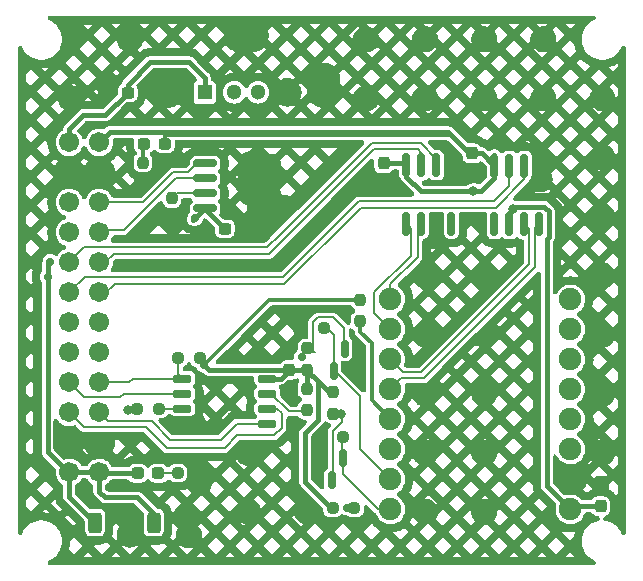
<source format=gbr>
%TF.GenerationSoftware,KiCad,Pcbnew,8.0.9-8.0.9-0~ubuntu22.04.1*%
%TF.CreationDate,2025-05-19T16:46:45-05:00*%
%TF.ProjectId,test_board,74657374-5f62-46f6-9172-642e6b696361,rev?*%
%TF.SameCoordinates,Original*%
%TF.FileFunction,Copper,L1,Top*%
%TF.FilePolarity,Positive*%
%FSLAX46Y46*%
G04 Gerber Fmt 4.6, Leading zero omitted, Abs format (unit mm)*
G04 Created by KiCad (PCBNEW 8.0.9-8.0.9-0~ubuntu22.04.1) date 2025-05-19 16:46:45*
%MOMM*%
%LPD*%
G01*
G04 APERTURE LIST*
G04 Aperture macros list*
%AMRoundRect*
0 Rectangle with rounded corners*
0 $1 Rounding radius*
0 $2 $3 $4 $5 $6 $7 $8 $9 X,Y pos of 4 corners*
0 Add a 4 corners polygon primitive as box body*
4,1,4,$2,$3,$4,$5,$6,$7,$8,$9,$2,$3,0*
0 Add four circle primitives for the rounded corners*
1,1,$1+$1,$2,$3*
1,1,$1+$1,$4,$5*
1,1,$1+$1,$6,$7*
1,1,$1+$1,$8,$9*
0 Add four rect primitives between the rounded corners*
20,1,$1+$1,$2,$3,$4,$5,0*
20,1,$1+$1,$4,$5,$6,$7,0*
20,1,$1+$1,$6,$7,$8,$9,0*
20,1,$1+$1,$8,$9,$2,$3,0*%
G04 Aperture macros list end*
%TA.AperFunction,SMDPad,CuDef*%
%ADD10RoundRect,0.150000X0.150000X-0.587500X0.150000X0.587500X-0.150000X0.587500X-0.150000X-0.587500X0*%
%TD*%
%TA.AperFunction,SMDPad,CuDef*%
%ADD11RoundRect,0.237500X0.250000X0.237500X-0.250000X0.237500X-0.250000X-0.237500X0.250000X-0.237500X0*%
%TD*%
%TA.AperFunction,SMDPad,CuDef*%
%ADD12RoundRect,0.150000X-0.650000X-0.150000X0.650000X-0.150000X0.650000X0.150000X-0.650000X0.150000X0*%
%TD*%
%TA.AperFunction,ComponentPad*%
%ADD13C,1.701800*%
%TD*%
%TA.AperFunction,SMDPad,CuDef*%
%ADD14RoundRect,0.237500X-0.287500X-0.237500X0.287500X-0.237500X0.287500X0.237500X-0.287500X0.237500X0*%
%TD*%
%TA.AperFunction,SMDPad,CuDef*%
%ADD15RoundRect,0.237500X0.300000X0.237500X-0.300000X0.237500X-0.300000X-0.237500X0.300000X-0.237500X0*%
%TD*%
%TA.AperFunction,SMDPad,CuDef*%
%ADD16RoundRect,0.237500X0.287500X0.237500X-0.287500X0.237500X-0.287500X-0.237500X0.287500X-0.237500X0*%
%TD*%
%TA.AperFunction,SMDPad,CuDef*%
%ADD17RoundRect,0.237500X0.237500X-0.250000X0.237500X0.250000X-0.237500X0.250000X-0.237500X-0.250000X0*%
%TD*%
%TA.AperFunction,SMDPad,CuDef*%
%ADD18RoundRect,0.150000X0.150000X-0.825000X0.150000X0.825000X-0.150000X0.825000X-0.150000X-0.825000X0*%
%TD*%
%TA.AperFunction,SMDPad,CuDef*%
%ADD19RoundRect,0.237500X-0.250000X-0.237500X0.250000X-0.237500X0.250000X0.237500X-0.250000X0.237500X0*%
%TD*%
%TA.AperFunction,SMDPad,CuDef*%
%ADD20RoundRect,0.237500X-0.300000X-0.237500X0.300000X-0.237500X0.300000X0.237500X-0.300000X0.237500X0*%
%TD*%
%TA.AperFunction,SMDPad,CuDef*%
%ADD21RoundRect,0.237500X0.237500X-0.300000X0.237500X0.300000X-0.237500X0.300000X-0.237500X-0.300000X0*%
%TD*%
%TA.AperFunction,SMDPad,CuDef*%
%ADD22RoundRect,0.250000X0.312500X0.625000X-0.312500X0.625000X-0.312500X-0.625000X0.312500X-0.625000X0*%
%TD*%
%TA.AperFunction,SMDPad,CuDef*%
%ADD23RoundRect,0.150000X-0.150000X0.587500X-0.150000X-0.587500X0.150000X-0.587500X0.150000X0.587500X0*%
%TD*%
%TA.AperFunction,SMDPad,CuDef*%
%ADD24RoundRect,0.237500X-0.237500X0.300000X-0.237500X-0.300000X0.237500X-0.300000X0.237500X0.300000X0*%
%TD*%
%TA.AperFunction,SMDPad,CuDef*%
%ADD25RoundRect,0.237500X-0.237500X0.250000X-0.237500X-0.250000X0.237500X-0.250000X0.237500X0.250000X0*%
%TD*%
%TA.AperFunction,ComponentPad*%
%ADD26R,1.300000X1.300000*%
%TD*%
%TA.AperFunction,ComponentPad*%
%ADD27C,1.300000*%
%TD*%
%TA.AperFunction,ComponentPad*%
%ADD28O,1.900000X2.900000*%
%TD*%
%TA.AperFunction,ComponentPad*%
%ADD29O,2.900000X1.900000*%
%TD*%
%TA.AperFunction,SMDPad,CuDef*%
%ADD30RoundRect,0.150000X0.825000X0.150000X-0.825000X0.150000X-0.825000X-0.150000X0.825000X-0.150000X0*%
%TD*%
%TA.AperFunction,ComponentPad*%
%ADD31C,1.905000*%
%TD*%
%TA.AperFunction,ViaPad*%
%ADD32C,0.800000*%
%TD*%
%TA.AperFunction,ViaPad*%
%ADD33C,0.700000*%
%TD*%
%TA.AperFunction,Conductor*%
%ADD34C,0.400000*%
%TD*%
%TA.AperFunction,Conductor*%
%ADD35C,0.300000*%
%TD*%
%TA.AperFunction,Conductor*%
%ADD36C,0.200000*%
%TD*%
G04 APERTURE END LIST*
D10*
%TO.P,Q2,1,G*%
%TO.N,/ECHO_GPIO_CN2_1*%
X142240000Y-73080000D03*
%TO.P,Q2,2,S*%
%TO.N,GND*%
X144140000Y-73080000D03*
%TO.P,Q2,3,D*%
%TO.N,/GPIO_CN2_2*%
X143190000Y-71205000D03*
%TD*%
D11*
%TO.P,R1,1,1*%
%TO.N,/VCC_3V3_GPIO_FIL*%
X130902500Y-71960000D03*
%TO.P,R1,2,2*%
%TO.N,/GPIO_CN2_SPI_SS*%
X129077500Y-71960000D03*
%TD*%
D12*
%TO.P,U2,1,~{CS}*%
%TO.N,/GPIO_CN2_SPI_SS*%
X129440000Y-73730000D03*
%TO.P,U2,2,DO(IO1)*%
%TO.N,/GPIO_CN2_SPI_MISO*%
X129440000Y-75000000D03*
%TO.P,U2,3,~{WP}*%
%TO.N,Net-(U2-~{WP})*%
X129440000Y-76270000D03*
%TO.P,U2,4,GND*%
%TO.N,GND*%
X129440000Y-77540000D03*
%TO.P,U2,5,DI(IO0)*%
%TO.N,/GPIO_CN2_SPI_MOSI*%
X136640000Y-77540000D03*
%TO.P,U2,6,SCK*%
%TO.N,/GPIO_CN2_SPI_SCLK*%
X136640000Y-76270000D03*
%TO.P,U2,7,~{HOLD}*%
%TO.N,Net-(U2-~{HOLD})*%
X136640000Y-75000000D03*
%TO.P,U2,8,VCC*%
%TO.N,/VCC_3V3_GPIO_FIL*%
X136640000Y-73730000D03*
%TD*%
D13*
%TO.P,J1,1,Pin_1*%
%TO.N,/VCC_3V3_GPIO_FIL*%
X119868099Y-81676600D03*
%TO.P,J1,2,Pin_2*%
X122408099Y-81676600D03*
%TO.P,J1,3,Pin_3*%
%TO.N,GND*%
X119868099Y-79136600D03*
%TO.P,J1,4,Pin_4*%
X122408099Y-79136600D03*
%TO.P,J1,5,Pin_5*%
%TO.N,/GPIO_CN2_SPI_SCLK*%
X119868099Y-76596600D03*
%TO.P,J1,6,Pin_6*%
%TO.N,/GPIO_CN2_SPI_MOSI*%
X122408099Y-76596600D03*
%TO.P,J1,7,Pin_7*%
%TO.N,/GPIO_CN2_SPI_MISO*%
X119868099Y-74056600D03*
%TO.P,J1,8,Pin_8*%
%TO.N,/GPIO_CN2_SPI_SS*%
X122408099Y-74056600D03*
%TO.P,J1,9,Pin_9*%
%TO.N,/GPIO_CN2_2*%
X119868099Y-71516600D03*
%TO.P,J1,10,Pin_10*%
%TO.N,/GPIO_CN2_1*%
X122408099Y-71516600D03*
%TO.P,J1,11,Pin_11*%
%TO.N,/GPIO_CN2_3*%
X119868099Y-68976600D03*
%TO.P,J1,12,Pin_12*%
%TO.N,/GPIO_CN2_0*%
X122408099Y-68976600D03*
%TO.P,J1,13,Pin_13*%
%TO.N,/B{slash}RS485_RX-{slash}RS232_CTS_CN2*%
X119868099Y-66436600D03*
%TO.P,J1,14,Pin_14*%
%TO.N,/A{slash}RS485_RX+{slash}RS232_RXD_CN2*%
X122408099Y-66436600D03*
%TO.P,J1,15,Pin_15*%
%TO.N,/A_RS485_TX+{slash}RS232_RTS_CN2*%
X119868099Y-63896600D03*
%TO.P,J1,16,Pin_16*%
%TO.N,/B_RS485_TX-{slash}RS232_TXD_CN2*%
X122408099Y-63896600D03*
%TO.P,J1,17,Pin_17*%
%TO.N,/USB_HUB_CN2_DN*%
X119868099Y-61356600D03*
%TO.P,J1,18,Pin_18*%
%TO.N,/I2C_SCL_CN2*%
X122408099Y-61356600D03*
%TO.P,J1,19,Pin_19*%
%TO.N,/USB_HUB_CN2_DP*%
X119868099Y-58816600D03*
%TO.P,J1,20,Pin_20*%
%TO.N,/I2C_SDA_CN2*%
X122408099Y-58816600D03*
%TO.P,J1,21,Pin_21*%
%TO.N,GND*%
X119868099Y-56276600D03*
%TO.P,J1,22,Pin_22*%
X122408099Y-56276600D03*
%TO.P,J1,23,Pin_23*%
%TO.N,/VCC_USB_FIL*%
X119868099Y-53736600D03*
%TO.P,J1,24,Pin_24*%
%TO.N,/VCC_5V_GPIO_FIL*%
X122408099Y-53736600D03*
%TD*%
D14*
%TO.P,DS2,1,K*%
%TO.N,Net-(DS2-K)*%
X126205000Y-53860000D03*
%TO.P,DS2,2,A*%
%TO.N,/VCC_5V_GPIO_FIL*%
X127955000Y-53860000D03*
%TD*%
D15*
%TO.P,C4,1,1*%
%TO.N,GND*%
X134747500Y-61045000D03*
%TO.P,C4,2,2*%
%TO.N,/VCC_3V3_GPIO_FIL*%
X133022500Y-61045000D03*
%TD*%
D16*
%TO.P,DS1,1,K*%
%TO.N,Net-(DS1-K)*%
X127405000Y-81760000D03*
%TO.P,DS1,2,A*%
%TO.N,/VCC_3V3_GPIO_FIL*%
X125655000Y-81760000D03*
%TD*%
D17*
%TO.P,R14,1,1*%
%TO.N,GND*%
X128565000Y-60297500D03*
%TO.P,R14,2,2*%
%TO.N,Net-(U4-WP)*%
X128565000Y-58472500D03*
%TD*%
D18*
%TO.P,U1,1,RO*%
%TO.N,/485RX*%
X148415000Y-60625000D03*
%TO.P,U1,2,~{RE}*%
%TO.N,/485RE*%
X149685000Y-60625000D03*
%TO.P,U1,3,DE*%
%TO.N,GND*%
X150955000Y-60625000D03*
%TO.P,U1,4,DI*%
%TO.N,unconnected-(U1-DI-Pad4)*%
X152225000Y-60625000D03*
%TO.P,U1,5,GND*%
%TO.N,GND*%
X152225000Y-55675000D03*
%TO.P,U1,6,A*%
%TO.N,/A_RS485_TX+{slash}RS232_RTS_CN2*%
X150955000Y-55675000D03*
%TO.P,U1,7,B*%
%TO.N,/B_RS485_TX-{slash}RS232_TXD_CN2*%
X149685000Y-55675000D03*
%TO.P,U1,8,VCC*%
%TO.N,/VCC_5V_GPIO_FIL*%
X148415000Y-55675000D03*
%TD*%
D17*
%TO.P,R13,1*%
%TO.N,/VCC_3V3_GPIO_FIL*%
X140030000Y-73002500D03*
%TO.P,R13,2*%
%TO.N,/GPIO_CN2_2*%
X140030000Y-71177500D03*
%TD*%
D19*
%TO.P,R4,1,1*%
%TO.N,Net-(DS1-K)*%
X129057500Y-81730000D03*
%TO.P,R4,2,2*%
%TO.N,GND*%
X130882500Y-81730000D03*
%TD*%
D20*
%TO.P,C6,1,1*%
%TO.N,GND*%
X123085000Y-49520000D03*
%TO.P,C6,2,2*%
%TO.N,/VCC_USB_FIL*%
X124810000Y-49520000D03*
%TD*%
D18*
%TO.P,U3,1,RO*%
%TO.N,unconnected-(U3-RO-Pad1)*%
X155865000Y-60665000D03*
%TO.P,U3,2,~{RE}*%
%TO.N,/VCC_5V_GPIO_FIL*%
X157135000Y-60665000D03*
%TO.P,U3,3,DE*%
%TO.N,/485DE*%
X158405000Y-60665000D03*
%TO.P,U3,4,DI*%
%TO.N,/485TX*%
X159675000Y-60665000D03*
%TO.P,U3,5,GND*%
%TO.N,GND*%
X159675000Y-55715000D03*
%TO.P,U3,6,A*%
%TO.N,/A{slash}RS485_RX+{slash}RS232_RXD_CN2*%
X158405000Y-55715000D03*
%TO.P,U3,7,B*%
%TO.N,/B{slash}RS485_RX-{slash}RS232_CTS_CN2*%
X157135000Y-55715000D03*
%TO.P,U3,8,VCC*%
%TO.N,/VCC_5V_GPIO_FIL*%
X155865000Y-55715000D03*
%TD*%
D21*
%TO.P,C5,1,1*%
%TO.N,GND*%
X146480000Y-57242500D03*
%TO.P,C5,2,2*%
%TO.N,/VCC_5V_GPIO_FIL*%
X146480000Y-55517500D03*
%TD*%
D22*
%TO.P,R9,1,1*%
%TO.N,GND*%
X124972500Y-85920000D03*
%TO.P,R9,2,2*%
%TO.N,/VCC_3V3_GPIO_FIL*%
X122047500Y-85920000D03*
%TD*%
D19*
%TO.P,R3,1,1*%
%TO.N,/VCC_3V3_GPIO_FIL*%
X125617500Y-76300000D03*
%TO.P,R3,2,2*%
%TO.N,Net-(U2-~{WP})*%
X127442500Y-76300000D03*
%TD*%
D21*
%TO.P,C3,1,1*%
%TO.N,GND*%
X153940000Y-56392500D03*
%TO.P,C3,2,2*%
%TO.N,/VCC_5V_GPIO_FIL*%
X153940000Y-54667500D03*
%TD*%
D23*
%TO.P,Q1,1,G*%
%TO.N,/ECHO_GPIO_CN2_0*%
X143020000Y-80470000D03*
%TO.P,Q1,2,S*%
%TO.N,GND*%
X141120000Y-80470000D03*
%TO.P,Q1,3,D*%
%TO.N,/GPIO_CN2_3*%
X142070000Y-82345000D03*
%TD*%
D24*
%TO.P,C1,1,1*%
%TO.N,GND*%
X164850000Y-82827499D03*
%TO.P,C1,2,2*%
%TO.N,/VCC_5V_GPIO_FIL*%
X164850000Y-84552501D03*
%TD*%
D22*
%TO.P,R8,1,1*%
%TO.N,GND*%
X129952500Y-85920000D03*
%TO.P,R8,2,2*%
%TO.N,/VCC_3V3_GPIO_FIL*%
X127027500Y-85920000D03*
%TD*%
D25*
%TO.P,R5,1,1*%
%TO.N,Net-(DS2-K)*%
X126100000Y-55447500D03*
%TO.P,R5,2,2*%
%TO.N,GND*%
X126100000Y-57272500D03*
%TD*%
D26*
%TO.P,J2,1,VCC*%
%TO.N,/VCC_USB_FIL*%
X131340001Y-49500000D03*
D27*
%TO.P,J2,2,D-*%
%TO.N,/USB_HUB_CN2_DN*%
X133840001Y-49500000D03*
%TO.P,J2,3,D+*%
%TO.N,/USB_HUB_CN2_DP*%
X135840002Y-49500000D03*
%TO.P,J2,4,GND*%
%TO.N,GND*%
X138340000Y-49500000D03*
D28*
%TO.P,J2,5,SHIELD*%
X128270001Y-48900000D03*
D29*
X134840001Y-44720000D03*
D28*
X141410001Y-48900000D03*
%TD*%
D11*
%TO.P,R12,1*%
%TO.N,/ECHO_GPIO_CN2_1*%
X141422500Y-69420000D03*
%TO.P,R12,2*%
%TO.N,GND*%
X139597500Y-69420000D03*
%TD*%
%TO.P,R10,1*%
%TO.N,/ECHO_GPIO_CN2_0*%
X143072500Y-78690000D03*
%TO.P,R10,2*%
%TO.N,GND*%
X141247500Y-78690000D03*
%TD*%
D30*
%TO.P,U4,1,A0*%
%TO.N,GND*%
X136330000Y-59320000D03*
%TO.P,U4,2,A1*%
X136330000Y-58050000D03*
%TO.P,U4,3,A2*%
X136330000Y-56780000D03*
%TO.P,U4,4,VSS*%
X136330000Y-55510000D03*
%TO.P,U4,5,SDA*%
%TO.N,/I2C_SDA_CN2*%
X131380000Y-55510000D03*
%TO.P,U4,6,SCL*%
%TO.N,/I2C_SCL_CN2*%
X131380000Y-56780000D03*
%TO.P,U4,7,WP*%
%TO.N,Net-(U4-WP)*%
X131380000Y-58050000D03*
%TO.P,U4,8,VDD*%
%TO.N,/VCC_3V3_GPIO_FIL*%
X131380000Y-59320000D03*
%TD*%
D25*
%TO.P,R6,1*%
%TO.N,/VCC_3V3_GPIO_FIL*%
X144470000Y-67057500D03*
%TO.P,R6,2*%
%TO.N,/GPIO_CN2_0*%
X144470000Y-68882500D03*
%TD*%
D19*
%TO.P,R7,1*%
%TO.N,/VCC_3V3_GPIO_FIL*%
X142177500Y-84670000D03*
%TO.P,R7,2*%
%TO.N,/GPIO_CN2_1*%
X144002500Y-84670000D03*
%TD*%
D21*
%TO.P,C2,1,1*%
%TO.N,GND*%
X138510000Y-74702500D03*
%TO.P,C2,2,2*%
%TO.N,/VCC_3V3_GPIO_FIL*%
X138510000Y-72977500D03*
%TD*%
D25*
%TO.P,R11,1*%
%TO.N,/VCC_3V3_GPIO_FIL*%
X142210000Y-74867500D03*
%TO.P,R11,2*%
%TO.N,/GPIO_CN2_3*%
X142210000Y-76692500D03*
%TD*%
%TO.P,R2,1,1*%
%TO.N,/VCC_3V3_GPIO_FIL*%
X139980000Y-74587500D03*
%TO.P,R2,2,2*%
%TO.N,Net-(U2-~{HOLD})*%
X139980000Y-76412500D03*
%TD*%
D31*
%TO.P,U5,0,GPIO0*%
%TO.N,unconnected-(U5-GPIO0-Pad0)*%
X162300000Y-67030000D03*
%TO.P,U5,1,GPIO1*%
%TO.N,unconnected-(U5-GPIO1-Pad1)*%
X162300000Y-69570000D03*
%TO.P,U5,2,GPIO2*%
%TO.N,unconnected-(U5-GPIO2-Pad2)*%
X162300000Y-72110000D03*
%TO.P,U5,3,GPIO3*%
%TO.N,unconnected-(U5-GPIO3-Pad3)*%
X162300000Y-74650000D03*
%TO.P,U5,3.3,3V3*%
%TO.N,unconnected-(U5-3V3-Pad3.3)*%
X162300000Y-79730000D03*
%TO.P,U5,4,GPIO4*%
%TO.N,unconnected-(U5-GPIO4-Pad4)*%
X162300000Y-77190000D03*
%TO.P,U5,5,GPIO5*%
%TO.N,/ECHO_GPIO_CN2_0*%
X147060000Y-84810000D03*
%TO.P,U5,5V,5V*%
%TO.N,/VCC_5V_GPIO_FIL*%
X162300000Y-84810000D03*
%TO.P,U5,6,GPIO6*%
%TO.N,/ECHO_GPIO_CN2_1*%
X147060000Y-82270000D03*
%TO.P,U5,7,GPIO7*%
%TO.N,/GPIO_CN2_1*%
X147060000Y-79730000D03*
%TO.P,U5,8,GPIO8*%
%TO.N,/GPIO_CN2_0*%
X147060000Y-77190000D03*
%TO.P,U5,9,GPIO9*%
%TO.N,/485TX*%
X147060000Y-74650000D03*
%TO.P,U5,10,GPIO10*%
%TO.N,/485DE*%
X147060000Y-72110000D03*
%TO.P,U5,20,GPIO20*%
%TO.N,/485RX*%
X147060000Y-69570000D03*
%TO.P,U5,21,GPIO21*%
%TO.N,/485RE*%
X147060000Y-67030000D03*
%TO.P,U5,G,GND*%
%TO.N,GND*%
X162300000Y-82270000D03*
%TD*%
D32*
%TO.N,/VCC_5V_GPIO_FIL*%
X157442502Y-59382500D03*
X154090000Y-57890000D03*
%TO.N,GND*%
X155000000Y-80000000D03*
X150000000Y-75000000D03*
X150000000Y-65000000D03*
X150000000Y-85000000D03*
X120000000Y-50000000D03*
X160000000Y-45000000D03*
X160000000Y-50000000D03*
X125000000Y-45000000D03*
X165000000Y-55000000D03*
X136015000Y-61005000D03*
X145000000Y-50000000D03*
D33*
X140710000Y-80430000D03*
D32*
X165000000Y-50000000D03*
X155000000Y-65000000D03*
X135000000Y-85000000D03*
X125000000Y-86940000D03*
D33*
X123190000Y-48890000D03*
D32*
X120000000Y-45000000D03*
D33*
X141440000Y-78000000D03*
D32*
X155000000Y-75000000D03*
X165000000Y-75000000D03*
X152170000Y-54670000D03*
X135000000Y-80000000D03*
X130880000Y-82500000D03*
X139600000Y-68630000D03*
D33*
X135210000Y-58050000D03*
D32*
X153140000Y-55790000D03*
X145800000Y-57240000D03*
D33*
X138810013Y-75419974D03*
D32*
X130010000Y-87000000D03*
X155000000Y-50000000D03*
D33*
X135190000Y-55540000D03*
D32*
X159690000Y-56870000D03*
X145000000Y-45000000D03*
X165000000Y-65000000D03*
X165000000Y-70000000D03*
X140000000Y-85000000D03*
X150000000Y-80000000D03*
X138145000Y-59305000D03*
D33*
X126900000Y-56770000D03*
D32*
X150000000Y-70000000D03*
X155000000Y-70000000D03*
X150000000Y-45000000D03*
D33*
X150930000Y-61740000D03*
X128490000Y-77570000D03*
D32*
X155000000Y-85000000D03*
X150000000Y-50000000D03*
D33*
X135210000Y-56800000D03*
D32*
X165000000Y-60000000D03*
D33*
X144660000Y-73118004D03*
D32*
X165000000Y-80000000D03*
D33*
X130410000Y-77560000D03*
D32*
X155000000Y-45000000D03*
D33*
%TO.N,/VCC_3V3_GPIO_FIL*%
X118250000Y-63840000D03*
X131260000Y-72590000D03*
X130520000Y-60150000D03*
D32*
X124830000Y-76370000D03*
D33*
X118030000Y-65120000D03*
%TO.N,/GPIO_CN2_1*%
X143360000Y-84650000D03*
%TO.N,/GPIO_CN2_2*%
X139537869Y-71899242D03*
D32*
%TO.N,/GPIO_CN2_3*%
X142900000Y-76702500D03*
%TD*%
D34*
%TO.N,/VCC_5V_GPIO_FIL*%
X148415000Y-56655000D02*
X149650000Y-57890000D01*
X122408099Y-53736600D02*
X123274699Y-52870000D01*
X162557499Y-84552501D02*
X162300000Y-84810000D01*
X154817500Y-54667500D02*
X155865000Y-55715000D01*
X124670000Y-52870000D02*
X151930000Y-52870000D01*
X149650000Y-57890000D02*
X154700000Y-57890000D01*
X157135000Y-59690002D02*
X157442502Y-59382500D01*
X132330000Y-53030000D02*
X152090000Y-53030000D01*
X157135000Y-59690001D02*
X157135000Y-60665000D01*
X155865000Y-56725000D02*
X155865000Y-55715000D01*
X127850000Y-52870000D02*
X128010000Y-53030000D01*
X151930000Y-52870000D02*
X152925000Y-53865000D01*
X154700000Y-57890000D02*
X155865000Y-56725000D01*
X160290000Y-82800000D02*
X160290000Y-61948394D01*
X124670000Y-52870000D02*
X127850000Y-52870000D01*
X148415000Y-55675000D02*
X148415000Y-56655000D01*
X155865000Y-55715000D02*
X155865000Y-54807500D01*
X146480000Y-55517500D02*
X148257500Y-55517500D01*
X153940000Y-54667500D02*
X154817500Y-54667500D01*
X132330000Y-53030000D02*
X128010000Y-53030000D01*
X162300000Y-84810000D02*
X160290000Y-82800000D01*
X160098394Y-59190000D02*
X157635001Y-59190000D01*
X152090000Y-53030000D02*
X152925000Y-53865000D01*
X157635001Y-59190000D02*
X157135000Y-59690001D01*
X152925000Y-53865000D02*
X153727500Y-54667500D01*
X157135000Y-60665000D02*
X157135000Y-59690002D01*
D35*
X127955000Y-53860000D02*
X127955000Y-53085000D01*
D34*
X160475000Y-61763394D02*
X160475000Y-59566606D01*
D35*
X127955000Y-53085000D02*
X128010000Y-53030000D01*
D34*
X164850000Y-84552501D02*
X162557499Y-84552501D01*
X160290000Y-61948394D02*
X160475000Y-61763394D01*
X123274699Y-52870000D02*
X124670000Y-52870000D01*
X160475000Y-59566606D02*
X160098394Y-59190000D01*
X148257500Y-55517500D02*
X148415000Y-55675000D01*
X128750000Y-53030000D02*
X132330000Y-53030000D01*
X153727500Y-54667500D02*
X153940000Y-54667500D01*
D36*
%TO.N,GND*%
X135220000Y-55510000D02*
X135190000Y-55540000D01*
X130390000Y-77540000D02*
X130410000Y-77560000D01*
D34*
X138130000Y-59320000D02*
X138145000Y-59305000D01*
X153742500Y-56392500D02*
X153940000Y-56392500D01*
X153140000Y-55790000D02*
X153742500Y-56392500D01*
D36*
X135230000Y-56780000D02*
X135210000Y-56800000D01*
D34*
X135975000Y-61045000D02*
X136015000Y-61005000D01*
X144140000Y-73080000D02*
X144621996Y-73080000D01*
D35*
X123085000Y-48995000D02*
X123190000Y-48890000D01*
D34*
X139597500Y-68632500D02*
X139600000Y-68630000D01*
X134747500Y-61045000D02*
X135975000Y-61045000D01*
D35*
X126100000Y-57272500D02*
X126602500Y-56770000D01*
D34*
X138510000Y-75119961D02*
X138810013Y-75419974D01*
X140750000Y-80470000D02*
X140710000Y-80430000D01*
D36*
X136330000Y-58050000D02*
X136330000Y-55510000D01*
X136330000Y-58050000D02*
X135210000Y-58050000D01*
D34*
X141145000Y-78467500D02*
X141145000Y-78295000D01*
X152225000Y-55675000D02*
X152225000Y-54725000D01*
X141120000Y-80470000D02*
X140750000Y-80470000D01*
X141145000Y-78295000D02*
X141440000Y-78000000D01*
X139597500Y-69420000D02*
X139597500Y-68632500D01*
X145802500Y-57242500D02*
X145800000Y-57240000D01*
X138510000Y-74702500D02*
X138510000Y-75119961D01*
D36*
X136330000Y-55510000D02*
X135220000Y-55510000D01*
D35*
X123085000Y-49520000D02*
X123085000Y-48995000D01*
D34*
X150955000Y-61715000D02*
X150930000Y-61740000D01*
D36*
X136330000Y-56780000D02*
X135230000Y-56780000D01*
D34*
X144621996Y-73080000D02*
X144660000Y-73118004D01*
X146480000Y-57242500D02*
X145802500Y-57242500D01*
D35*
X126602500Y-56770000D02*
X126900000Y-56770000D01*
D34*
X136330000Y-59320000D02*
X138130000Y-59320000D01*
D36*
X129440000Y-77540000D02*
X128520000Y-77540000D01*
D34*
X159675000Y-55715000D02*
X159675000Y-56855000D01*
X152225000Y-54725000D02*
X152170000Y-54670000D01*
X150955000Y-60625000D02*
X150955000Y-61715000D01*
X159675000Y-56855000D02*
X159690000Y-56870000D01*
D36*
X129440000Y-77540000D02*
X130390000Y-77540000D01*
X128520000Y-77540000D02*
X128490000Y-77570000D01*
D34*
%TO.N,/VCC_3V3_GPIO_FIL*%
X122047500Y-85920000D02*
X119868099Y-83740599D01*
X131380000Y-59320000D02*
X131350000Y-59320000D01*
X125655000Y-81760000D02*
X122491499Y-81760000D01*
X140030000Y-73057500D02*
X140901250Y-73928750D01*
X140030000Y-73002500D02*
X140030000Y-73057500D01*
X140030000Y-73002500D02*
X131672500Y-73002500D01*
X119678099Y-81596600D02*
X118030000Y-79948501D01*
X140955000Y-77215000D02*
X139860000Y-78310000D01*
X118030000Y-64060000D02*
X118250000Y-63840000D01*
D35*
X138620000Y-67057500D02*
X136792500Y-67057500D01*
D34*
X140901250Y-73928750D02*
X141840000Y-74867500D01*
X131672500Y-73002500D02*
X131260000Y-72590000D01*
X131380000Y-59402500D02*
X133022500Y-61045000D01*
X139860000Y-78310000D02*
X139860000Y-82500000D01*
X131380000Y-59320000D02*
X131380000Y-59402500D01*
X125620000Y-83800000D02*
X122910000Y-83800000D01*
X131350000Y-59320000D02*
X130520000Y-60150000D01*
X139860000Y-82500000D02*
X142030000Y-84670000D01*
X127027500Y-85920000D02*
X127027500Y-85207500D01*
D35*
X144470000Y-67057500D02*
X138620000Y-67057500D01*
D34*
X139980000Y-73052500D02*
X140030000Y-73002500D01*
X130520000Y-60150000D02*
X130372500Y-60297500D01*
X137757500Y-73730000D02*
X138510000Y-72977500D01*
X139980000Y-74587500D02*
X139980000Y-73052500D01*
X122408099Y-83298099D02*
X122408099Y-81676600D01*
X136640000Y-73730000D02*
X137757500Y-73730000D01*
X140955000Y-73982500D02*
X140955000Y-77215000D01*
X140901250Y-73928750D02*
X140955000Y-73982500D01*
D35*
X136792500Y-67057500D02*
X131260000Y-72590000D01*
D34*
X124830000Y-76370000D02*
X125547500Y-76370000D01*
X118030000Y-79948501D02*
X118030000Y-64060000D01*
X122491499Y-81760000D02*
X122408099Y-81676600D01*
X127027500Y-85207500D02*
X125620000Y-83800000D01*
X142030000Y-84670000D02*
X142177500Y-84670000D01*
X119868099Y-81676600D02*
X122408099Y-81676600D01*
X122910000Y-83800000D02*
X122408099Y-83298099D01*
X119868099Y-83740599D02*
X119868099Y-81676600D01*
X125547500Y-76370000D02*
X125617500Y-76300000D01*
D36*
%TO.N,/B{slash}RS485_RX-{slash}RS232_CTS_CN2*%
X121157199Y-65147500D02*
X137952501Y-65147500D01*
X157135000Y-55715000D02*
X157135000Y-57435000D01*
X119868099Y-66436600D02*
X121157199Y-65147500D01*
X144380001Y-58720000D02*
X144550000Y-58720000D01*
X155850000Y-58720000D02*
X144550000Y-58720000D01*
X137952501Y-65147500D02*
X144380001Y-58720000D01*
X157135000Y-57435000D02*
X155850000Y-58720000D01*
D35*
%TO.N,/GPIO_CN2_0*%
X145460000Y-70750000D02*
X145460000Y-75590000D01*
X145460000Y-75590000D02*
X147060000Y-77190000D01*
D36*
X122506600Y-68976600D02*
X122728200Y-68755000D01*
D35*
X144470000Y-68882500D02*
X144470000Y-69760000D01*
D36*
X122408099Y-68976600D02*
X122506600Y-68976600D01*
D35*
X144470000Y-69760000D02*
X145460000Y-70750000D01*
D36*
%TO.N,/A{slash}RS485_RX+{slash}RS232_RXD_CN2*%
X143878553Y-59928553D02*
X144557106Y-59250000D01*
X156030000Y-59250000D02*
X158405000Y-56875000D01*
X143878553Y-59928554D02*
X143878553Y-59928553D01*
X123710000Y-65740000D02*
X138067107Y-65740000D01*
X138067107Y-65740000D02*
X143878553Y-59928554D01*
X144557106Y-59250000D02*
X156030000Y-59250000D01*
X158405000Y-56875000D02*
X158405000Y-55715000D01*
X122750000Y-66700000D02*
X123710000Y-65740000D01*
D35*
%TO.N,/GPIO_CN2_1*%
X144002500Y-84670000D02*
X143380000Y-84670000D01*
X143380000Y-84670000D02*
X143360000Y-84650000D01*
D36*
%TO.N,/GPIO_CN2_SPI_SS*%
X124930000Y-74056600D02*
X125256600Y-73730000D01*
X125256600Y-73730000D02*
X129440000Y-73730000D01*
X129077500Y-71960000D02*
X129077500Y-73367500D01*
X129077500Y-73367500D02*
X129440000Y-73730000D01*
X122408099Y-74056600D02*
X124930000Y-74056600D01*
%TO.N,Net-(U2-~{HOLD})*%
X139872500Y-76520000D02*
X138490000Y-76520000D01*
X139980000Y-76412500D02*
X139872500Y-76520000D01*
X136970000Y-75000000D02*
X136640000Y-75000000D01*
X138490000Y-76520000D02*
X136970000Y-75000000D01*
%TO.N,Net-(U2-~{WP})*%
X127472500Y-76270000D02*
X127442500Y-76300000D01*
X129440000Y-76270000D02*
X127472500Y-76270000D01*
%TO.N,Net-(U4-WP)*%
X128987500Y-58050000D02*
X128565000Y-58472500D01*
X131380000Y-58050000D02*
X128987500Y-58050000D01*
%TO.N,/485TX*%
X159340000Y-64260000D02*
X159340000Y-61000000D01*
X149880000Y-73720000D02*
X159340000Y-64260000D01*
X159340000Y-61000000D02*
X159675000Y-60665000D01*
X147990000Y-73720000D02*
X149880000Y-73720000D01*
X147060000Y-74650000D02*
X147990000Y-73720000D01*
%TO.N,/485RE*%
X149360000Y-60950000D02*
X149360000Y-63464606D01*
X149685000Y-60625000D02*
X149360000Y-60950000D01*
X149565000Y-60625000D02*
X149560000Y-60630000D01*
X149685000Y-60625000D02*
X149565000Y-60625000D01*
X147060000Y-65764606D02*
X147060000Y-67030000D01*
X149360000Y-63464606D02*
X147060000Y-65764606D01*
%TO.N,/GPIO_CN2_2*%
X139919611Y-71517500D02*
X139537869Y-71899242D01*
X140690000Y-71517500D02*
X139919611Y-71517500D01*
X143112930Y-69432930D02*
X143112930Y-71026968D01*
X140510000Y-71287500D02*
X140510000Y-68936858D01*
X140510000Y-68936858D02*
X140901858Y-68545000D01*
X140901858Y-68545000D02*
X142225000Y-68545000D01*
X140340000Y-71457500D02*
X140510000Y-71287500D01*
X142225000Y-68545000D02*
X143112930Y-69432930D01*
%TO.N,/GPIO_CN2_3*%
X142170000Y-78196858D02*
X142170000Y-82245000D01*
X142900000Y-76702500D02*
X142980000Y-76782500D01*
X142980000Y-77386858D02*
X142170000Y-78196858D01*
X142980000Y-76782500D02*
X142980000Y-77386858D01*
X142067500Y-82347500D02*
X142070000Y-82345000D01*
X142170000Y-82245000D02*
X142070000Y-82345000D01*
%TO.N,/485RX*%
X145707500Y-68217500D02*
X145707500Y-66410000D01*
X148790000Y-63327500D02*
X148790000Y-61000000D01*
X145707500Y-66410000D02*
X148790000Y-63327500D01*
X147060000Y-69570000D02*
X145707500Y-68217500D01*
X148790000Y-61000000D02*
X148415000Y-60625000D01*
%TO.N,/ECHO_GPIO_CN2_0*%
X142970000Y-78467500D02*
X142970000Y-80420000D01*
X143020000Y-78517500D02*
X142970000Y-78467500D01*
X143020000Y-80470000D02*
X143020000Y-81820000D01*
X142970000Y-80420000D02*
X143020000Y-80470000D01*
X146010000Y-84810000D02*
X147060000Y-84810000D01*
X143020000Y-81820000D02*
X146010000Y-84810000D01*
%TO.N,/ECHO_GPIO_CN2_1*%
X141422500Y-69170000D02*
X142260000Y-70007500D01*
X144470000Y-79680000D02*
X147060000Y-82270000D01*
X144470000Y-75209038D02*
X144470000Y-79680000D01*
X142260000Y-72804898D02*
X142162930Y-72901968D01*
X142162930Y-72901968D02*
X144470000Y-75209038D01*
X142260000Y-70007500D02*
X142260000Y-72804898D01*
%TO.N,/485DE*%
X148160000Y-73210000D02*
X149650000Y-73210000D01*
X158810000Y-64050000D02*
X158810000Y-61070000D01*
X147060000Y-72110000D02*
X148160000Y-73210000D01*
X158810000Y-61070000D02*
X158405000Y-60665000D01*
X149650000Y-73210000D02*
X158810000Y-64050000D01*
%TO.N,/GPIO_CN2_SPI_MISO*%
X119868099Y-74056600D02*
X121131499Y-75320000D01*
X124470000Y-75000000D02*
X129440000Y-75000000D01*
X121131499Y-75320000D02*
X124150000Y-75320000D01*
X124150000Y-75320000D02*
X124470000Y-75000000D01*
%TO.N,/GPIO_CN2_SPI_SCLK*%
X137211974Y-78550000D02*
X134090000Y-78550000D01*
X136640000Y-76270000D02*
X137439999Y-76270000D01*
X137840000Y-76670001D02*
X137840000Y-77921974D01*
X119868099Y-76596600D02*
X121118999Y-77847500D01*
X121118999Y-77847500D02*
X126387500Y-77847500D01*
X134090000Y-78550000D02*
X133020000Y-79620000D01*
X137439999Y-76270000D02*
X137840000Y-76670001D01*
X126387500Y-77847500D02*
X128160000Y-79620000D01*
X128160000Y-79620000D02*
X133020000Y-79620000D01*
X137840000Y-77921974D02*
X137211974Y-78550000D01*
X119868099Y-76596600D02*
X120256600Y-76596600D01*
%TO.N,/GPIO_CN2_SPI_MOSI*%
X132520000Y-78900000D02*
X132680000Y-78900000D01*
X126837500Y-77347500D02*
X128390000Y-78900000D01*
X122408099Y-76596600D02*
X123158999Y-77347500D01*
X123158999Y-77347500D02*
X126837500Y-77347500D01*
X128390000Y-78900000D02*
X132520000Y-78900000D01*
X134040000Y-77540000D02*
X136640000Y-77540000D01*
X132680000Y-78900000D02*
X134040000Y-77540000D01*
%TO.N,/I2C_SCL_CN2*%
X122408099Y-61356600D02*
X122594699Y-61170000D01*
X124471858Y-61170000D02*
X128861858Y-56780000D01*
X122594699Y-61170000D02*
X124471858Y-61170000D01*
X128861858Y-56780000D02*
X131380000Y-56780000D01*
%TO.N,/I2C_SDA_CN2*%
X126118152Y-58816600D02*
X122408099Y-58816600D01*
X128654752Y-56280000D02*
X126118152Y-58816600D01*
X130720000Y-55510000D02*
X129950000Y-56280000D01*
X129950000Y-56280000D02*
X128654752Y-56280000D01*
X131380000Y-55510000D02*
X130720000Y-55510000D01*
%TO.N,Net-(DS1-K)*%
X129057500Y-81730000D02*
X127435000Y-81730000D01*
X127435000Y-81730000D02*
X127405000Y-81760000D01*
D35*
%TO.N,Net-(DS2-K)*%
X126100000Y-53965000D02*
X126205000Y-53860000D01*
X126100000Y-55447500D02*
X126100000Y-53965000D01*
D36*
%TO.N,/A_RS485_TX+{slash}RS232_RTS_CN2*%
X137680000Y-61540000D02*
X136720000Y-62500000D01*
X150955000Y-55675000D02*
X150955000Y-55105000D01*
X136600000Y-62620000D02*
X137680000Y-61540000D01*
X119868099Y-63896600D02*
X121144699Y-62620000D01*
X145460000Y-53760000D02*
X137680000Y-61540000D01*
X150955000Y-55105000D02*
X149610000Y-53760000D01*
X121144699Y-62620000D02*
X136600000Y-62620000D01*
X149610000Y-53760000D02*
X145460000Y-53760000D01*
%TO.N,/B_RS485_TX-{slash}RS232_TXD_CN2*%
X136780000Y-63190000D02*
X145670000Y-54300000D01*
X122408099Y-63896600D02*
X122923400Y-63896600D01*
X123630000Y-63190000D02*
X136780000Y-63190000D01*
X145670000Y-54300000D02*
X149390000Y-54300000D01*
X149685000Y-54595000D02*
X149685000Y-55675000D01*
X149390000Y-54300000D02*
X149685000Y-54595000D01*
X122923400Y-63896600D02*
X123630000Y-63190000D01*
D34*
%TO.N,/VCC_USB_FIL*%
X122880000Y-51450000D02*
X124810000Y-49520000D01*
X119868099Y-53736600D02*
X119868099Y-52591901D01*
X124810000Y-48850000D02*
X124810000Y-49520000D01*
X130020000Y-46950000D02*
X126710000Y-46950000D01*
X121010000Y-51450000D02*
X122880000Y-51450000D01*
X131340001Y-48270001D02*
X130020000Y-46950000D01*
X131340001Y-49500000D02*
X131340001Y-48270001D01*
X119868099Y-52591901D02*
X121010000Y-51450000D01*
X126710000Y-46950000D02*
X124810000Y-48850000D01*
%TD*%
%TA.AperFunction,Conductor*%
%TO.N,GND*%
G36*
X164331981Y-43020207D02*
G01*
X164401222Y-43075426D01*
X164439649Y-43155218D01*
X164439649Y-43243782D01*
X164401222Y-43323574D01*
X164331981Y-43378793D01*
X164122296Y-43479771D01*
X164122288Y-43479776D01*
X163905523Y-43627564D01*
X163713198Y-43806015D01*
X163713192Y-43806021D01*
X163549615Y-44011141D01*
X163549614Y-44011141D01*
X163418430Y-44238359D01*
X163418430Y-44238360D01*
X163322580Y-44482584D01*
X163264198Y-44738366D01*
X163244592Y-45000000D01*
X163264198Y-45261633D01*
X163296743Y-45404218D01*
X163322580Y-45517416D01*
X163356025Y-45602633D01*
X163418430Y-45761639D01*
X163418430Y-45761640D01*
X163455243Y-45825402D01*
X163530903Y-45956449D01*
X163549615Y-45988858D01*
X163713192Y-46193978D01*
X163713198Y-46193984D01*
X163905523Y-46372435D01*
X164122288Y-46520223D01*
X164122290Y-46520224D01*
X164122296Y-46520228D01*
X164290192Y-46601082D01*
X164358672Y-46634061D01*
X164358674Y-46634061D01*
X164358677Y-46634063D01*
X164609385Y-46711396D01*
X164831756Y-46744913D01*
X164868817Y-46750500D01*
X164868818Y-46750500D01*
X165131183Y-46750500D01*
X165163611Y-46745612D01*
X165390615Y-46711396D01*
X165641323Y-46634063D01*
X165877704Y-46520228D01*
X166094479Y-46372433D01*
X166286805Y-46193981D01*
X166450386Y-45988857D01*
X166581568Y-45761643D01*
X166615256Y-45675808D01*
X166665145Y-45602633D01*
X166741843Y-45558351D01*
X166830159Y-45551733D01*
X166912600Y-45584088D01*
X166972839Y-45649009D01*
X166998944Y-45733638D01*
X166999500Y-45748510D01*
X166999500Y-86751489D01*
X166979793Y-86837832D01*
X166924574Y-86907073D01*
X166844782Y-86945500D01*
X166756218Y-86945500D01*
X166676426Y-86907073D01*
X166621207Y-86837832D01*
X166615256Y-86824192D01*
X166588996Y-86757283D01*
X166581568Y-86738357D01*
X166450386Y-86511143D01*
X166336697Y-86368581D01*
X166286807Y-86306021D01*
X166286801Y-86306015D01*
X166094476Y-86127564D01*
X165877711Y-85979776D01*
X165877706Y-85979773D01*
X165877704Y-85979772D01*
X165796848Y-85940834D01*
X165641327Y-85865938D01*
X165390623Y-85788606D01*
X165390616Y-85788604D01*
X165390615Y-85788604D01*
X165390613Y-85788603D01*
X165390610Y-85788603D01*
X165246710Y-85766913D01*
X165164269Y-85734557D01*
X165104031Y-85669635D01*
X165077927Y-85585006D01*
X165091128Y-85497432D01*
X165141018Y-85424258D01*
X165205164Y-85387223D01*
X165204208Y-85384799D01*
X165353650Y-85325866D01*
X165353648Y-85325866D01*
X165353658Y-85325863D01*
X165471500Y-85236501D01*
X165560862Y-85118659D01*
X165615117Y-84981078D01*
X165619566Y-84944024D01*
X165625500Y-84894623D01*
X165625500Y-84210378D01*
X165615117Y-84123926D01*
X165615115Y-84123918D01*
X165560865Y-83986350D01*
X165560864Y-83986348D01*
X165560862Y-83986343D01*
X165544480Y-83964740D01*
X165471500Y-83868500D01*
X165353661Y-83779141D01*
X165353659Y-83779140D01*
X165353658Y-83779139D01*
X165353655Y-83779138D01*
X165353650Y-83779135D01*
X165216082Y-83724885D01*
X165216074Y-83724883D01*
X165129623Y-83714501D01*
X165129618Y-83714501D01*
X164570382Y-83714501D01*
X164570377Y-83714501D01*
X164483925Y-83724883D01*
X164483917Y-83724885D01*
X164346349Y-83779135D01*
X164346338Y-83779141D01*
X164228499Y-83868500D01*
X164149072Y-83973243D01*
X164081198Y-84030134D01*
X163995361Y-84051942D01*
X163990507Y-84052001D01*
X163396439Y-84052001D01*
X163310096Y-84032294D01*
X163255725Y-83993715D01*
X163108490Y-83846480D01*
X162928899Y-83720729D01*
X162928893Y-83720725D01*
X162927368Y-83720014D01*
X162730188Y-83628068D01*
X162730186Y-83628067D01*
X162730183Y-83628066D01*
X162730181Y-83628065D01*
X162518418Y-83571324D01*
X162518414Y-83571323D01*
X162518412Y-83571323D01*
X162300000Y-83552214D01*
X162081588Y-83571323D01*
X162081585Y-83571323D01*
X162081581Y-83571324D01*
X161946141Y-83607615D01*
X161857640Y-83610927D01*
X161776466Y-83575511D01*
X161753923Y-83556110D01*
X161365682Y-83167869D01*
X163356260Y-83167869D01*
X163521325Y-83283450D01*
X163528332Y-83288588D01*
X163538718Y-83296558D01*
X163545482Y-83301987D01*
X163568823Y-83321572D01*
X163575350Y-83327295D01*
X163585003Y-83336140D01*
X163591277Y-83342147D01*
X163603131Y-83354001D01*
X163756167Y-83354001D01*
X163761742Y-83348794D01*
X163777191Y-83335323D01*
X163787733Y-83326746D01*
X163943598Y-83208551D01*
X163954699Y-83200715D01*
X163971836Y-83189475D01*
X163983443Y-83182417D01*
X164025039Y-83159028D01*
X164037101Y-83152777D01*
X164055612Y-83143973D01*
X164068081Y-83138557D01*
X164101000Y-83125575D01*
X164101000Y-82967094D01*
X163814214Y-82680308D01*
X165598999Y-82680308D01*
X165598999Y-83125575D01*
X165631919Y-83138557D01*
X165644388Y-83143973D01*
X165662899Y-83152777D01*
X165674961Y-83159028D01*
X165716557Y-83182417D01*
X165728164Y-83189475D01*
X165745301Y-83200715D01*
X165756402Y-83208551D01*
X165912267Y-83326746D01*
X165922809Y-83335323D01*
X165938258Y-83348794D01*
X165948188Y-83358068D01*
X165981933Y-83391813D01*
X165991207Y-83401743D01*
X166004678Y-83417192D01*
X166013255Y-83427734D01*
X166123386Y-83572964D01*
X166301500Y-83394851D01*
X166301500Y-82763431D01*
X165908688Y-82370619D01*
X165598999Y-82680308D01*
X163814214Y-82680308D01*
X163663709Y-82529803D01*
X163661217Y-82543135D01*
X163601117Y-82754364D01*
X163587852Y-82788607D01*
X163489962Y-82985197D01*
X163470630Y-83016419D01*
X163356260Y-83167869D01*
X161365682Y-83167869D01*
X161313082Y-83115269D01*
X160848786Y-82650972D01*
X160801667Y-82575983D01*
X160790500Y-82510258D01*
X160790500Y-81877059D01*
X163998085Y-81877059D01*
X164268827Y-82147801D01*
X164289778Y-82126851D01*
X164346390Y-82087210D01*
X164446269Y-82040635D01*
X164504402Y-82023692D01*
X164549911Y-82017702D01*
X164575880Y-82016000D01*
X165124121Y-82015999D01*
X165150095Y-82017701D01*
X165195603Y-82023692D01*
X165252043Y-82040143D01*
X165415128Y-81877059D01*
X164706607Y-81168538D01*
X163998085Y-81877059D01*
X160790500Y-81877059D01*
X160790500Y-81315751D01*
X163436777Y-81315751D01*
X163504525Y-81383499D01*
X163909352Y-80978671D01*
X165503861Y-80978671D01*
X165908688Y-81383499D01*
X166301500Y-80990688D01*
X166301500Y-80359267D01*
X166089568Y-80147335D01*
X166083092Y-80208952D01*
X166074442Y-80249646D01*
X166015979Y-80429574D01*
X165999058Y-80467578D01*
X165904465Y-80631419D01*
X165880012Y-80665077D01*
X165753420Y-80805671D01*
X165722504Y-80833508D01*
X165569449Y-80944710D01*
X165533419Y-80965512D01*
X165503861Y-80978671D01*
X163909352Y-80978671D01*
X164168769Y-80719254D01*
X164119988Y-80665077D01*
X164095535Y-80631419D01*
X164060581Y-80570877D01*
X164015441Y-80667683D01*
X164011606Y-80675462D01*
X164005565Y-80687068D01*
X164001387Y-80694683D01*
X163986153Y-80721071D01*
X163981650Y-80728492D01*
X163974611Y-80739542D01*
X163969783Y-80746768D01*
X163826550Y-80951325D01*
X163821412Y-80958332D01*
X163813442Y-80968718D01*
X163808013Y-80975482D01*
X163788428Y-80998823D01*
X163782705Y-81005350D01*
X163773860Y-81015003D01*
X163767853Y-81021277D01*
X163591277Y-81197853D01*
X163585003Y-81203860D01*
X163575350Y-81212705D01*
X163568823Y-81218428D01*
X163545482Y-81238013D01*
X163538718Y-81243442D01*
X163528332Y-81251412D01*
X163521325Y-81256550D01*
X163436777Y-81315751D01*
X160790500Y-81315751D01*
X160790500Y-80355346D01*
X160810207Y-80269003D01*
X160865426Y-80199762D01*
X160945218Y-80161335D01*
X161033782Y-80161335D01*
X161113574Y-80199762D01*
X161168793Y-80269003D01*
X161169782Y-80271091D01*
X161210725Y-80358893D01*
X161210727Y-80358895D01*
X161210728Y-80358898D01*
X161210729Y-80358899D01*
X161336480Y-80538490D01*
X161491509Y-80693519D01*
X161577638Y-80753827D01*
X161671107Y-80819275D01*
X161869812Y-80911932D01*
X161869816Y-80911933D01*
X161869818Y-80911934D01*
X162016829Y-80951325D01*
X162081588Y-80968677D01*
X162300000Y-80987786D01*
X162518412Y-80968677D01*
X162679209Y-80925591D01*
X162730181Y-80911934D01*
X162730181Y-80911933D01*
X162730188Y-80911932D01*
X162928893Y-80819275D01*
X163108489Y-80693520D01*
X163263520Y-80538489D01*
X163389275Y-80358893D01*
X163481932Y-80160188D01*
X163490231Y-80129215D01*
X163538676Y-79948417D01*
X163538676Y-79948415D01*
X163538677Y-79948412D01*
X163557786Y-79730000D01*
X163538677Y-79511588D01*
X163511543Y-79410322D01*
X163481934Y-79299818D01*
X163481933Y-79299816D01*
X163481932Y-79299812D01*
X163389275Y-79101107D01*
X163384841Y-79094775D01*
X164376205Y-79094775D01*
X164430553Y-79055290D01*
X164466582Y-79034488D01*
X164639413Y-78957539D01*
X164678978Y-78944684D01*
X164850464Y-78908232D01*
X164706607Y-78764374D01*
X164376205Y-79094775D01*
X163384841Y-79094775D01*
X163288747Y-78957539D01*
X163263519Y-78921509D01*
X163108490Y-78766480D01*
X162928901Y-78640730D01*
X162928898Y-78640728D01*
X162928893Y-78640725D01*
X162928100Y-78640355D01*
X162927661Y-78640014D01*
X162921378Y-78636387D01*
X162921878Y-78635519D01*
X162858178Y-78586011D01*
X162818757Y-78506705D01*
X162817650Y-78418148D01*
X162855075Y-78337881D01*
X162921387Y-78283628D01*
X162921378Y-78283613D01*
X162921473Y-78283557D01*
X162923621Y-78281801D01*
X162928011Y-78279686D01*
X162928893Y-78279275D01*
X162940977Y-78270814D01*
X165200167Y-78270814D01*
X165908688Y-78979336D01*
X166301500Y-78586525D01*
X166301500Y-77955104D01*
X165908689Y-77562293D01*
X165200167Y-78270814D01*
X162940977Y-78270814D01*
X163108489Y-78153520D01*
X163263520Y-77998489D01*
X163389275Y-77818893D01*
X163481932Y-77620188D01*
X163538677Y-77408412D01*
X163557786Y-77190000D01*
X163538677Y-76971588D01*
X163512522Y-76873976D01*
X163504005Y-76842190D01*
X164224627Y-76842190D01*
X164228718Y-76865386D01*
X164230040Y-76873976D01*
X164231748Y-76886953D01*
X164232693Y-76895576D01*
X164254458Y-77144340D01*
X164255026Y-77153006D01*
X164255597Y-77166086D01*
X164255786Y-77174765D01*
X164255786Y-77205235D01*
X164255597Y-77213914D01*
X164255026Y-77226994D01*
X164254458Y-77235661D01*
X164247261Y-77317909D01*
X164706607Y-77777255D01*
X165415128Y-77068733D01*
X164706606Y-76360211D01*
X164224627Y-76842190D01*
X163504005Y-76842190D01*
X163481934Y-76759818D01*
X163481933Y-76759816D01*
X163481932Y-76759812D01*
X163389275Y-76561107D01*
X163263520Y-76381511D01*
X163263519Y-76381509D01*
X163108490Y-76226480D01*
X162928901Y-76100730D01*
X162928898Y-76100728D01*
X162928893Y-76100725D01*
X162928100Y-76100355D01*
X162927661Y-76100014D01*
X162921378Y-76096387D01*
X162921878Y-76095519D01*
X162858178Y-76046011D01*
X162854057Y-76037720D01*
X165371235Y-76037720D01*
X165908688Y-76575173D01*
X166301500Y-76182362D01*
X166301500Y-75550941D01*
X166056236Y-75305677D01*
X166015979Y-75429574D01*
X165999058Y-75467578D01*
X165904465Y-75631419D01*
X165880012Y-75665077D01*
X165753420Y-75805671D01*
X165722504Y-75833508D01*
X165569449Y-75944710D01*
X165533419Y-75965512D01*
X165371235Y-76037720D01*
X162854057Y-76037720D01*
X162818757Y-75966705D01*
X162817650Y-75878148D01*
X162855075Y-75797881D01*
X162921387Y-75743628D01*
X162921378Y-75743613D01*
X162921473Y-75743557D01*
X162923621Y-75741801D01*
X162928011Y-75739686D01*
X162928893Y-75739275D01*
X163108489Y-75613520D01*
X163263520Y-75458489D01*
X163389275Y-75278893D01*
X163481932Y-75080188D01*
X163538677Y-74868412D01*
X163557786Y-74650000D01*
X163538677Y-74431588D01*
X163481932Y-74219812D01*
X163389275Y-74021107D01*
X163328464Y-73934260D01*
X163263519Y-73841509D01*
X163108490Y-73686480D01*
X162928901Y-73560730D01*
X162928898Y-73560728D01*
X162928893Y-73560725D01*
X162928100Y-73560355D01*
X162927661Y-73560014D01*
X162921378Y-73556387D01*
X162921878Y-73555519D01*
X162858178Y-73506011D01*
X162836544Y-73462488D01*
X165200167Y-73462488D01*
X165908688Y-74171010D01*
X166301500Y-73778199D01*
X166301500Y-73146778D01*
X165908689Y-72753967D01*
X165200167Y-73462488D01*
X162836544Y-73462488D01*
X162818757Y-73426705D01*
X162817650Y-73338148D01*
X162855075Y-73257881D01*
X162921387Y-73203628D01*
X162921378Y-73203613D01*
X162921473Y-73203557D01*
X162923621Y-73201801D01*
X162928011Y-73199686D01*
X162928893Y-73199275D01*
X163108489Y-73073520D01*
X163263520Y-72918489D01*
X163389275Y-72738893D01*
X163481932Y-72540188D01*
X163483832Y-72533099D01*
X163497504Y-72482072D01*
X164219751Y-72482072D01*
X164706607Y-72968928D01*
X165415128Y-72260407D01*
X164706606Y-71551885D01*
X164249606Y-72008885D01*
X164254458Y-72064340D01*
X164255026Y-72073006D01*
X164255597Y-72086086D01*
X164255786Y-72094765D01*
X164255786Y-72125235D01*
X164255597Y-72133914D01*
X164255026Y-72146994D01*
X164254458Y-72155660D01*
X164232693Y-72404424D01*
X164231748Y-72413047D01*
X164230040Y-72426024D01*
X164228718Y-72434614D01*
X164223427Y-72464619D01*
X164221734Y-72473130D01*
X164219751Y-72482072D01*
X163497504Y-72482072D01*
X163518310Y-72404424D01*
X163538677Y-72328412D01*
X163557786Y-72110000D01*
X163538677Y-71891588D01*
X163482085Y-71680382D01*
X163481934Y-71679818D01*
X163481933Y-71679816D01*
X163481932Y-71679812D01*
X163389275Y-71481107D01*
X163350917Y-71426326D01*
X163263519Y-71301509D01*
X163108490Y-71146480D01*
X163009304Y-71077029D01*
X165218870Y-71077029D01*
X165908688Y-71766847D01*
X166301500Y-71374036D01*
X166301500Y-70742615D01*
X166007500Y-70448615D01*
X165999058Y-70467578D01*
X165904465Y-70631419D01*
X165880012Y-70665077D01*
X165753420Y-70805671D01*
X165722504Y-70833508D01*
X165569449Y-70944710D01*
X165533419Y-70965512D01*
X165360587Y-71042461D01*
X165321022Y-71055316D01*
X165218870Y-71077029D01*
X163009304Y-71077029D01*
X162928901Y-71020730D01*
X162928898Y-71020728D01*
X162928893Y-71020725D01*
X162928100Y-71020355D01*
X162927661Y-71020014D01*
X162921378Y-71016387D01*
X162921878Y-71015519D01*
X162858178Y-70966011D01*
X162818757Y-70886705D01*
X162817650Y-70798148D01*
X162855075Y-70717881D01*
X162921387Y-70663628D01*
X162921378Y-70663613D01*
X162921473Y-70663557D01*
X162923621Y-70661801D01*
X162928011Y-70659686D01*
X162928893Y-70659275D01*
X163108489Y-70533520D01*
X163263520Y-70378489D01*
X163389275Y-70198893D01*
X163481932Y-70000188D01*
X163483832Y-69993099D01*
X163508945Y-69899372D01*
X163538677Y-69788412D01*
X163557786Y-69570000D01*
X163538677Y-69351588D01*
X163502181Y-69215381D01*
X163481934Y-69139818D01*
X163481933Y-69139816D01*
X163481932Y-69139812D01*
X163389275Y-68941107D01*
X163349379Y-68884130D01*
X163263519Y-68761509D01*
X163156173Y-68654163D01*
X165200167Y-68654163D01*
X165685905Y-69139901D01*
X165722503Y-69166491D01*
X165753420Y-69194329D01*
X165871722Y-69325717D01*
X165908689Y-69362683D01*
X166301500Y-68969873D01*
X166301500Y-68338452D01*
X165908689Y-67945641D01*
X165200167Y-68654163D01*
X163156173Y-68654163D01*
X163108490Y-68606480D01*
X162928901Y-68480730D01*
X162928898Y-68480728D01*
X162928893Y-68480725D01*
X162928100Y-68480355D01*
X162927661Y-68480014D01*
X162921378Y-68476387D01*
X162921878Y-68475519D01*
X162858178Y-68426011D01*
X162818757Y-68346705D01*
X162817650Y-68258148D01*
X162855075Y-68177881D01*
X162921387Y-68123628D01*
X162921378Y-68123613D01*
X162921473Y-68123557D01*
X162923621Y-68121801D01*
X162928011Y-68119686D01*
X162928893Y-68119275D01*
X163108489Y-67993520D01*
X163263520Y-67838489D01*
X163389275Y-67658893D01*
X163408982Y-67616630D01*
X164162635Y-67616630D01*
X164706607Y-68160602D01*
X165415128Y-67452081D01*
X164706606Y-66743559D01*
X164242947Y-67207218D01*
X164232693Y-67324423D01*
X164231748Y-67333047D01*
X164230040Y-67346024D01*
X164228718Y-67354614D01*
X164223427Y-67384619D01*
X164221734Y-67393130D01*
X164218900Y-67405914D01*
X164216836Y-67414349D01*
X164162635Y-67616630D01*
X163408982Y-67616630D01*
X163481932Y-67460188D01*
X163483832Y-67453099D01*
X163538675Y-67248418D01*
X163538677Y-67248412D01*
X163557786Y-67030000D01*
X163538677Y-66811588D01*
X163495132Y-66649076D01*
X163481934Y-66599818D01*
X163481933Y-66599816D01*
X163481932Y-66599812D01*
X163389275Y-66401107D01*
X163346856Y-66340527D01*
X163263519Y-66221509D01*
X163108490Y-66066480D01*
X163001496Y-65991562D01*
X163954609Y-65991562D01*
X163969783Y-66013232D01*
X163974611Y-66020458D01*
X163981650Y-66031508D01*
X163986153Y-66038929D01*
X164001387Y-66065317D01*
X164005565Y-66072932D01*
X164011606Y-66084538D01*
X164015441Y-66092317D01*
X164120972Y-66318630D01*
X164124468Y-66326575D01*
X164127983Y-66335062D01*
X164213046Y-66249999D01*
X165200166Y-66249999D01*
X165908688Y-66958521D01*
X166301500Y-66565710D01*
X166301500Y-65934289D01*
X165938931Y-65571720D01*
X165904465Y-65631419D01*
X165880012Y-65665077D01*
X165753420Y-65805671D01*
X165722504Y-65833508D01*
X165569449Y-65944710D01*
X165533418Y-65965512D01*
X165445520Y-66004645D01*
X165200166Y-66249999D01*
X164213046Y-66249999D01*
X163954609Y-65991562D01*
X163001496Y-65991562D01*
X162928899Y-65940729D01*
X162928893Y-65940725D01*
X162860858Y-65909000D01*
X162730188Y-65848068D01*
X162730186Y-65848067D01*
X162730183Y-65848066D01*
X162730181Y-65848065D01*
X162518418Y-65791324D01*
X162518414Y-65791323D01*
X162518412Y-65791323D01*
X162300000Y-65772214D01*
X162081588Y-65791323D01*
X162081585Y-65791323D01*
X162081581Y-65791324D01*
X161869818Y-65848065D01*
X161869816Y-65848066D01*
X161671106Y-65940725D01*
X161671100Y-65940729D01*
X161491509Y-66066480D01*
X161336480Y-66221509D01*
X161210729Y-66401100D01*
X161210725Y-66401106D01*
X161169855Y-66488754D01*
X161115505Y-66558678D01*
X161036197Y-66598096D01*
X160947641Y-66599201D01*
X160867375Y-66561772D01*
X160811298Y-66493225D01*
X160790515Y-66407134D01*
X160790500Y-66404653D01*
X160790500Y-65047918D01*
X161593923Y-65047918D01*
X161713369Y-65167364D01*
X161915651Y-65113164D01*
X161924086Y-65111100D01*
X161936870Y-65108266D01*
X161945381Y-65106573D01*
X161975386Y-65101282D01*
X161983976Y-65099960D01*
X161996953Y-65098252D01*
X162005576Y-65097307D01*
X162254340Y-65075542D01*
X162263006Y-65074974D01*
X162276086Y-65074403D01*
X162284765Y-65074214D01*
X162315235Y-65074214D01*
X162323914Y-65074403D01*
X162336994Y-65074974D01*
X162345660Y-65075542D01*
X162594424Y-65097307D01*
X162603047Y-65098252D01*
X162616024Y-65099960D01*
X162624614Y-65101282D01*
X162654619Y-65106573D01*
X162663130Y-65108266D01*
X162675914Y-65111100D01*
X162684349Y-65113164D01*
X162890486Y-65168397D01*
X163010965Y-65047917D01*
X162302444Y-64339396D01*
X161593923Y-65047918D01*
X160790500Y-65047918D01*
X160790500Y-64166221D01*
X161488500Y-64166221D01*
X161808884Y-63845836D01*
X162796004Y-63845836D01*
X163504525Y-64554358D01*
X164213046Y-63845837D01*
X165200167Y-63845837D01*
X165293072Y-63938742D01*
X165321023Y-63944684D01*
X165360587Y-63957539D01*
X165533419Y-64034488D01*
X165569449Y-64055290D01*
X165722504Y-64166492D01*
X165753420Y-64194329D01*
X165880012Y-64334923D01*
X165904465Y-64368581D01*
X165974009Y-64489037D01*
X166301500Y-64161547D01*
X166301500Y-63530126D01*
X165908689Y-63137315D01*
X165200167Y-63845837D01*
X164213046Y-63845837D01*
X164213047Y-63845836D01*
X163504525Y-63137315D01*
X162796004Y-63845836D01*
X161808884Y-63845836D01*
X161488500Y-63525452D01*
X161488500Y-64166221D01*
X160790500Y-64166221D01*
X160790500Y-62643755D01*
X161593922Y-62643755D01*
X162302444Y-63352276D01*
X163010965Y-62643755D01*
X163998085Y-62643755D01*
X164706607Y-63352276D01*
X165415128Y-62643755D01*
X164706607Y-61935233D01*
X163998085Y-62643755D01*
X163010965Y-62643755D01*
X162302444Y-61935233D01*
X161593922Y-62643755D01*
X160790500Y-62643755D01*
X160790500Y-62238136D01*
X160810207Y-62151793D01*
X160848786Y-62097422D01*
X160853564Y-62092644D01*
X160875500Y-62070708D01*
X160908075Y-62014286D01*
X160908075Y-62014284D01*
X160908078Y-62014282D01*
X160930054Y-61976218D01*
X160941392Y-61956580D01*
X160975500Y-61829286D01*
X160975500Y-61441673D01*
X162796004Y-61441673D01*
X163504525Y-62150195D01*
X164213047Y-61441673D01*
X165200167Y-61441673D01*
X165908688Y-62150195D01*
X166301500Y-61757384D01*
X166301500Y-61125963D01*
X165908689Y-60733152D01*
X165200167Y-61441673D01*
X164213047Y-61441673D01*
X163504525Y-60733152D01*
X162796004Y-61441673D01*
X160975500Y-61441673D01*
X160975500Y-60160015D01*
X161673500Y-60160015D01*
X161673500Y-60319169D01*
X162302444Y-60948113D01*
X163010965Y-60239592D01*
X162302444Y-59531070D01*
X161673500Y-60160015D01*
X160975500Y-60160015D01*
X160975500Y-59500714D01*
X160974455Y-59496815D01*
X160941392Y-59373420D01*
X160875500Y-59259292D01*
X160782314Y-59166106D01*
X160782312Y-59166104D01*
X160405709Y-58789501D01*
X160405710Y-58789501D01*
X160381590Y-58775575D01*
X160291580Y-58723608D01*
X160164286Y-58689500D01*
X157700893Y-58689500D01*
X157637321Y-58689500D01*
X157550978Y-58669793D01*
X157481737Y-58614574D01*
X157443310Y-58534782D01*
X157443310Y-58446218D01*
X157459302Y-58413011D01*
X161016339Y-58413011D01*
X161385227Y-58781899D01*
X161394126Y-58791399D01*
X161407077Y-58806166D01*
X161415342Y-58816237D01*
X161443179Y-58852515D01*
X161450767Y-58863104D01*
X161461679Y-58879436D01*
X161468551Y-58890488D01*
X161557309Y-59044218D01*
X161563452Y-59055711D01*
X161572139Y-59073328D01*
X161577510Y-59085183D01*
X161595010Y-59127432D01*
X161599597Y-59139618D01*
X161605911Y-59158218D01*
X161609692Y-59170682D01*
X161623643Y-59222750D01*
X161808884Y-59037510D01*
X162796004Y-59037510D01*
X163504525Y-59746031D01*
X164213047Y-59037510D01*
X164115307Y-58939770D01*
X165297906Y-58939770D01*
X165321022Y-58944684D01*
X165360587Y-58957539D01*
X165533419Y-59034488D01*
X165569449Y-59055290D01*
X165722504Y-59166492D01*
X165753420Y-59194329D01*
X165880012Y-59334923D01*
X165904465Y-59368581D01*
X165999058Y-59532422D01*
X166015979Y-59570426D01*
X166032732Y-59621987D01*
X166301500Y-59353220D01*
X166301500Y-58721800D01*
X165908688Y-58328988D01*
X165297906Y-58939770D01*
X164115307Y-58939770D01*
X163504525Y-58328988D01*
X162796004Y-59037510D01*
X161808884Y-59037510D01*
X161100362Y-58328988D01*
X161016339Y-58413011D01*
X157459302Y-58413011D01*
X157481737Y-58366426D01*
X157496607Y-58349786D01*
X157984188Y-57862205D01*
X159216536Y-57862205D01*
X159345831Y-57991500D01*
X160187150Y-57991500D01*
X160200168Y-57991926D01*
X160219769Y-57993211D01*
X160232723Y-57994487D01*
X160278059Y-58000455D01*
X160290913Y-58002577D01*
X160310176Y-58006409D01*
X160322854Y-58009366D01*
X160409617Y-58032613D01*
X160606802Y-57835428D01*
X161593922Y-57835428D01*
X162302444Y-58543950D01*
X163010965Y-57835428D01*
X163998085Y-57835428D01*
X164706607Y-58543950D01*
X165415128Y-57835428D01*
X164706607Y-57126907D01*
X163998085Y-57835428D01*
X163010965Y-57835428D01*
X162302444Y-57126907D01*
X161593922Y-57835428D01*
X160606802Y-57835428D01*
X160445137Y-57673763D01*
X160443420Y-57675671D01*
X160412504Y-57703508D01*
X160259449Y-57814710D01*
X160223419Y-57835512D01*
X160050587Y-57912461D01*
X160011022Y-57925316D01*
X159825969Y-57964651D01*
X159784594Y-57969000D01*
X159595406Y-57969000D01*
X159554031Y-57964651D01*
X159368978Y-57925316D01*
X159329413Y-57912461D01*
X159216536Y-57862205D01*
X157984188Y-57862205D01*
X158725473Y-57120920D01*
X158725473Y-57120919D01*
X158725480Y-57120913D01*
X158778207Y-57029588D01*
X158791718Y-56979160D01*
X158833100Y-56900861D01*
X158865765Y-56870552D01*
X158877150Y-56862150D01*
X158957793Y-56752882D01*
X159002646Y-56624699D01*
X159005500Y-56594266D01*
X159005500Y-56360394D01*
X160664793Y-56360394D01*
X160689058Y-56402422D01*
X160705979Y-56440426D01*
X160764442Y-56620354D01*
X160773092Y-56661048D01*
X160792867Y-56849199D01*
X160792867Y-56890801D01*
X160779212Y-57020718D01*
X161100362Y-57341868D01*
X161808884Y-56633347D01*
X162796004Y-56633347D01*
X163504525Y-57341868D01*
X164213047Y-56633347D01*
X165200167Y-56633347D01*
X165908688Y-57341868D01*
X166301500Y-56949057D01*
X166301500Y-56317637D01*
X165908688Y-55924825D01*
X165200167Y-56633347D01*
X164213047Y-56633347D01*
X163597979Y-56018279D01*
X164585099Y-56018279D01*
X164706607Y-56139787D01*
X164771426Y-56074967D01*
X164678978Y-56055316D01*
X164639413Y-56042461D01*
X164585099Y-56018279D01*
X163597979Y-56018279D01*
X163504525Y-55924825D01*
X162796004Y-56633347D01*
X161808884Y-56633347D01*
X161100362Y-55924825D01*
X160664793Y-56360394D01*
X159005500Y-56360394D01*
X159005500Y-55431265D01*
X161593922Y-55431265D01*
X162302444Y-56139787D01*
X163010965Y-55431265D01*
X162302444Y-54722744D01*
X161593922Y-55431265D01*
X159005500Y-55431265D01*
X159005500Y-54835734D01*
X159002646Y-54805301D01*
X158957793Y-54677118D01*
X158937616Y-54649779D01*
X158877150Y-54567849D01*
X158767885Y-54487209D01*
X158767884Y-54487208D01*
X158767882Y-54487207D01*
X158639699Y-54442354D01*
X158609266Y-54439500D01*
X158200734Y-54439500D01*
X158170301Y-54442354D01*
X158042118Y-54487207D01*
X158042116Y-54487208D01*
X158042114Y-54487209D01*
X157932849Y-54567849D01*
X157930115Y-54571555D01*
X157923150Y-54577548D01*
X157922304Y-54578395D01*
X157922240Y-54578331D01*
X157862987Y-54629324D01*
X157777441Y-54652246D01*
X157690422Y-54635781D01*
X157619164Y-54583191D01*
X157609885Y-54571555D01*
X157607150Y-54567849D01*
X157497885Y-54487209D01*
X157497884Y-54487208D01*
X157497882Y-54487207D01*
X157369699Y-54442354D01*
X157339266Y-54439500D01*
X156930734Y-54439500D01*
X156900301Y-54442354D01*
X156772118Y-54487207D01*
X156772116Y-54487208D01*
X156772114Y-54487209D01*
X156662848Y-54567850D01*
X156662845Y-54567853D01*
X156660109Y-54571561D01*
X156653147Y-54577551D01*
X156652304Y-54578395D01*
X156652240Y-54578331D01*
X156592979Y-54629327D01*
X156507432Y-54652246D01*
X156420414Y-54635778D01*
X156349158Y-54583184D01*
X156339884Y-54571555D01*
X156339375Y-54570865D01*
X156337150Y-54567850D01*
X156337147Y-54567848D01*
X156337144Y-54567844D01*
X156313780Y-54550601D01*
X156276128Y-54508474D01*
X156273442Y-54510536D01*
X156265499Y-54500185D01*
X156172315Y-54407001D01*
X156172316Y-54407001D01*
X156111152Y-54371688D01*
X156058186Y-54341108D01*
X155930892Y-54307000D01*
X155799108Y-54307000D01*
X155707635Y-54331510D01*
X155671814Y-54341108D01*
X155557684Y-54407001D01*
X155551964Y-54412722D01*
X155476976Y-54459841D01*
X155388969Y-54469757D01*
X155305376Y-54440506D01*
X155270536Y-54412722D01*
X155124815Y-54267001D01*
X155124816Y-54267001D01*
X155100696Y-54253075D01*
X155059315Y-54229184D01*
X160391841Y-54229184D01*
X161100362Y-54937705D01*
X161808884Y-54229184D01*
X162796004Y-54229184D01*
X163504525Y-54937705D01*
X164213046Y-54229183D01*
X163975666Y-53991803D01*
X165437547Y-53991803D01*
X165533419Y-54034488D01*
X165569449Y-54055290D01*
X165722504Y-54166492D01*
X165753420Y-54194329D01*
X165880012Y-54334923D01*
X165904465Y-54368581D01*
X165999058Y-54532422D01*
X166015979Y-54570426D01*
X166074442Y-54750354D01*
X166078228Y-54768166D01*
X166301500Y-54544894D01*
X166301500Y-53913474D01*
X165908688Y-53520662D01*
X165437547Y-53991803D01*
X163975666Y-53991803D01*
X163504525Y-53520662D01*
X162796004Y-54229184D01*
X161808884Y-54229184D01*
X161100362Y-53520662D01*
X160391841Y-54229184D01*
X155059315Y-54229184D01*
X155010686Y-54201108D01*
X154883392Y-54167000D01*
X154883390Y-54167000D01*
X154799493Y-54167000D01*
X154713150Y-54147293D01*
X154643909Y-54092074D01*
X154640928Y-54088242D01*
X154561500Y-53983499D01*
X154443661Y-53894140D01*
X154443659Y-53894139D01*
X154443658Y-53894138D01*
X154443655Y-53894137D01*
X154443650Y-53894134D01*
X154306082Y-53839884D01*
X154306074Y-53839882D01*
X154219623Y-53829500D01*
X154219618Y-53829500D01*
X153679742Y-53829500D01*
X153593399Y-53809793D01*
X153539028Y-53771214D01*
X153509314Y-53741500D01*
X158475362Y-53741500D01*
X158617427Y-53741500D01*
X158622079Y-53741554D01*
X158629092Y-53741718D01*
X158633745Y-53741882D01*
X158650045Y-53742645D01*
X158654674Y-53742915D01*
X158661669Y-53743406D01*
X158666317Y-53743787D01*
X158726007Y-53749385D01*
X158738001Y-53750879D01*
X158756021Y-53753681D01*
X158767911Y-53755902D01*
X158809389Y-53764962D01*
X158821118Y-53767900D01*
X158838667Y-53772867D01*
X158850198Y-53776513D01*
X159006874Y-53831337D01*
X158696199Y-53520662D01*
X158475362Y-53741500D01*
X153509314Y-53741500D01*
X152794916Y-53027102D01*
X154381433Y-53027102D01*
X154534078Y-53179747D01*
X154541333Y-53182343D01*
X154721919Y-53253556D01*
X154734388Y-53258972D01*
X154752899Y-53267776D01*
X154764961Y-53274027D01*
X154806557Y-53297416D01*
X154818164Y-53304474D01*
X154835301Y-53315714D01*
X154846402Y-53323550D01*
X155002267Y-53441745D01*
X155012809Y-53450322D01*
X155028258Y-53463793D01*
X155038188Y-53473067D01*
X155055657Y-53490536D01*
X155213424Y-53532809D01*
X155225885Y-53536588D01*
X155244486Y-53542902D01*
X155256676Y-53547490D01*
X155271817Y-53553761D01*
X155798476Y-53027102D01*
X156785596Y-53027102D01*
X157494117Y-53735623D01*
X158202639Y-53027102D01*
X159189759Y-53027102D01*
X159898281Y-53735624D01*
X160606802Y-53027102D01*
X161593922Y-53027102D01*
X162302444Y-53735624D01*
X163010965Y-53027102D01*
X163998085Y-53027102D01*
X164706607Y-53735624D01*
X165415128Y-53027102D01*
X164706607Y-52318581D01*
X163998085Y-53027102D01*
X163010965Y-53027102D01*
X162302444Y-52318581D01*
X161593922Y-53027102D01*
X160606802Y-53027102D01*
X159898281Y-52318581D01*
X159189759Y-53027102D01*
X158202639Y-53027102D01*
X157494118Y-52318581D01*
X156785596Y-53027102D01*
X155798476Y-53027102D01*
X155089955Y-52318581D01*
X154381433Y-53027102D01*
X152794916Y-53027102D01*
X152237315Y-52469501D01*
X152237316Y-52469501D01*
X152213196Y-52455575D01*
X152123186Y-52403608D01*
X151995892Y-52369500D01*
X127915892Y-52369500D01*
X124735892Y-52369500D01*
X123340591Y-52369500D01*
X123208806Y-52369500D01*
X123099774Y-52398714D01*
X123099774Y-52398715D01*
X123081513Y-52403608D01*
X122967383Y-52469501D01*
X122967377Y-52469508D01*
X122872796Y-52564087D01*
X122797807Y-52611204D01*
X122709800Y-52621119D01*
X122695518Y-52618983D01*
X122653903Y-52611204D01*
X122514792Y-52585200D01*
X122301406Y-52585200D01*
X122091653Y-52624409D01*
X122091650Y-52624410D01*
X122091649Y-52624410D01*
X121979767Y-52667754D01*
X121892677Y-52701493D01*
X121892675Y-52701493D01*
X121892670Y-52701496D01*
X121711256Y-52813823D01*
X121711251Y-52813827D01*
X121553564Y-52957576D01*
X121553556Y-52957586D01*
X121424965Y-53127867D01*
X121424964Y-53127869D01*
X121337026Y-53304474D01*
X121329851Y-53318884D01*
X121329500Y-53320115D01*
X121329070Y-53320899D01*
X121326528Y-53327463D01*
X121325656Y-53327125D01*
X121286917Y-53397766D01*
X121214857Y-53449253D01*
X121127594Y-53464375D01*
X121042412Y-53440137D01*
X120976182Y-53381341D01*
X120950146Y-53327278D01*
X120949670Y-53327463D01*
X120947343Y-53321457D01*
X120946697Y-53320116D01*
X120946347Y-53318884D01*
X120851233Y-53127869D01*
X120851232Y-53127867D01*
X120722641Y-52957586D01*
X120722633Y-52957576D01*
X120608608Y-52853630D01*
X120558076Y-52780898D01*
X120544106Y-52693443D01*
X120569465Y-52608588D01*
X120601951Y-52565861D01*
X121159030Y-52008783D01*
X121234017Y-51961667D01*
X121299742Y-51950500D01*
X122945890Y-51950500D01*
X122945892Y-51950500D01*
X123073186Y-51916392D01*
X123187314Y-51850500D01*
X123212793Y-51825021D01*
X153179352Y-51825021D01*
X153887873Y-52533542D01*
X154596395Y-51825021D01*
X155583515Y-51825021D01*
X156292036Y-52533542D01*
X157000558Y-51825021D01*
X157987678Y-51825021D01*
X158696199Y-52533542D01*
X159404721Y-51825021D01*
X160391841Y-51825021D01*
X161100362Y-52533542D01*
X161808884Y-51825021D01*
X162796004Y-51825021D01*
X163504525Y-52533542D01*
X164213047Y-51825021D01*
X165200167Y-51825021D01*
X165908688Y-52533542D01*
X166301500Y-52140731D01*
X166301500Y-51509311D01*
X165908688Y-51116499D01*
X165200167Y-51825021D01*
X164213047Y-51825021D01*
X163504525Y-51116499D01*
X162796004Y-51825021D01*
X161808884Y-51825021D01*
X161100362Y-51116499D01*
X160391841Y-51825021D01*
X159404721Y-51825021D01*
X158696199Y-51116499D01*
X157987678Y-51825021D01*
X157000558Y-51825021D01*
X156292036Y-51116499D01*
X155583515Y-51825021D01*
X154596395Y-51825021D01*
X153887873Y-51116499D01*
X153179352Y-51825021D01*
X123212793Y-51825021D01*
X123366314Y-51671500D01*
X124482916Y-51671500D01*
X125592917Y-51671500D01*
X126887080Y-51671500D01*
X127997081Y-51671500D01*
X129291243Y-51671500D01*
X130401244Y-51671500D01*
X131695406Y-51671500D01*
X132805407Y-51671500D01*
X134099569Y-51671500D01*
X135209570Y-51671500D01*
X136503732Y-51671500D01*
X137613733Y-51671500D01*
X138907895Y-51671500D01*
X140017896Y-51671500D01*
X141312058Y-51671500D01*
X142422059Y-51671500D01*
X143716221Y-51671500D01*
X144826222Y-51671500D01*
X146120384Y-51671500D01*
X147230385Y-51671500D01*
X148524547Y-51671500D01*
X149634548Y-51671500D01*
X150928710Y-51671500D01*
X152018756Y-51671500D01*
X152031774Y-51671926D01*
X152039653Y-51672442D01*
X151483710Y-51116499D01*
X150928710Y-51671500D01*
X149634548Y-51671500D01*
X149079547Y-51116499D01*
X148524547Y-51671500D01*
X147230385Y-51671500D01*
X146675384Y-51116499D01*
X146120384Y-51671500D01*
X144826222Y-51671500D01*
X144271221Y-51116499D01*
X143716221Y-51671500D01*
X142422059Y-51671500D01*
X141867058Y-51116499D01*
X141312058Y-51671500D01*
X140017896Y-51671500D01*
X139462895Y-51116499D01*
X138907895Y-51671500D01*
X137613733Y-51671500D01*
X137058732Y-51116499D01*
X136503732Y-51671500D01*
X135209570Y-51671500D01*
X134654569Y-51116499D01*
X134099569Y-51671500D01*
X132805407Y-51671500D01*
X132252491Y-51118585D01*
X132246760Y-51120144D01*
X131695406Y-51671500D01*
X130401244Y-51671500D01*
X129846243Y-51116499D01*
X129291243Y-51671500D01*
X127997081Y-51671500D01*
X127442080Y-51116499D01*
X126887080Y-51671500D01*
X125592917Y-51671500D01*
X125037916Y-51116499D01*
X124482916Y-51671500D01*
X123366314Y-51671500D01*
X124209173Y-50828640D01*
X125737177Y-50828640D01*
X126239998Y-51331461D01*
X126781530Y-50789929D01*
X128102630Y-50789929D01*
X128644161Y-51331461D01*
X129008028Y-50967594D01*
X133088621Y-50967594D01*
X133452487Y-51331460D01*
X133646527Y-51137420D01*
X133568195Y-51129706D01*
X133558512Y-51128512D01*
X133543938Y-51126351D01*
X133534298Y-51124678D01*
X133500675Y-51117989D01*
X133491140Y-51115848D01*
X133476855Y-51112269D01*
X133467451Y-51109666D01*
X133255479Y-51045364D01*
X133246209Y-51042302D01*
X133232343Y-51037341D01*
X133223229Y-51033825D01*
X133191558Y-51020707D01*
X133182631Y-51016750D01*
X133169314Y-51010452D01*
X133160584Y-51006059D01*
X133088621Y-50967594D01*
X129008028Y-50967594D01*
X129352683Y-50622939D01*
X137552291Y-50622939D01*
X138260813Y-51331461D01*
X138969335Y-50622939D01*
X139956454Y-50622939D01*
X140664976Y-51331461D01*
X141211447Y-50784990D01*
X141097870Y-50767002D01*
X141067506Y-50759712D01*
X140887867Y-50701344D01*
X140859017Y-50689394D01*
X140728592Y-50622939D01*
X142360618Y-50622939D01*
X143069139Y-51331461D01*
X143323571Y-51077029D01*
X145218871Y-51077029D01*
X145473303Y-51331461D01*
X146181824Y-50622940D01*
X146181823Y-50622939D01*
X147168944Y-50622939D01*
X147877466Y-51331461D01*
X148109927Y-51099000D01*
X150049168Y-51099000D01*
X150281629Y-51331461D01*
X150990150Y-50622939D01*
X151977270Y-50622939D01*
X152685792Y-51331461D01*
X152925541Y-51091712D01*
X154850206Y-51091712D01*
X155089955Y-51331461D01*
X155393696Y-51027719D01*
X155360587Y-51042461D01*
X155321022Y-51055316D01*
X155135969Y-51094651D01*
X155094594Y-51099000D01*
X154905406Y-51099000D01*
X154864031Y-51094651D01*
X154850206Y-51091712D01*
X152925541Y-51091712D01*
X153394313Y-50622939D01*
X156785596Y-50622939D01*
X157494118Y-51331461D01*
X157807300Y-51018279D01*
X159585099Y-51018279D01*
X159898281Y-51331461D01*
X160134988Y-51094754D01*
X160094594Y-51099000D01*
X159905406Y-51099000D01*
X159864031Y-51094651D01*
X159678978Y-51055316D01*
X159639413Y-51042461D01*
X159585099Y-51018279D01*
X157807300Y-51018279D01*
X158202639Y-50622939D01*
X161593922Y-50622939D01*
X162302444Y-51331461D01*
X163010964Y-50622940D01*
X163998086Y-50622940D01*
X164706607Y-51331461D01*
X164939068Y-51099000D01*
X164905406Y-51099000D01*
X164864031Y-51094651D01*
X164678978Y-51055316D01*
X164639413Y-51042461D01*
X164466581Y-50965512D01*
X164430551Y-50944710D01*
X164277496Y-50833508D01*
X164246580Y-50805671D01*
X164119988Y-50665077D01*
X164095535Y-50631419D01*
X164056762Y-50564263D01*
X163998086Y-50622940D01*
X163010964Y-50622940D01*
X163010965Y-50622939D01*
X162302444Y-49914418D01*
X161593922Y-50622939D01*
X158202639Y-50622939D01*
X157494118Y-49914418D01*
X156785596Y-50622939D01*
X153394313Y-50622939D01*
X152685792Y-49914418D01*
X151977270Y-50622939D01*
X150990150Y-50622939D01*
X150938931Y-50571720D01*
X150904465Y-50631419D01*
X150880012Y-50665077D01*
X150753420Y-50805671D01*
X150722504Y-50833508D01*
X150569449Y-50944710D01*
X150533419Y-50965512D01*
X150360587Y-51042461D01*
X150321022Y-51055316D01*
X150135969Y-51094651D01*
X150094594Y-51099000D01*
X150049168Y-51099000D01*
X148109927Y-51099000D01*
X148585987Y-50622939D01*
X147877466Y-49914418D01*
X147168944Y-50622939D01*
X146181823Y-50622939D01*
X146007500Y-50448616D01*
X145999058Y-50467578D01*
X145904465Y-50631419D01*
X145880012Y-50665077D01*
X145753420Y-50805671D01*
X145722504Y-50833508D01*
X145569449Y-50944710D01*
X145533419Y-50965512D01*
X145360587Y-51042461D01*
X145321022Y-51055316D01*
X145218871Y-51077029D01*
X143323571Y-51077029D01*
X143777661Y-50622939D01*
X143069139Y-49914418D01*
X142360618Y-50622939D01*
X140728592Y-50622939D01*
X140690720Y-50603642D01*
X140664095Y-50587327D01*
X140511284Y-50476304D01*
X140487539Y-50456023D01*
X140353978Y-50322462D01*
X140333697Y-50298717D01*
X140311385Y-50268008D01*
X139956454Y-50622939D01*
X138969335Y-50622939D01*
X138904302Y-50557906D01*
X138818343Y-50603853D01*
X138782302Y-50618781D01*
X138593801Y-50675962D01*
X138555540Y-50683573D01*
X138359506Y-50702881D01*
X138320494Y-50702881D01*
X138124460Y-50683573D01*
X138086199Y-50675962D01*
X137897698Y-50618781D01*
X137861657Y-50603853D01*
X137687933Y-50510996D01*
X137673727Y-50501503D01*
X137552291Y-50622939D01*
X129352683Y-50622939D01*
X129188851Y-50459107D01*
X129168718Y-50476304D01*
X129015907Y-50587327D01*
X128989282Y-50603642D01*
X128820985Y-50689394D01*
X128792135Y-50701344D01*
X128612496Y-50759712D01*
X128582132Y-50767002D01*
X128395573Y-50796550D01*
X128364443Y-50799000D01*
X128175559Y-50799000D01*
X128144429Y-50796550D01*
X128102630Y-50789929D01*
X126781530Y-50789929D01*
X126948520Y-50622939D01*
X126326528Y-50000948D01*
X126326048Y-50004098D01*
X126322542Y-50022987D01*
X126319816Y-50035437D01*
X126308854Y-50078806D01*
X126305339Y-50091049D01*
X126299448Y-50109339D01*
X126295157Y-50121333D01*
X126223944Y-50301919D01*
X126218528Y-50314388D01*
X126209724Y-50332899D01*
X126203473Y-50344961D01*
X126180084Y-50386557D01*
X126173026Y-50398164D01*
X126161786Y-50415301D01*
X126153950Y-50426402D01*
X126035755Y-50582267D01*
X126027178Y-50592809D01*
X126013707Y-50608258D01*
X126004433Y-50618188D01*
X125970688Y-50651933D01*
X125960758Y-50661207D01*
X125945309Y-50674678D01*
X125934767Y-50683255D01*
X125778902Y-50801450D01*
X125767801Y-50809286D01*
X125750664Y-50820526D01*
X125739057Y-50827584D01*
X125737177Y-50828640D01*
X124209173Y-50828640D01*
X124684027Y-50353785D01*
X124759015Y-50306667D01*
X124824741Y-50295500D01*
X125152123Y-50295500D01*
X125206154Y-50289010D01*
X125238577Y-50285117D01*
X125376158Y-50230862D01*
X125494000Y-50141500D01*
X125583362Y-50023658D01*
X125637617Y-49886077D01*
X125639419Y-49871072D01*
X129587935Y-49871072D01*
X129691501Y-49974638D01*
X129691501Y-48867078D01*
X129669001Y-48889579D01*
X129669001Y-49494442D01*
X129666551Y-49525572D01*
X129637003Y-49712131D01*
X129629713Y-49742495D01*
X129587935Y-49871072D01*
X125639419Y-49871072D01*
X125648000Y-49799618D01*
X125648000Y-49240382D01*
X125648000Y-49240377D01*
X125637617Y-49153925D01*
X125637615Y-49153917D01*
X125583365Y-49016349D01*
X125583364Y-49016347D01*
X125583362Y-49016342D01*
X125583358Y-49016337D01*
X125576691Y-49004479D01*
X125579294Y-49003015D01*
X125551729Y-48942008D01*
X125553891Y-48853472D01*
X125594254Y-48774641D01*
X125606037Y-48761775D01*
X126859028Y-47508786D01*
X126934017Y-47461667D01*
X126999742Y-47450500D01*
X129730258Y-47450500D01*
X129816601Y-47470207D01*
X129870972Y-47508786D01*
X130324873Y-47962687D01*
X130618951Y-48256764D01*
X130666070Y-48331752D01*
X130675986Y-48419759D01*
X130646735Y-48503352D01*
X130584111Y-48565976D01*
X130558618Y-48579522D01*
X130517238Y-48597793D01*
X130517234Y-48597795D01*
X130437796Y-48677233D01*
X130437793Y-48677238D01*
X130392416Y-48780007D01*
X130392416Y-48780009D01*
X130389501Y-48805130D01*
X130389501Y-50194866D01*
X130392415Y-50219989D01*
X130428590Y-50301919D01*
X130437795Y-50322765D01*
X130517236Y-50402206D01*
X130620010Y-50447585D01*
X130645136Y-50450500D01*
X132034865Y-50450499D01*
X132034867Y-50450499D01*
X132047428Y-50449042D01*
X132059992Y-50447585D01*
X132162766Y-50402206D01*
X132242207Y-50322765D01*
X132287586Y-50219991D01*
X132290501Y-50194865D01*
X132290500Y-49500000D01*
X132884902Y-49500000D01*
X132903253Y-49686330D01*
X132957605Y-49865501D01*
X133045865Y-50030625D01*
X133164643Y-50175357D01*
X133232280Y-50230865D01*
X133309376Y-50294136D01*
X133474500Y-50382396D01*
X133653670Y-50436747D01*
X133840001Y-50455099D01*
X134026332Y-50436747D01*
X134205502Y-50382396D01*
X134370626Y-50294136D01*
X134515358Y-50175357D01*
X134634137Y-50030625D01*
X134664498Y-49973822D01*
X134722579Y-49906965D01*
X134803917Y-49871928D01*
X134892402Y-49875652D01*
X134970508Y-49917400D01*
X135015503Y-49973821D01*
X135045864Y-50030623D01*
X135164644Y-50175357D01*
X135232281Y-50230865D01*
X135309377Y-50294136D01*
X135474501Y-50382396D01*
X135653671Y-50436747D01*
X135840002Y-50455099D01*
X136026333Y-50436747D01*
X136205503Y-50382396D01*
X136370627Y-50294136D01*
X136515359Y-50175357D01*
X136634138Y-50030625D01*
X136722398Y-49865501D01*
X136776749Y-49686331D01*
X136795101Y-49500000D01*
X136776749Y-49313669D01*
X136722398Y-49134499D01*
X136634138Y-48969375D01*
X136575972Y-48898500D01*
X136522815Y-48833727D01*
X139341503Y-48833727D01*
X139350996Y-48847933D01*
X139443853Y-49021657D01*
X139458781Y-49057698D01*
X139515962Y-49246199D01*
X139523573Y-49284460D01*
X139542881Y-49480494D01*
X139542881Y-49519506D01*
X139523573Y-49715540D01*
X139515962Y-49753801D01*
X139458781Y-49942302D01*
X139443853Y-49978343D01*
X139397875Y-50064360D01*
X139462894Y-50129379D01*
X140020731Y-49571542D01*
X140013451Y-49525572D01*
X140011001Y-49494442D01*
X140011001Y-49420858D01*
X143562700Y-49420858D01*
X143919709Y-49777867D01*
X143925558Y-49750354D01*
X143984021Y-49570426D01*
X144000942Y-49532422D01*
X144065354Y-49420857D01*
X145966862Y-49420857D01*
X146675384Y-50129379D01*
X147383905Y-49420858D01*
X148371026Y-49420858D01*
X148900198Y-49950030D01*
X148916908Y-49791048D01*
X148925558Y-49750354D01*
X148984021Y-49570426D01*
X149000942Y-49532422D01*
X149095535Y-49368581D01*
X149119988Y-49334923D01*
X149128938Y-49324983D01*
X150871062Y-49324983D01*
X150880012Y-49334923D01*
X150904465Y-49368581D01*
X150999058Y-49532422D01*
X151015979Y-49570426D01*
X151059885Y-49705554D01*
X151483710Y-50129379D01*
X152192232Y-49420858D01*
X153179352Y-49420858D01*
X153887873Y-50129379D01*
X153906578Y-50110673D01*
X153897133Y-50020800D01*
X153897133Y-49979199D01*
X153916908Y-49791048D01*
X153925558Y-49750354D01*
X153984021Y-49570426D01*
X154000942Y-49532422D01*
X154095535Y-49368581D01*
X154119988Y-49334923D01*
X154219752Y-49224124D01*
X155780248Y-49224124D01*
X155880012Y-49334923D01*
X155904465Y-49368581D01*
X155999058Y-49532422D01*
X156015979Y-49570426D01*
X156074442Y-49750354D01*
X156083092Y-49791048D01*
X156098287Y-49935630D01*
X156292036Y-50129379D01*
X157000558Y-49420858D01*
X157987678Y-49420858D01*
X158696199Y-50129379D01*
X158903093Y-49922483D01*
X158916908Y-49791048D01*
X158925558Y-49750354D01*
X158984021Y-49570426D01*
X159000942Y-49532422D01*
X159095535Y-49368581D01*
X159119988Y-49334923D01*
X159214177Y-49230314D01*
X159118248Y-49134385D01*
X160678313Y-49134385D01*
X160722504Y-49166492D01*
X160753420Y-49194329D01*
X160880012Y-49334923D01*
X160904465Y-49368581D01*
X160999058Y-49532422D01*
X161015979Y-49570426D01*
X161074442Y-49750354D01*
X161083092Y-49791048D01*
X161102867Y-49979199D01*
X161102867Y-50020801D01*
X161092302Y-50121319D01*
X161100362Y-50129379D01*
X161808884Y-49420858D01*
X162796004Y-49420858D01*
X163504525Y-50129379D01*
X163945776Y-49688128D01*
X163984021Y-49570426D01*
X164000942Y-49532422D01*
X164095535Y-49368581D01*
X164119988Y-49334923D01*
X164123363Y-49331174D01*
X163846119Y-49053930D01*
X165567094Y-49053930D01*
X165569449Y-49055290D01*
X165722504Y-49166492D01*
X165753420Y-49194329D01*
X165880012Y-49334923D01*
X165904465Y-49368581D01*
X165999058Y-49532422D01*
X166015979Y-49570426D01*
X166074442Y-49750354D01*
X166083092Y-49791048D01*
X166098682Y-49939385D01*
X166301500Y-49736568D01*
X166301500Y-49105148D01*
X165908688Y-48712336D01*
X165567094Y-49053930D01*
X163846119Y-49053930D01*
X163504525Y-48712336D01*
X162796004Y-49420858D01*
X161808884Y-49420858D01*
X161100362Y-48712336D01*
X160678313Y-49134385D01*
X159118248Y-49134385D01*
X158696199Y-48712336D01*
X157987678Y-49420858D01*
X157000558Y-49420858D01*
X156292036Y-48712336D01*
X155780248Y-49224124D01*
X154219752Y-49224124D01*
X154246580Y-49194329D01*
X154277497Y-49166492D01*
X154314873Y-49139336D01*
X153887873Y-48712336D01*
X153179352Y-49420858D01*
X152192232Y-49420858D01*
X151483710Y-48712336D01*
X150871062Y-49324983D01*
X149128938Y-49324983D01*
X149246580Y-49194329D01*
X149277497Y-49166492D01*
X149425889Y-49058678D01*
X149079547Y-48712336D01*
X148371026Y-49420858D01*
X147383905Y-49420858D01*
X146675383Y-48712336D01*
X145966862Y-49420857D01*
X144065354Y-49420857D01*
X144095535Y-49368581D01*
X144119988Y-49334923D01*
X144246580Y-49194329D01*
X144277497Y-49166492D01*
X144430553Y-49055290D01*
X144466582Y-49034488D01*
X144554312Y-48995427D01*
X144271221Y-48712336D01*
X143562700Y-49420858D01*
X140011001Y-49420858D01*
X140011001Y-49260442D01*
X139462894Y-48712336D01*
X139341503Y-48833727D01*
X136522815Y-48833727D01*
X136515359Y-48824642D01*
X136370627Y-48705864D01*
X136205503Y-48617604D01*
X136026332Y-48563252D01*
X135840002Y-48544901D01*
X135653671Y-48563252D01*
X135474500Y-48617604D01*
X135309376Y-48705864D01*
X135164644Y-48824642D01*
X135045865Y-48969374D01*
X135015503Y-49026179D01*
X134957420Y-49093037D01*
X134876081Y-49128072D01*
X134787597Y-49124346D01*
X134709491Y-49082597D01*
X134664498Y-49026177D01*
X134634136Y-48969374D01*
X134515358Y-48824642D01*
X134370626Y-48705864D01*
X134205502Y-48617604D01*
X134026331Y-48563252D01*
X133840001Y-48544901D01*
X133653670Y-48563252D01*
X133474499Y-48617604D01*
X133309375Y-48705864D01*
X133164643Y-48824642D01*
X133045865Y-48969374D01*
X132957605Y-49134498D01*
X132903253Y-49313669D01*
X132884902Y-49500000D01*
X132290500Y-49500000D01*
X132290500Y-48805136D01*
X132290499Y-48805130D01*
X132287586Y-48780010D01*
X132285215Y-48774641D01*
X132242207Y-48677235D01*
X132162766Y-48597794D01*
X132162763Y-48597792D01*
X132162762Y-48597792D01*
X132059992Y-48552415D01*
X132034870Y-48549500D01*
X132029136Y-48549169D01*
X132029155Y-48548837D01*
X132029154Y-48548837D01*
X132029156Y-48548816D01*
X132029252Y-48547160D01*
X131953158Y-48529793D01*
X131883917Y-48474574D01*
X131845490Y-48394782D01*
X131840501Y-48350500D01*
X131840501Y-48205325D01*
X132757417Y-48205325D01*
X132758613Y-48206521D01*
X132770995Y-48220103D01*
X132783161Y-48234754D01*
X132802629Y-48218777D01*
X137552292Y-48218777D01*
X137775639Y-48442124D01*
X137861657Y-48396147D01*
X137897698Y-48381219D01*
X138086199Y-48324038D01*
X138124460Y-48316427D01*
X138320494Y-48297119D01*
X138359506Y-48297119D01*
X138555540Y-48316427D01*
X138593801Y-48324038D01*
X138782302Y-48381219D01*
X138799689Y-48388421D01*
X138969334Y-48218776D01*
X138621482Y-47870924D01*
X142708469Y-47870924D01*
X142711345Y-47877866D01*
X142769713Y-48057505D01*
X142777003Y-48087869D01*
X142806551Y-48274428D01*
X142809001Y-48305558D01*
X142809001Y-48667159D01*
X143069140Y-48927298D01*
X143777661Y-48218776D01*
X144764781Y-48218776D01*
X145473302Y-48927298D01*
X146181824Y-48218776D01*
X147168944Y-48218776D01*
X147877466Y-48927298D01*
X148585987Y-48218776D01*
X149573107Y-48218776D01*
X150281628Y-48927297D01*
X150990150Y-48218776D01*
X151977270Y-48218776D01*
X152685792Y-48927298D01*
X153394313Y-48218776D01*
X154381433Y-48218776D01*
X155063657Y-48901000D01*
X155094594Y-48901000D01*
X155114192Y-48903059D01*
X155798476Y-48218776D01*
X156785596Y-48218776D01*
X157494118Y-48927298D01*
X158202639Y-48218776D01*
X159189759Y-48218776D01*
X159875162Y-48904179D01*
X159905406Y-48901000D01*
X159924579Y-48901000D01*
X160606802Y-48218776D01*
X161593922Y-48218776D01*
X162302444Y-48927298D01*
X163010965Y-48218776D01*
X163998085Y-48218776D01*
X164706606Y-48927297D01*
X165415128Y-48218776D01*
X164706606Y-47510254D01*
X163998085Y-48218776D01*
X163010965Y-48218776D01*
X162302444Y-47510255D01*
X161593922Y-48218776D01*
X160606802Y-48218776D01*
X159898281Y-47510255D01*
X159189759Y-48218776D01*
X158202639Y-48218776D01*
X157494118Y-47510255D01*
X156785596Y-48218776D01*
X155798476Y-48218776D01*
X155089955Y-47510255D01*
X154381433Y-48218776D01*
X153394313Y-48218776D01*
X152685792Y-47510255D01*
X151977270Y-48218776D01*
X150990150Y-48218776D01*
X150281629Y-47510255D01*
X149573107Y-48218776D01*
X148585987Y-48218776D01*
X147877466Y-47510255D01*
X147168944Y-48218776D01*
X146181824Y-48218776D01*
X145473302Y-47510255D01*
X144764781Y-48218776D01*
X143777661Y-48218776D01*
X143069139Y-47510254D01*
X142708469Y-47870924D01*
X138621482Y-47870924D01*
X138260813Y-47510255D01*
X137552292Y-48218777D01*
X132802629Y-48218777D01*
X132879819Y-48155430D01*
X132887512Y-48149426D01*
X132899340Y-48140653D01*
X132907332Y-48135024D01*
X132935836Y-48115978D01*
X132944086Y-48110754D01*
X132956722Y-48103180D01*
X132965223Y-48098363D01*
X133160584Y-47993941D01*
X133169314Y-47989548D01*
X133182631Y-47983250D01*
X133191558Y-47979293D01*
X133223229Y-47966175D01*
X133232343Y-47962659D01*
X133246209Y-47957698D01*
X133255479Y-47954636D01*
X133467451Y-47890334D01*
X133476855Y-47887731D01*
X133479952Y-47886955D01*
X135479950Y-47886955D01*
X135491141Y-47884152D01*
X135500676Y-47882011D01*
X135534299Y-47875322D01*
X135543939Y-47873649D01*
X135558513Y-47871488D01*
X135568196Y-47870294D01*
X135788646Y-47848582D01*
X135798383Y-47847864D01*
X135813094Y-47847141D01*
X135822862Y-47846901D01*
X135857142Y-47846901D01*
X135866910Y-47847141D01*
X135881621Y-47847864D01*
X135891358Y-47848582D01*
X136111808Y-47870294D01*
X136121491Y-47871488D01*
X136136065Y-47873649D01*
X136145705Y-47875322D01*
X136179328Y-47882011D01*
X136188863Y-47884152D01*
X136203148Y-47887731D01*
X136212552Y-47890334D01*
X136247257Y-47900861D01*
X135856650Y-47510255D01*
X135479950Y-47886955D01*
X133479952Y-47886955D01*
X133491140Y-47884152D01*
X133500675Y-47882011D01*
X133534298Y-47875322D01*
X133543938Y-47873649D01*
X133558512Y-47871488D01*
X133568195Y-47870294D01*
X133788645Y-47848582D01*
X133790665Y-47848433D01*
X133452487Y-47510255D01*
X132757417Y-48205325D01*
X131840501Y-48205325D01*
X131840501Y-48204111D01*
X131840501Y-48204109D01*
X131806393Y-48076815D01*
X131740501Y-47962687D01*
X131647315Y-47869501D01*
X131647314Y-47869500D01*
X131640365Y-47862551D01*
X131640354Y-47862541D01*
X130674637Y-46896823D01*
X131661756Y-46896823D01*
X132129051Y-47364118D01*
X132129119Y-47364183D01*
X132250230Y-47485295D01*
X132259128Y-47494796D01*
X132272078Y-47509562D01*
X132280343Y-47519632D01*
X132308180Y-47555910D01*
X132315768Y-47566499D01*
X132326680Y-47582831D01*
X132333552Y-47593883D01*
X132351189Y-47624432D01*
X132958926Y-47016695D01*
X133946047Y-47016695D01*
X134654569Y-47725216D01*
X135363090Y-47016695D01*
X136350210Y-47016695D01*
X137058732Y-47725216D01*
X137767253Y-47016695D01*
X138754373Y-47016695D01*
X139462895Y-47725216D01*
X140171416Y-47016695D01*
X141158537Y-47016695D01*
X141164316Y-47022474D01*
X141284429Y-47003450D01*
X141315559Y-47001000D01*
X141504443Y-47001000D01*
X141535573Y-47003450D01*
X141722132Y-47032998D01*
X141752496Y-47040288D01*
X141932135Y-47098656D01*
X141960985Y-47110606D01*
X142129282Y-47196358D01*
X142155907Y-47212673D01*
X142285469Y-47306804D01*
X142575578Y-47016695D01*
X143562699Y-47016695D01*
X144271221Y-47725216D01*
X144979742Y-47016695D01*
X145966862Y-47016695D01*
X146675384Y-47725216D01*
X147383905Y-47016695D01*
X148371026Y-47016695D01*
X149079547Y-47725216D01*
X149788069Y-47016695D01*
X150775189Y-47016695D01*
X151483710Y-47725216D01*
X152192232Y-47016695D01*
X153179352Y-47016695D01*
X153887873Y-47725216D01*
X154596395Y-47016695D01*
X155583515Y-47016695D01*
X156292036Y-47725216D01*
X157000558Y-47016695D01*
X157987678Y-47016695D01*
X158696199Y-47725216D01*
X159404721Y-47016695D01*
X160391841Y-47016695D01*
X161100362Y-47725216D01*
X161808884Y-47016695D01*
X161808883Y-47016694D01*
X162796003Y-47016694D01*
X163504525Y-47725216D01*
X163843554Y-47386187D01*
X165569659Y-47386187D01*
X165908688Y-47725216D01*
X166301500Y-47332405D01*
X166301500Y-47076081D01*
X166260114Y-47104298D01*
X166253894Y-47108370D01*
X166244392Y-47114341D01*
X166238007Y-47118189D01*
X166215392Y-47131245D01*
X166208884Y-47134841D01*
X166198964Y-47140084D01*
X166192319Y-47143439D01*
X165932407Y-47268607D01*
X165925631Y-47271715D01*
X165915338Y-47276205D01*
X165908466Y-47279051D01*
X165884158Y-47288590D01*
X165877181Y-47291179D01*
X165866597Y-47294882D01*
X165859535Y-47297205D01*
X165583875Y-47382235D01*
X165576721Y-47384296D01*
X165569659Y-47386187D01*
X163843554Y-47386187D01*
X163995738Y-47234003D01*
X163807681Y-47143439D01*
X163801036Y-47140084D01*
X163791116Y-47134841D01*
X163784608Y-47131245D01*
X163761993Y-47118189D01*
X163755608Y-47114341D01*
X163746106Y-47108370D01*
X163739886Y-47104298D01*
X163501535Y-46941793D01*
X163495462Y-46937483D01*
X163486433Y-46930819D01*
X163480534Y-46926292D01*
X163460118Y-46910011D01*
X163454387Y-46905264D01*
X163445882Y-46897945D01*
X163440332Y-46892985D01*
X163228862Y-46696771D01*
X163223493Y-46691598D01*
X163215556Y-46683660D01*
X163210397Y-46678305D01*
X163192636Y-46659162D01*
X163187678Y-46653613D01*
X163180361Y-46645110D01*
X163175617Y-46639384D01*
X163174595Y-46638102D01*
X162796003Y-47016694D01*
X161808883Y-47016694D01*
X161100362Y-46308173D01*
X160391841Y-47016695D01*
X159404721Y-47016695D01*
X158696199Y-46308173D01*
X157987678Y-47016695D01*
X157000558Y-47016695D01*
X156292036Y-46308173D01*
X155583515Y-47016695D01*
X154596395Y-47016695D01*
X153887873Y-46308173D01*
X153179352Y-47016695D01*
X152192232Y-47016695D01*
X151483710Y-46308173D01*
X150775189Y-47016695D01*
X149788069Y-47016695D01*
X149079547Y-46308173D01*
X148371026Y-47016695D01*
X147383905Y-47016695D01*
X146675384Y-46308173D01*
X145966862Y-47016695D01*
X144979742Y-47016695D01*
X144271221Y-46308173D01*
X143562699Y-47016695D01*
X142575578Y-47016695D01*
X142575579Y-47016694D01*
X141867058Y-46308173D01*
X141158537Y-47016695D01*
X140171416Y-47016695D01*
X139462895Y-46308173D01*
X138754373Y-47016695D01*
X137767253Y-47016695D01*
X137058732Y-46308173D01*
X136350210Y-47016695D01*
X135363090Y-47016695D01*
X134654569Y-46308173D01*
X133946047Y-47016695D01*
X132958926Y-47016695D01*
X132958927Y-47016694D01*
X132250405Y-46308173D01*
X131661756Y-46896823D01*
X130674637Y-46896823D01*
X130327315Y-46549501D01*
X130327316Y-46549501D01*
X130303196Y-46535575D01*
X130213186Y-46483608D01*
X130085892Y-46449500D01*
X126775893Y-46449500D01*
X126644108Y-46449500D01*
X126516814Y-46483608D01*
X126402684Y-46549501D01*
X124409501Y-48542684D01*
X124409497Y-48542689D01*
X124343612Y-48656805D01*
X124343608Y-48656812D01*
X124334928Y-48689209D01*
X124293544Y-48767509D01*
X124253947Y-48799938D01*
X124254687Y-48800914D01*
X124125999Y-48898499D01*
X124036640Y-49016338D01*
X124036634Y-49016349D01*
X123982384Y-49153917D01*
X123982382Y-49153925D01*
X123972000Y-49240377D01*
X123972000Y-49567758D01*
X123952293Y-49654101D01*
X123913714Y-49708472D01*
X122730972Y-50891214D01*
X122655984Y-50938333D01*
X122590258Y-50949500D01*
X121075893Y-50949500D01*
X120944108Y-50949500D01*
X120816814Y-50983608D01*
X120702684Y-51049501D01*
X119467600Y-52284585D01*
X119418574Y-52369500D01*
X119401707Y-52398715D01*
X119367599Y-52526009D01*
X119367599Y-52526011D01*
X119367599Y-52581411D01*
X119347892Y-52667754D01*
X119292673Y-52736995D01*
X119273360Y-52750604D01*
X119171251Y-52813827D01*
X119013564Y-52957576D01*
X119013556Y-52957586D01*
X118884965Y-53127867D01*
X118884964Y-53127869D01*
X118789851Y-53318883D01*
X118789850Y-53318886D01*
X118731456Y-53524117D01*
X118731454Y-53524127D01*
X118711766Y-53736599D01*
X118711766Y-53736600D01*
X118731454Y-53949072D01*
X118731456Y-53949082D01*
X118789850Y-54154313D01*
X118789851Y-54154316D01*
X118884964Y-54345330D01*
X118884965Y-54345332D01*
X119013556Y-54515613D01*
X119013564Y-54515623D01*
X119133675Y-54625117D01*
X119171253Y-54659374D01*
X119171255Y-54659375D01*
X119171256Y-54659376D01*
X119352670Y-54771703D01*
X119352669Y-54771703D01*
X119352673Y-54771704D01*
X119352677Y-54771707D01*
X119551653Y-54848791D01*
X119761406Y-54888000D01*
X119761409Y-54888000D01*
X119974788Y-54888000D01*
X119974792Y-54888000D01*
X120184545Y-54848791D01*
X120383521Y-54771707D01*
X120564945Y-54659374D01*
X120680627Y-54553916D01*
X120722633Y-54515623D01*
X120722634Y-54515621D01*
X120722639Y-54515617D01*
X120851233Y-54345331D01*
X120946347Y-54154316D01*
X120946696Y-54153088D01*
X120947124Y-54152307D01*
X120949670Y-54145737D01*
X120950542Y-54146074D01*
X120989278Y-54075437D01*
X121061336Y-54023948D01*
X121148598Y-54008824D01*
X121233781Y-54033059D01*
X121300013Y-54091854D01*
X121326050Y-54145921D01*
X121326528Y-54145737D01*
X121328858Y-54151752D01*
X121329501Y-54153088D01*
X121329850Y-54154313D01*
X121329851Y-54154316D01*
X121424964Y-54345330D01*
X121424965Y-54345332D01*
X121553556Y-54515613D01*
X121553564Y-54515623D01*
X121673675Y-54625117D01*
X121711253Y-54659374D01*
X121711255Y-54659375D01*
X121711256Y-54659376D01*
X121892670Y-54771703D01*
X121892669Y-54771703D01*
X121892673Y-54771704D01*
X121892677Y-54771707D01*
X122091653Y-54848791D01*
X122301406Y-54888000D01*
X122301409Y-54888000D01*
X122514788Y-54888000D01*
X122514792Y-54888000D01*
X122724545Y-54848791D01*
X122923521Y-54771707D01*
X123104945Y-54659374D01*
X123220627Y-54553916D01*
X123262633Y-54515623D01*
X123262634Y-54515621D01*
X123262639Y-54515617D01*
X123391233Y-54345331D01*
X123449067Y-54229184D01*
X124329395Y-54229184D01*
X124749990Y-54649779D01*
X124753972Y-54640612D01*
X124762776Y-54622101D01*
X124769027Y-54610039D01*
X124781933Y-54587086D01*
X124732343Y-54461333D01*
X124728052Y-54449339D01*
X124722161Y-54431049D01*
X124718646Y-54418806D01*
X124707684Y-54375437D01*
X124704958Y-54362987D01*
X124701452Y-54344098D01*
X124699530Y-54331510D01*
X124685236Y-54212487D01*
X124684615Y-54206572D01*
X124683812Y-54197637D01*
X124683368Y-54191710D01*
X124682122Y-54170887D01*
X124681855Y-54164932D01*
X124681588Y-54155977D01*
X124681500Y-54150046D01*
X124681500Y-54068500D01*
X124490079Y-54068500D01*
X124329395Y-54229184D01*
X123449067Y-54229184D01*
X123486347Y-54154316D01*
X123544743Y-53949076D01*
X123564432Y-53736600D01*
X123550649Y-53587860D01*
X123562305Y-53500069D01*
X123610899Y-53426028D01*
X123686806Y-53380403D01*
X123748800Y-53370500D01*
X124604108Y-53370500D01*
X125180795Y-53370500D01*
X125267138Y-53390207D01*
X125336379Y-53445426D01*
X125374806Y-53525218D01*
X125378867Y-53574434D01*
X125379500Y-53574434D01*
X125379500Y-54139622D01*
X125389882Y-54226074D01*
X125389884Y-54226082D01*
X125444134Y-54363650D01*
X125444136Y-54363654D01*
X125444138Y-54363658D01*
X125533500Y-54481500D01*
X125533504Y-54481503D01*
X125537223Y-54485223D01*
X125541568Y-54492139D01*
X125541725Y-54492346D01*
X125541706Y-54492359D01*
X125584338Y-54560214D01*
X125594251Y-54648220D01*
X125564997Y-54731813D01*
X125516747Y-54784496D01*
X125478499Y-54813500D01*
X125389140Y-54931338D01*
X125389134Y-54931349D01*
X125334884Y-55068917D01*
X125334882Y-55068925D01*
X125324500Y-55155377D01*
X125324500Y-55739622D01*
X125334882Y-55826074D01*
X125334884Y-55826082D01*
X125389134Y-55963650D01*
X125389140Y-55963661D01*
X125478499Y-56081500D01*
X125516742Y-56110500D01*
X125596342Y-56170862D01*
X125596347Y-56170864D01*
X125596349Y-56170865D01*
X125733917Y-56225115D01*
X125733919Y-56225115D01*
X125733923Y-56225117D01*
X125758625Y-56228083D01*
X125820377Y-56235500D01*
X125820382Y-56235500D01*
X126379623Y-56235500D01*
X126433654Y-56229010D01*
X126466077Y-56225117D01*
X126603658Y-56170862D01*
X126721500Y-56081500D01*
X126810862Y-55963658D01*
X126865117Y-55826077D01*
X126871693Y-55771317D01*
X126875500Y-55739622D01*
X126875500Y-55431266D01*
X127935640Y-55431266D01*
X127943248Y-55438874D01*
X127955713Y-55427943D01*
X127965784Y-55419678D01*
X128002062Y-55391841D01*
X128012642Y-55384260D01*
X128028972Y-55373348D01*
X128040033Y-55366469D01*
X128097136Y-55333500D01*
X128033406Y-55333500D01*
X127935640Y-55431266D01*
X126875500Y-55431266D01*
X126875500Y-55181500D01*
X128846808Y-55181500D01*
X129102918Y-55181500D01*
X128997544Y-55076126D01*
X128911402Y-55141450D01*
X128900301Y-55149286D01*
X128883164Y-55160526D01*
X128871557Y-55167584D01*
X128846808Y-55181500D01*
X126875500Y-55181500D01*
X126875500Y-55155377D01*
X126865982Y-55076126D01*
X126865117Y-55068923D01*
X126852863Y-55037850D01*
X126810865Y-54931349D01*
X126810864Y-54931347D01*
X126810862Y-54931342D01*
X126738487Y-54835900D01*
X126702020Y-54755196D01*
X126704180Y-54666659D01*
X126744541Y-54587827D01*
X126776804Y-54557101D01*
X126876500Y-54481500D01*
X126921435Y-54422243D01*
X126989309Y-54365353D01*
X127075145Y-54343545D01*
X127161943Y-54361140D01*
X127232511Y-54414653D01*
X127238565Y-54422244D01*
X127283499Y-54481500D01*
X127383186Y-54557094D01*
X127401342Y-54570862D01*
X127401347Y-54570864D01*
X127401349Y-54570865D01*
X127538917Y-54625115D01*
X127538919Y-54625115D01*
X127538923Y-54625117D01*
X127563625Y-54628083D01*
X127625377Y-54635500D01*
X127625382Y-54635500D01*
X128284623Y-54635500D01*
X128338654Y-54629010D01*
X128371077Y-54625117D01*
X128508658Y-54570862D01*
X128598443Y-54502776D01*
X129411313Y-54502776D01*
X129612071Y-54703534D01*
X129686761Y-54602334D01*
X129696038Y-54590700D01*
X129710682Y-54573683D01*
X129720806Y-54562773D01*
X129757773Y-54525806D01*
X129768683Y-54515682D01*
X129785700Y-54501038D01*
X129797334Y-54491761D01*
X129948665Y-54380074D01*
X129960965Y-54371688D01*
X129979978Y-54359742D01*
X129992867Y-54352301D01*
X130039085Y-54327876D01*
X130052490Y-54321421D01*
X130073064Y-54312445D01*
X130086914Y-54307010D01*
X130259802Y-54246513D01*
X130271333Y-54242867D01*
X130288882Y-54237900D01*
X130300611Y-54234962D01*
X130330195Y-54228500D01*
X132429805Y-54228500D01*
X132459389Y-54234962D01*
X132471118Y-54237900D01*
X132488667Y-54242867D01*
X132500198Y-54246513D01*
X132673086Y-54307010D01*
X132686936Y-54312445D01*
X132707510Y-54321421D01*
X132720915Y-54327876D01*
X132767133Y-54352301D01*
X132780022Y-54359742D01*
X132799035Y-54371688D01*
X132809374Y-54378737D01*
X132958926Y-54229184D01*
X133946047Y-54229184D01*
X134479866Y-54763003D01*
X134501137Y-54743852D01*
X134645690Y-54638829D01*
X134681718Y-54618029D01*
X134844948Y-54545354D01*
X134884515Y-54532498D01*
X135059287Y-54495349D01*
X135100661Y-54491000D01*
X135101275Y-54491000D01*
X135363091Y-54229184D01*
X136350210Y-54229184D01*
X136882026Y-54761000D01*
X137186481Y-54761000D01*
X137217611Y-54763450D01*
X137230884Y-54765552D01*
X137767252Y-54229184D01*
X138754373Y-54229184D01*
X139462895Y-54937705D01*
X140171417Y-54229184D01*
X141158536Y-54229184D01*
X141867058Y-54937705D01*
X142575580Y-54229184D01*
X142574896Y-54228500D01*
X141159221Y-54228500D01*
X141158536Y-54229184D01*
X140171417Y-54229184D01*
X140170733Y-54228500D01*
X138755058Y-54228500D01*
X138754373Y-54229184D01*
X137767252Y-54229184D01*
X137767253Y-54229183D01*
X137766570Y-54228500D01*
X136350895Y-54228500D01*
X136350210Y-54229184D01*
X135363091Y-54229184D01*
X135362407Y-54228500D01*
X133946732Y-54228500D01*
X133946047Y-54229184D01*
X132958926Y-54229184D01*
X132958927Y-54229183D01*
X132958244Y-54228500D01*
X132429805Y-54228500D01*
X130330195Y-54228500D01*
X129472841Y-54228500D01*
X129460470Y-54331510D01*
X129458548Y-54344098D01*
X129455042Y-54362987D01*
X129452316Y-54375437D01*
X129441354Y-54418806D01*
X129437839Y-54431049D01*
X129431948Y-54449339D01*
X129427656Y-54461334D01*
X129411313Y-54502776D01*
X128598443Y-54502776D01*
X128626500Y-54481500D01*
X128715862Y-54363658D01*
X128770117Y-54226077D01*
X128774566Y-54189023D01*
X128780500Y-54139622D01*
X128780500Y-53729500D01*
X128800207Y-53643157D01*
X128855426Y-53573916D01*
X128935218Y-53535489D01*
X128979500Y-53530500D01*
X132264108Y-53530500D01*
X144642680Y-53530500D01*
X144729023Y-53550207D01*
X144798264Y-53605426D01*
X144836691Y-53685218D01*
X144836691Y-53773782D01*
X144798264Y-53853574D01*
X144783394Y-53870213D01*
X139228276Y-59425330D01*
X137406097Y-61247509D01*
X137406096Y-61247510D01*
X136843490Y-61810117D01*
X136492393Y-62161214D01*
X136417405Y-62208333D01*
X136351679Y-62219500D01*
X123586068Y-62219500D01*
X123499725Y-62199793D01*
X123430484Y-62144574D01*
X123392057Y-62064782D01*
X123392057Y-61976218D01*
X123407930Y-61931799D01*
X123423515Y-61900500D01*
X123486347Y-61774316D01*
X123503212Y-61715039D01*
X123545796Y-61637387D01*
X123617855Y-61585900D01*
X123694615Y-61570500D01*
X124524584Y-61570500D01*
X124524585Y-61570500D01*
X124626446Y-61543207D01*
X124717771Y-61490480D01*
X124766578Y-61441673D01*
X126733558Y-61441673D01*
X126813385Y-61521500D01*
X128070776Y-61521500D01*
X128150602Y-61441674D01*
X128150601Y-61441673D01*
X129137721Y-61441673D01*
X129217548Y-61521500D01*
X130474939Y-61521500D01*
X130497939Y-61498500D01*
X130419912Y-61498500D01*
X130407894Y-61498137D01*
X130389796Y-61497042D01*
X130378331Y-61496000D01*
X130283744Y-61496000D01*
X130270726Y-61495574D01*
X130251125Y-61494289D01*
X130238171Y-61493013D01*
X130192835Y-61487045D01*
X130179981Y-61484923D01*
X130160718Y-61481091D01*
X130148040Y-61478134D01*
X129976576Y-61432191D01*
X129964115Y-61428412D01*
X129945514Y-61422098D01*
X129933324Y-61417510D01*
X129891076Y-61400010D01*
X129879222Y-61394639D01*
X129861605Y-61385952D01*
X129850112Y-61379809D01*
X129696382Y-61291051D01*
X129685330Y-61284179D01*
X129668998Y-61273267D01*
X129658409Y-61265679D01*
X129622131Y-61237842D01*
X129612060Y-61229577D01*
X129597293Y-61216626D01*
X129587793Y-61207727D01*
X129479730Y-61099664D01*
X129137721Y-61441673D01*
X128150601Y-61441673D01*
X127442080Y-60733152D01*
X126733558Y-61441673D01*
X124766578Y-61441673D01*
X127462938Y-58745311D01*
X127537924Y-58698194D01*
X127625931Y-58688278D01*
X127709524Y-58717529D01*
X127772148Y-58780153D01*
X127793206Y-58839605D01*
X127796757Y-58838708D01*
X127799884Y-58851082D01*
X127854134Y-58988650D01*
X127854140Y-58988661D01*
X127943499Y-59106500D01*
X128043306Y-59182185D01*
X128061342Y-59195862D01*
X128061347Y-59195864D01*
X128061349Y-59195865D01*
X128198917Y-59250115D01*
X128198919Y-59250115D01*
X128198923Y-59250117D01*
X128223625Y-59253083D01*
X128285377Y-59260500D01*
X128285382Y-59260500D01*
X128844623Y-59260500D01*
X128898654Y-59254010D01*
X128931077Y-59250117D01*
X129068658Y-59195862D01*
X129186500Y-59106500D01*
X129275862Y-58988658D01*
X129330117Y-58851077D01*
X129334566Y-58814023D01*
X129340500Y-58764622D01*
X129340500Y-58649500D01*
X129360207Y-58563157D01*
X129415426Y-58493916D01*
X129495218Y-58455489D01*
X129539500Y-58450500D01*
X130079510Y-58450500D01*
X130165853Y-58470207D01*
X130220293Y-58513623D01*
X130222309Y-58511608D01*
X130232847Y-58522146D01*
X130232850Y-58522150D01*
X130232853Y-58522152D01*
X130232854Y-58522153D01*
X130236555Y-58524885D01*
X130242542Y-58531842D01*
X130243399Y-58532699D01*
X130243334Y-58532763D01*
X130294324Y-58592013D01*
X130317246Y-58677559D01*
X130300781Y-58764578D01*
X130248191Y-58835836D01*
X130236555Y-58845115D01*
X130232849Y-58847849D01*
X130152209Y-58957114D01*
X130152208Y-58957116D01*
X130152207Y-58957118D01*
X130107354Y-59085301D01*
X130105606Y-59103948D01*
X130104500Y-59115739D01*
X130104500Y-59524270D01*
X130105873Y-59538918D01*
X130094311Y-59626724D01*
X130045796Y-59700817D01*
X130039708Y-59706441D01*
X130029518Y-59715468D01*
X129939780Y-59845477D01*
X129939777Y-59845481D01*
X129883763Y-59993178D01*
X129883763Y-59993180D01*
X129864722Y-60149999D01*
X129864722Y-60150000D01*
X129870549Y-60197992D01*
X129872000Y-60221978D01*
X129872000Y-60231608D01*
X129872000Y-60363392D01*
X129906108Y-60490686D01*
X129956280Y-60577586D01*
X129972001Y-60604815D01*
X130065184Y-60697998D01*
X130065183Y-60697998D01*
X130065185Y-60697999D01*
X130065186Y-60698000D01*
X130179314Y-60763892D01*
X130306608Y-60798000D01*
X130408390Y-60798000D01*
X130432378Y-60799451D01*
X130441013Y-60800499D01*
X130441015Y-60800500D01*
X130441017Y-60800500D01*
X130598983Y-60800500D01*
X130598985Y-60800500D01*
X130752365Y-60762696D01*
X130892240Y-60689283D01*
X131010483Y-60584530D01*
X131100220Y-60454523D01*
X131108069Y-60433826D01*
X131160506Y-60295563D01*
X131162846Y-60296450D01*
X131194676Y-60233146D01*
X131264851Y-60179118D01*
X131351518Y-60160889D01*
X131437511Y-60182069D01*
X131488832Y-60219146D01*
X132126214Y-60856528D01*
X132173333Y-60931516D01*
X132184500Y-60997242D01*
X132184500Y-61324622D01*
X132194882Y-61411074D01*
X132194884Y-61411082D01*
X132249134Y-61548650D01*
X132249140Y-61548661D01*
X132338499Y-61666500D01*
X132427073Y-61733667D01*
X132456342Y-61755862D01*
X132456347Y-61755864D01*
X132456349Y-61755865D01*
X132593917Y-61810115D01*
X132593919Y-61810115D01*
X132593923Y-61810117D01*
X132618625Y-61813083D01*
X132680377Y-61820500D01*
X132680382Y-61820500D01*
X133364623Y-61820500D01*
X133418654Y-61814010D01*
X133451077Y-61810117D01*
X133588658Y-61755862D01*
X133706500Y-61666500D01*
X133795862Y-61548658D01*
X133850117Y-61411077D01*
X133856659Y-61356600D01*
X133860500Y-61324622D01*
X133860500Y-60765377D01*
X133852408Y-60697998D01*
X133850117Y-60678923D01*
X133795862Y-60541342D01*
X133795859Y-60541338D01*
X133706500Y-60423499D01*
X133588661Y-60334140D01*
X133588659Y-60334139D01*
X133588658Y-60334138D01*
X133588655Y-60334137D01*
X133588650Y-60334134D01*
X133451082Y-60279884D01*
X133451074Y-60279882D01*
X133364623Y-60269500D01*
X133364618Y-60269500D01*
X133037242Y-60269500D01*
X132950899Y-60249793D01*
X132936521Y-60239591D01*
X135148128Y-60239591D01*
X135188750Y-60280213D01*
X135261580Y-60199329D01*
X135292497Y-60171492D01*
X135437912Y-60065841D01*
X135348722Y-60051715D01*
X135339123Y-60048596D01*
X135148128Y-60239591D01*
X132936521Y-60239591D01*
X132896528Y-60211214D01*
X132627145Y-59941831D01*
X132580026Y-59866843D01*
X132570110Y-59778836D01*
X132599361Y-59695243D01*
X132607742Y-59682950D01*
X132607793Y-59682882D01*
X132652646Y-59554699D01*
X132655500Y-59524266D01*
X132655500Y-59115734D01*
X132652646Y-59085301D01*
X132635923Y-59037509D01*
X133946047Y-59037509D01*
X134654568Y-59746031D01*
X134906000Y-59494599D01*
X134906000Y-59138520D01*
X134908450Y-59107389D01*
X134915965Y-59059935D01*
X134904515Y-59057502D01*
X134864948Y-59044646D01*
X134701718Y-58971971D01*
X134665690Y-58951171D01*
X134521137Y-58846148D01*
X134490219Y-58818309D01*
X134370661Y-58685525D01*
X134346209Y-58651869D01*
X134340894Y-58642663D01*
X133946047Y-59037509D01*
X132635923Y-59037509D01*
X132607793Y-58957118D01*
X132558618Y-58890488D01*
X132527151Y-58847851D01*
X132527150Y-58847850D01*
X132523447Y-58845117D01*
X132517453Y-58838152D01*
X132516605Y-58837304D01*
X132516668Y-58837240D01*
X132465678Y-58777992D01*
X132442753Y-58692448D01*
X132459215Y-58605428D01*
X132511804Y-58534168D01*
X132523444Y-58524885D01*
X132527150Y-58522150D01*
X132607793Y-58412882D01*
X132652646Y-58284699D01*
X132655500Y-58254266D01*
X132655500Y-57845734D01*
X132652646Y-57815301D01*
X132607793Y-57687118D01*
X132568503Y-57633882D01*
X132527151Y-57577851D01*
X132527150Y-57577850D01*
X132523447Y-57575117D01*
X132517453Y-57568152D01*
X132516605Y-57567304D01*
X132516668Y-57567240D01*
X132465678Y-57507992D01*
X132442753Y-57422448D01*
X132444162Y-57415000D01*
X133251218Y-57415000D01*
X133252555Y-57418064D01*
X133257990Y-57431914D01*
X133318487Y-57604802D01*
X133322133Y-57616333D01*
X133327100Y-57633882D01*
X133330038Y-57645611D01*
X133339098Y-57687089D01*
X133341319Y-57698979D01*
X133344121Y-57716999D01*
X133345615Y-57728993D01*
X133351213Y-57788683D01*
X133351594Y-57793331D01*
X133352085Y-57800326D01*
X133352355Y-57804955D01*
X133353118Y-57821255D01*
X133353282Y-57825908D01*
X133353446Y-57832921D01*
X133353500Y-57837573D01*
X133353500Y-58262427D01*
X133353446Y-58267079D01*
X133353282Y-58274092D01*
X133353118Y-58278745D01*
X133352355Y-58295045D01*
X133352085Y-58299674D01*
X133351594Y-58306669D01*
X133351213Y-58311317D01*
X133345615Y-58371007D01*
X133344121Y-58383001D01*
X133341319Y-58401021D01*
X133339098Y-58412911D01*
X133335934Y-58427396D01*
X133452487Y-58543949D01*
X134161008Y-57835428D01*
X134000639Y-57675059D01*
X137712660Y-57675059D01*
X137717475Y-57684508D01*
X137736715Y-57743725D01*
X137751549Y-57837393D01*
X137753999Y-57868520D01*
X137753999Y-58037135D01*
X137941555Y-58224691D01*
X138009032Y-58210349D01*
X138050406Y-58206000D01*
X138239594Y-58206000D01*
X138280969Y-58210349D01*
X138466022Y-58249684D01*
X138505586Y-58262539D01*
X138530937Y-58273825D01*
X138969334Y-57835428D01*
X138260813Y-57126906D01*
X137712660Y-57675059D01*
X134000639Y-57675059D01*
X133452487Y-57126906D01*
X133299265Y-57280128D01*
X133257991Y-57398085D01*
X133252555Y-57411936D01*
X133251218Y-57415000D01*
X132444162Y-57415000D01*
X132459215Y-57335428D01*
X132511804Y-57264168D01*
X132523444Y-57254885D01*
X132527150Y-57252150D01*
X132607793Y-57142882D01*
X132652646Y-57014699D01*
X132655500Y-56984266D01*
X132655500Y-56633346D01*
X133946047Y-56633346D01*
X134160215Y-56847515D01*
X134157408Y-56820801D01*
X134157408Y-56779199D01*
X134172738Y-56633347D01*
X138754373Y-56633347D01*
X139462895Y-57341868D01*
X140171416Y-56633347D01*
X139462895Y-55924825D01*
X138754373Y-56633347D01*
X134172738Y-56633347D01*
X134176085Y-56601501D01*
X134184735Y-56560808D01*
X134239949Y-56390876D01*
X134256870Y-56352870D01*
X134298323Y-56281070D01*
X133946047Y-56633346D01*
X132655500Y-56633346D01*
X132655500Y-56575734D01*
X132652646Y-56545301D01*
X132607793Y-56417118D01*
X132549523Y-56338164D01*
X132527151Y-56307851D01*
X132527150Y-56307850D01*
X132523447Y-56305117D01*
X132517453Y-56298152D01*
X132516605Y-56297304D01*
X132516668Y-56297240D01*
X132465678Y-56237992D01*
X132442753Y-56152448D01*
X132459215Y-56065428D01*
X132511804Y-55994168D01*
X132523441Y-55984886D01*
X132527150Y-55982150D01*
X132607793Y-55872882D01*
X132652646Y-55744699D01*
X132655500Y-55714266D01*
X132655500Y-55305734D01*
X132652646Y-55275301D01*
X132607793Y-55147118D01*
X132591091Y-55124487D01*
X132527150Y-55037849D01*
X132417885Y-54957209D01*
X132417884Y-54957208D01*
X132417882Y-54957207D01*
X132289699Y-54912354D01*
X132271806Y-54910676D01*
X133264555Y-54910676D01*
X133318487Y-55064802D01*
X133322133Y-55076333D01*
X133327100Y-55093882D01*
X133330038Y-55105611D01*
X133339098Y-55147089D01*
X133341319Y-55158979D01*
X133344121Y-55176999D01*
X133345615Y-55188993D01*
X133351213Y-55248683D01*
X133351594Y-55253331D01*
X133352085Y-55260326D01*
X133352355Y-55264955D01*
X133353118Y-55281255D01*
X133353282Y-55285908D01*
X133353446Y-55292921D01*
X133353500Y-55297573D01*
X133353500Y-55722427D01*
X133353446Y-55727079D01*
X133353282Y-55734092D01*
X133353118Y-55738745D01*
X133352355Y-55755045D01*
X133352085Y-55759674D01*
X133351594Y-55766669D01*
X133351213Y-55771317D01*
X133345615Y-55831007D01*
X133344121Y-55843001D01*
X133341319Y-55861021D01*
X133339098Y-55872911D01*
X133330038Y-55914389D01*
X133327100Y-55926118D01*
X133322133Y-55943667D01*
X133318487Y-55955200D01*
X133305373Y-55992673D01*
X133452487Y-56139787D01*
X134144963Y-55447310D01*
X134148015Y-55418272D01*
X133970690Y-55240947D01*
X137742609Y-55240947D01*
X137751549Y-55297393D01*
X137753999Y-55328519D01*
X137753999Y-55632973D01*
X138260813Y-56139787D01*
X138969335Y-55431265D01*
X139956455Y-55431265D01*
X140664976Y-56139787D01*
X141373498Y-55431265D01*
X140664976Y-54722744D01*
X139956455Y-55431265D01*
X138969335Y-55431265D01*
X138260813Y-54722743D01*
X137742609Y-55240947D01*
X133970690Y-55240947D01*
X133452487Y-54722743D01*
X133264555Y-54910676D01*
X132271806Y-54910676D01*
X132259266Y-54909500D01*
X130500734Y-54909500D01*
X130470301Y-54912354D01*
X130342118Y-54957207D01*
X130342116Y-54957208D01*
X130342114Y-54957209D01*
X130232849Y-55037849D01*
X130152209Y-55147114D01*
X130152208Y-55147116D01*
X130152207Y-55147118D01*
X130107354Y-55275301D01*
X130105266Y-55297573D01*
X130104500Y-55305739D01*
X130104500Y-55476679D01*
X130084793Y-55563022D01*
X130046214Y-55617393D01*
X129842393Y-55821214D01*
X129767405Y-55868333D01*
X129701679Y-55879500D01*
X128707479Y-55879500D01*
X128602025Y-55879500D01*
X128568071Y-55888597D01*
X128500162Y-55906793D01*
X128408839Y-55959519D01*
X128408837Y-55959521D01*
X126010545Y-58357814D01*
X125935557Y-58404933D01*
X125869831Y-58416100D01*
X123618135Y-58416100D01*
X123531792Y-58396393D01*
X123462551Y-58341174D01*
X123439997Y-58305801D01*
X123437005Y-58299793D01*
X123391233Y-58207869D01*
X123391232Y-58207867D01*
X123262641Y-58037586D01*
X123262633Y-58037576D01*
X123104946Y-57893827D01*
X123104941Y-57893823D01*
X122923527Y-57781496D01*
X122923528Y-57781496D01*
X122923522Y-57781493D01*
X122923521Y-57781493D01*
X122788003Y-57728993D01*
X122724548Y-57704410D01*
X122724547Y-57704409D01*
X122724545Y-57704409D01*
X122514792Y-57665200D01*
X122301406Y-57665200D01*
X122091653Y-57704409D01*
X122091650Y-57704410D01*
X122091649Y-57704410D01*
X121990167Y-57743725D01*
X121892677Y-57781493D01*
X121892675Y-57781493D01*
X121892670Y-57781496D01*
X121711256Y-57893823D01*
X121711251Y-57893827D01*
X121553564Y-58037576D01*
X121553556Y-58037586D01*
X121424965Y-58207867D01*
X121424964Y-58207869D01*
X121331091Y-58396393D01*
X121329851Y-58398884D01*
X121329500Y-58400115D01*
X121329070Y-58400899D01*
X121326528Y-58407463D01*
X121325656Y-58407125D01*
X121286917Y-58477766D01*
X121214857Y-58529253D01*
X121127594Y-58544375D01*
X121042412Y-58520137D01*
X120976182Y-58461341D01*
X120950146Y-58407278D01*
X120949670Y-58407463D01*
X120947343Y-58401457D01*
X120946697Y-58400116D01*
X120946347Y-58398884D01*
X120851233Y-58207869D01*
X120851232Y-58207867D01*
X120722641Y-58037586D01*
X120722633Y-58037576D01*
X120564946Y-57893827D01*
X120564941Y-57893823D01*
X120383527Y-57781496D01*
X120383528Y-57781496D01*
X120383522Y-57781493D01*
X120383521Y-57781493D01*
X120248003Y-57728993D01*
X120184548Y-57704410D01*
X120184547Y-57704409D01*
X120184545Y-57704409D01*
X119974792Y-57665200D01*
X119761406Y-57665200D01*
X119551653Y-57704409D01*
X119551650Y-57704410D01*
X119551649Y-57704410D01*
X119450167Y-57743725D01*
X119352677Y-57781493D01*
X119352675Y-57781493D01*
X119352670Y-57781496D01*
X119171256Y-57893823D01*
X119171251Y-57893827D01*
X119013564Y-58037576D01*
X119013556Y-58037586D01*
X118884965Y-58207867D01*
X118884964Y-58207869D01*
X118789851Y-58398883D01*
X118789850Y-58398886D01*
X118731456Y-58604117D01*
X118731454Y-58604127D01*
X118711766Y-58816599D01*
X118711766Y-58816600D01*
X118731454Y-59029072D01*
X118731456Y-59029082D01*
X118789850Y-59234313D01*
X118789851Y-59234316D01*
X118884964Y-59425330D01*
X118884965Y-59425332D01*
X119013556Y-59595613D01*
X119013564Y-59595623D01*
X119154031Y-59723674D01*
X119171253Y-59739374D01*
X119171255Y-59739375D01*
X119171256Y-59739376D01*
X119352670Y-59851703D01*
X119352669Y-59851703D01*
X119352673Y-59851704D01*
X119352677Y-59851707D01*
X119480015Y-59901038D01*
X119553408Y-59950606D01*
X119598026Y-60027109D01*
X119605033Y-60115394D01*
X119573040Y-60197977D01*
X119508383Y-60258500D01*
X119480016Y-60272161D01*
X119352677Y-60321493D01*
X119352675Y-60321493D01*
X119352670Y-60321496D01*
X119171256Y-60433823D01*
X119171251Y-60433827D01*
X119013564Y-60577576D01*
X119013556Y-60577586D01*
X118884965Y-60747867D01*
X118884964Y-60747869D01*
X118789851Y-60938883D01*
X118789850Y-60938886D01*
X118731456Y-61144117D01*
X118731454Y-61144127D01*
X118711766Y-61356599D01*
X118711766Y-61356600D01*
X118731454Y-61569072D01*
X118731456Y-61569082D01*
X118789850Y-61774313D01*
X118789851Y-61774316D01*
X118884964Y-61965330D01*
X118884965Y-61965332D01*
X119013556Y-62135613D01*
X119013564Y-62135623D01*
X119105574Y-62219500D01*
X119171253Y-62279374D01*
X119171255Y-62279375D01*
X119171256Y-62279376D01*
X119352670Y-62391703D01*
X119352669Y-62391703D01*
X119352673Y-62391704D01*
X119352677Y-62391707D01*
X119480015Y-62441038D01*
X119553408Y-62490606D01*
X119598026Y-62567109D01*
X119605033Y-62655394D01*
X119573040Y-62737977D01*
X119508383Y-62798500D01*
X119480016Y-62812161D01*
X119352677Y-62861493D01*
X119352675Y-62861493D01*
X119352670Y-62861496D01*
X119171256Y-62973823D01*
X119171251Y-62973827D01*
X119013564Y-63117576D01*
X119013560Y-63117581D01*
X118903480Y-63263350D01*
X118835720Y-63320377D01*
X118749927Y-63342356D01*
X118663094Y-63324934D01*
X118631631Y-63307199D01*
X118622244Y-63300720D01*
X118622242Y-63300719D01*
X118622240Y-63300717D01*
X118533868Y-63254335D01*
X118482366Y-63227304D01*
X118431238Y-63214702D01*
X118328985Y-63189500D01*
X118171015Y-63189500D01*
X118094325Y-63208402D01*
X118017633Y-63227304D01*
X117877760Y-63300717D01*
X117877756Y-63300720D01*
X117759518Y-63405468D01*
X117669780Y-63535477D01*
X117669777Y-63535481D01*
X117613763Y-63683178D01*
X117613763Y-63683179D01*
X117603781Y-63765384D01*
X117578573Y-63840891D01*
X117563609Y-63866810D01*
X117563608Y-63866814D01*
X117529500Y-63994108D01*
X117529500Y-63994110D01*
X117529500Y-64637971D01*
X117509793Y-64724314D01*
X117494274Y-64751015D01*
X117449782Y-64815472D01*
X117449777Y-64815481D01*
X117393763Y-64963178D01*
X117393763Y-64963180D01*
X117374722Y-65119999D01*
X117374722Y-65120000D01*
X117393763Y-65276819D01*
X117393763Y-65276821D01*
X117449778Y-65424520D01*
X117449781Y-65424525D01*
X117494273Y-65488982D01*
X117527103Y-65571235D01*
X117529500Y-65602028D01*
X117529500Y-79882609D01*
X117529500Y-80014393D01*
X117563608Y-80141687D01*
X117629500Y-80255815D01*
X117629501Y-80255816D01*
X118674418Y-81300733D01*
X118721537Y-81375721D01*
X118731855Y-81459809D01*
X118731455Y-81464123D01*
X118731455Y-81464124D01*
X118725074Y-81532989D01*
X118711766Y-81676599D01*
X118711766Y-81676600D01*
X118731454Y-81889072D01*
X118731456Y-81889082D01*
X118789850Y-82094313D01*
X118789851Y-82094316D01*
X118884964Y-82285330D01*
X118884965Y-82285332D01*
X119013556Y-82455613D01*
X119013564Y-82455623D01*
X119134525Y-82565892D01*
X119171253Y-82599374D01*
X119273360Y-82662596D01*
X119336394Y-82724803D01*
X119366196Y-82808202D01*
X119367599Y-82831788D01*
X119367599Y-83674707D01*
X119367599Y-83806491D01*
X119401707Y-83933785D01*
X119459848Y-84034488D01*
X119467600Y-84047914D01*
X121126214Y-85706528D01*
X121173333Y-85781516D01*
X121184500Y-85847242D01*
X121184500Y-86588107D01*
X121195122Y-86676560D01*
X121195124Y-86676568D01*
X121250635Y-86817334D01*
X121250639Y-86817342D01*
X121342078Y-86937922D01*
X121462658Y-87029361D01*
X121462662Y-87029362D01*
X121462665Y-87029364D01*
X121588584Y-87079020D01*
X121603436Y-87084877D01*
X121636609Y-87088860D01*
X121691893Y-87095500D01*
X121691898Y-87095500D01*
X122403106Y-87095500D01*
X122447333Y-87090188D01*
X122491564Y-87084877D01*
X122560005Y-87057887D01*
X123499815Y-87057887D01*
X123835835Y-87393907D01*
X123953647Y-87276094D01*
X123925558Y-87189646D01*
X123922278Y-87174216D01*
X128424470Y-87174216D01*
X128644161Y-87393907D01*
X128917607Y-87120460D01*
X128907133Y-87020801D01*
X128907133Y-86979199D01*
X128926908Y-86791048D01*
X128935558Y-86750354D01*
X128994021Y-86570426D01*
X129010942Y-86532422D01*
X129080039Y-86412741D01*
X128897114Y-86229816D01*
X130795372Y-86229816D01*
X130890012Y-86334923D01*
X130914465Y-86368581D01*
X131009058Y-86532422D01*
X131025979Y-86570426D01*
X131084442Y-86750354D01*
X131093092Y-86791048D01*
X131112867Y-86979199D01*
X131112867Y-87020801D01*
X131093092Y-87208952D01*
X131084442Y-87249646D01*
X131040206Y-87385788D01*
X131048325Y-87393907D01*
X131756846Y-86685385D01*
X132743966Y-86685385D01*
X133452487Y-87393907D01*
X134161009Y-86685385D01*
X135148129Y-86685385D01*
X135856650Y-87393907D01*
X136565172Y-86685385D01*
X137552292Y-86685385D01*
X138260813Y-87393907D01*
X138969335Y-86685385D01*
X139956455Y-86685385D01*
X140664976Y-87393907D01*
X141373498Y-86685385D01*
X142360617Y-86685385D01*
X143069139Y-87393907D01*
X143777661Y-86685385D01*
X144764781Y-86685385D01*
X145473302Y-87393907D01*
X146114205Y-86753004D01*
X147236563Y-86753004D01*
X147877466Y-87393907D01*
X148585987Y-86685385D01*
X149573107Y-86685385D01*
X150281629Y-87393907D01*
X150990150Y-86685385D01*
X151977270Y-86685385D01*
X152685792Y-87393907D01*
X153394313Y-86685385D01*
X154381433Y-86685385D01*
X155089955Y-87393907D01*
X155798476Y-86685385D01*
X156785596Y-86685385D01*
X157494118Y-87393907D01*
X158202639Y-86685385D01*
X159189759Y-86685385D01*
X159898281Y-87393907D01*
X160606801Y-86685386D01*
X161593923Y-86685386D01*
X162302443Y-87393906D01*
X162576146Y-87120203D01*
X162577186Y-87114089D01*
X162579274Y-87103057D01*
X162580792Y-87095782D01*
X162644986Y-86814533D01*
X162646777Y-86807312D01*
X162649682Y-86796470D01*
X162651743Y-86789317D01*
X162659440Y-86764364D01*
X162661770Y-86757283D01*
X162665476Y-86746694D01*
X162668061Y-86739729D01*
X162671967Y-86729774D01*
X162663130Y-86731734D01*
X162654619Y-86733427D01*
X162624614Y-86738718D01*
X162616024Y-86740040D01*
X162603047Y-86741748D01*
X162594424Y-86742693D01*
X162345660Y-86764458D01*
X162336994Y-86765026D01*
X162323914Y-86765597D01*
X162315235Y-86765786D01*
X162284765Y-86765786D01*
X162276086Y-86765597D01*
X162263006Y-86765026D01*
X162254340Y-86764458D01*
X162005576Y-86742693D01*
X161996953Y-86741748D01*
X161983976Y-86740040D01*
X161975386Y-86738718D01*
X161945381Y-86733427D01*
X161936870Y-86731734D01*
X161924086Y-86728900D01*
X161915651Y-86726836D01*
X161674440Y-86662205D01*
X161666100Y-86659774D01*
X161653608Y-86655835D01*
X161645383Y-86653043D01*
X161631367Y-86647941D01*
X161593923Y-86685386D01*
X160606801Y-86685386D01*
X160606802Y-86685385D01*
X159898281Y-85976864D01*
X159189759Y-86685385D01*
X158202639Y-86685385D01*
X157494118Y-85976864D01*
X156785596Y-86685385D01*
X155798476Y-86685385D01*
X155195160Y-86082069D01*
X155135970Y-86094651D01*
X155094594Y-86099000D01*
X154967818Y-86099000D01*
X154381433Y-86685385D01*
X153394313Y-86685385D01*
X152685792Y-85976864D01*
X151977270Y-86685385D01*
X150990150Y-86685385D01*
X150350502Y-86045737D01*
X150321022Y-86055316D01*
X150171366Y-86087126D01*
X149573107Y-86685385D01*
X148585987Y-86685385D01*
X148255344Y-86354742D01*
X148076768Y-86479783D01*
X148069542Y-86484611D01*
X148058492Y-86491650D01*
X148051071Y-86496153D01*
X148024683Y-86511387D01*
X148017068Y-86515565D01*
X148005462Y-86521606D01*
X147997683Y-86525441D01*
X147771370Y-86630972D01*
X147763425Y-86634468D01*
X147751335Y-86639476D01*
X147743248Y-86642621D01*
X147714617Y-86653043D01*
X147706392Y-86655835D01*
X147693900Y-86659774D01*
X147685560Y-86662205D01*
X147444349Y-86726836D01*
X147435914Y-86728900D01*
X147423130Y-86731734D01*
X147414619Y-86733427D01*
X147384614Y-86738718D01*
X147376024Y-86740040D01*
X147363047Y-86741748D01*
X147354424Y-86742693D01*
X147236563Y-86753004D01*
X146114205Y-86753004D01*
X146181824Y-86685385D01*
X145814107Y-86317668D01*
X145791177Y-86298428D01*
X145784650Y-86292705D01*
X145774997Y-86283860D01*
X145768723Y-86277853D01*
X145592147Y-86101277D01*
X145586140Y-86095003D01*
X145577295Y-86085350D01*
X145571572Y-86078823D01*
X145552331Y-86055892D01*
X145473303Y-85976864D01*
X144764781Y-86685385D01*
X143777661Y-86685385D01*
X143069139Y-85976863D01*
X142360617Y-86685385D01*
X141373498Y-86685385D01*
X140664976Y-85976864D01*
X139956455Y-86685385D01*
X138969335Y-86685385D01*
X138260813Y-85976864D01*
X137552292Y-86685385D01*
X136565172Y-86685385D01*
X135856650Y-85976864D01*
X135148129Y-86685385D01*
X134161009Y-86685385D01*
X133452487Y-85976864D01*
X132743966Y-86685385D01*
X131756846Y-86685385D01*
X131048324Y-85976864D01*
X130795372Y-86229816D01*
X128897114Y-86229816D01*
X128644162Y-85976864D01*
X128588500Y-86032526D01*
X128588500Y-86598530D01*
X128588411Y-86604482D01*
X128588143Y-86613438D01*
X128587877Y-86619364D01*
X128586632Y-86640185D01*
X128586190Y-86646100D01*
X128585388Y-86655034D01*
X128584765Y-86660970D01*
X128570230Y-86781996D01*
X128568309Y-86794580D01*
X128564803Y-86813471D01*
X128562076Y-86825924D01*
X128551114Y-86869293D01*
X128547599Y-86881536D01*
X128541708Y-86899826D01*
X128537417Y-86911820D01*
X128464943Y-87095603D01*
X128459527Y-87108072D01*
X128450723Y-87126583D01*
X128444472Y-87138645D01*
X128424470Y-87174216D01*
X123922278Y-87174216D01*
X123916908Y-87148952D01*
X123897133Y-86960801D01*
X123897133Y-86919199D01*
X123916908Y-86731048D01*
X123925558Y-86690354D01*
X123984021Y-86510426D01*
X124000942Y-86472422D01*
X124095535Y-86308581D01*
X124119988Y-86274923D01*
X124126576Y-86267605D01*
X123835835Y-85976864D01*
X123608500Y-86204199D01*
X123608500Y-86598530D01*
X123608411Y-86604482D01*
X123608143Y-86613438D01*
X123607877Y-86619364D01*
X123606632Y-86640185D01*
X123606190Y-86646100D01*
X123605388Y-86655034D01*
X123604765Y-86660970D01*
X123590230Y-86781996D01*
X123588309Y-86794580D01*
X123584803Y-86813471D01*
X123582076Y-86825924D01*
X123571114Y-86869293D01*
X123567599Y-86881536D01*
X123561708Y-86899826D01*
X123557417Y-86911820D01*
X123499815Y-87057887D01*
X122560005Y-87057887D01*
X122632342Y-87029361D01*
X122752922Y-86937922D01*
X122844361Y-86817342D01*
X122899877Y-86676564D01*
X122909248Y-86598530D01*
X122910500Y-86588107D01*
X122910500Y-85251892D01*
X122901105Y-85173661D01*
X122899877Y-85163436D01*
X122856120Y-85052476D01*
X122844364Y-85022665D01*
X122844362Y-85022662D01*
X122844361Y-85022658D01*
X122752922Y-84902078D01*
X122632342Y-84810639D01*
X122632334Y-84810635D01*
X122491568Y-84755124D01*
X122491560Y-84755122D01*
X122403107Y-84744500D01*
X122403102Y-84744500D01*
X121691898Y-84744500D01*
X121691883Y-84744500D01*
X121687855Y-84744984D01*
X121686386Y-84744829D01*
X121685956Y-84744855D01*
X121685951Y-84744783D01*
X121599779Y-84735705D01*
X121524451Y-84689130D01*
X121523430Y-84688116D01*
X120426885Y-83591571D01*
X120379766Y-83516583D01*
X120368599Y-83450857D01*
X120368599Y-82831788D01*
X120388306Y-82745445D01*
X120443525Y-82676204D01*
X120462831Y-82662600D01*
X120564945Y-82599374D01*
X120705916Y-82470862D01*
X120722633Y-82455623D01*
X120722634Y-82455621D01*
X120722639Y-82455617D01*
X120851233Y-82285331D01*
X120851236Y-82285323D01*
X120856074Y-82277512D01*
X120857552Y-82278427D01*
X120906335Y-82218888D01*
X120986629Y-82181521D01*
X121028341Y-82177100D01*
X121247857Y-82177100D01*
X121334200Y-82196807D01*
X121403441Y-82252026D01*
X121419813Y-82277703D01*
X121420124Y-82277512D01*
X121424968Y-82285336D01*
X121553556Y-82455613D01*
X121553564Y-82455623D01*
X121674525Y-82565892D01*
X121711253Y-82599374D01*
X121813360Y-82662596D01*
X121876394Y-82724803D01*
X121906196Y-82808202D01*
X121907599Y-82831788D01*
X121907599Y-83232207D01*
X121907599Y-83363991D01*
X121941707Y-83491285D01*
X121999764Y-83591842D01*
X122007600Y-83605414D01*
X122602684Y-84200498D01*
X122602683Y-84200498D01*
X122602685Y-84200499D01*
X122602686Y-84200500D01*
X122716814Y-84266392D01*
X122844107Y-84300500D01*
X122844108Y-84300500D01*
X125330258Y-84300500D01*
X125416601Y-84320207D01*
X125470972Y-84358786D01*
X126117498Y-85005312D01*
X126164617Y-85080300D01*
X126174533Y-85168307D01*
X126174364Y-85169753D01*
X126164500Y-85251890D01*
X126164500Y-86588107D01*
X126175122Y-86676560D01*
X126175124Y-86676568D01*
X126230635Y-86817334D01*
X126230639Y-86817342D01*
X126322078Y-86937922D01*
X126442658Y-87029361D01*
X126442662Y-87029362D01*
X126442665Y-87029364D01*
X126568584Y-87079020D01*
X126583436Y-87084877D01*
X126616609Y-87088860D01*
X126671893Y-87095500D01*
X126671898Y-87095500D01*
X127383106Y-87095500D01*
X127427333Y-87090188D01*
X127471564Y-87084877D01*
X127612342Y-87029361D01*
X127732922Y-86937922D01*
X127824361Y-86817342D01*
X127879877Y-86676564D01*
X127889248Y-86598530D01*
X127890500Y-86588107D01*
X127890500Y-85483304D01*
X129137722Y-85483304D01*
X129191000Y-85536582D01*
X129191000Y-85483304D01*
X131541884Y-85483304D01*
X132250406Y-86191825D01*
X132558891Y-85883340D01*
X134346084Y-85883340D01*
X134654568Y-86191825D01*
X134771427Y-86074967D01*
X134678978Y-86055316D01*
X134639413Y-86042461D01*
X134466581Y-85965512D01*
X134430551Y-85944710D01*
X134346084Y-85883340D01*
X132558891Y-85883340D01*
X132958927Y-85483304D01*
X132958926Y-85483303D01*
X133946047Y-85483303D01*
X134099180Y-85636436D01*
X134095535Y-85631419D01*
X134010021Y-85483304D01*
X136350210Y-85483304D01*
X137058732Y-86191825D01*
X137767253Y-85483304D01*
X137767252Y-85483303D01*
X138754373Y-85483303D01*
X139462895Y-86191825D01*
X139620624Y-86034096D01*
X139466581Y-85965512D01*
X139430551Y-85944710D01*
X139277496Y-85833508D01*
X139246580Y-85805671D01*
X139119988Y-85665077D01*
X139095535Y-85631419D01*
X139000942Y-85467578D01*
X138984021Y-85429574D01*
X138940878Y-85296798D01*
X138754373Y-85483303D01*
X137767252Y-85483303D01*
X137058732Y-84774782D01*
X136350210Y-85483304D01*
X134010021Y-85483304D01*
X134000942Y-85467578D01*
X133988875Y-85440476D01*
X133946047Y-85483303D01*
X132958926Y-85483303D01*
X132250406Y-84774782D01*
X131541884Y-85483304D01*
X129191000Y-85483304D01*
X129191000Y-85430026D01*
X129137722Y-85483304D01*
X127890500Y-85483304D01*
X127890500Y-85251892D01*
X127881105Y-85173661D01*
X127879877Y-85163436D01*
X127836120Y-85052476D01*
X127824364Y-85022665D01*
X127824362Y-85022662D01*
X127824361Y-85022658D01*
X127732922Y-84902078D01*
X127612342Y-84810639D01*
X127612334Y-84810635D01*
X127471568Y-84755124D01*
X127471560Y-84755122D01*
X127383107Y-84744500D01*
X127383102Y-84744500D01*
X127354742Y-84744500D01*
X127268399Y-84724793D01*
X127214028Y-84686214D01*
X126752370Y-84224556D01*
X127992306Y-84224556D01*
X128003988Y-84232218D01*
X128015088Y-84240053D01*
X128173691Y-84360326D01*
X128184227Y-84368897D01*
X128199676Y-84382367D01*
X128209611Y-84391646D01*
X128243354Y-84425389D01*
X128252633Y-84435324D01*
X128266103Y-84450773D01*
X128274674Y-84461309D01*
X128394947Y-84619912D01*
X128402782Y-84631012D01*
X128414023Y-84648150D01*
X128421083Y-84659759D01*
X128444472Y-84701355D01*
X128450723Y-84713417D01*
X128459527Y-84731928D01*
X128464943Y-84744397D01*
X128507999Y-84853582D01*
X128644161Y-84989744D01*
X128787905Y-84846000D01*
X129775026Y-84846000D01*
X129917460Y-84846000D01*
X129846243Y-84774782D01*
X129775026Y-84846000D01*
X128787905Y-84846000D01*
X129352683Y-84281222D01*
X130339803Y-84281222D01*
X131048324Y-84989744D01*
X131756846Y-84281222D01*
X132743966Y-84281222D01*
X133452487Y-84989743D01*
X134161008Y-84281222D01*
X133871589Y-83991803D01*
X135437548Y-83991803D01*
X135533419Y-84034488D01*
X135569449Y-84055290D01*
X135722504Y-84166492D01*
X135753420Y-84194329D01*
X135880012Y-84334923D01*
X135904465Y-84368581D01*
X135999058Y-84532422D01*
X136015979Y-84570426D01*
X136074442Y-84750354D01*
X136078228Y-84768166D01*
X136565171Y-84281222D01*
X137552292Y-84281222D01*
X138260813Y-84989744D01*
X138969335Y-84281222D01*
X138260813Y-83572701D01*
X137552292Y-84281222D01*
X136565171Y-84281222D01*
X135856650Y-83572701D01*
X135437548Y-83991803D01*
X133871589Y-83991803D01*
X133452487Y-83572701D01*
X132743966Y-84281222D01*
X131756846Y-84281222D01*
X131060755Y-83585131D01*
X131029183Y-83591842D01*
X130339803Y-84281222D01*
X129352683Y-84281222D01*
X128644161Y-83572701D01*
X127992306Y-84224556D01*
X126752370Y-84224556D01*
X125927315Y-83399501D01*
X125927316Y-83399501D01*
X125866656Y-83364479D01*
X125813186Y-83333608D01*
X125685892Y-83299500D01*
X125685890Y-83299500D01*
X123199742Y-83299500D01*
X123113399Y-83279793D01*
X123059027Y-83241213D01*
X123030692Y-83212878D01*
X126867296Y-83212878D01*
X127442080Y-83787662D01*
X128026242Y-83203500D01*
X129262081Y-83203500D01*
X129846242Y-83787662D01*
X130240262Y-83393642D01*
X130157496Y-83333508D01*
X130126580Y-83305671D01*
X130062619Y-83234636D01*
X131697380Y-83234636D01*
X132250406Y-83787662D01*
X132958927Y-83079141D01*
X133946047Y-83079141D01*
X134654569Y-83787662D01*
X135363090Y-83079141D01*
X136350210Y-83079141D01*
X137058732Y-83787662D01*
X137767253Y-83079141D01*
X137058732Y-82370619D01*
X136350210Y-83079141D01*
X135363090Y-83079141D01*
X134654569Y-82370619D01*
X133946047Y-83079141D01*
X132958927Y-83079141D01*
X132250405Y-82370619D01*
X131969083Y-82651941D01*
X131963092Y-82708951D01*
X131954442Y-82749646D01*
X131895979Y-82929574D01*
X131879058Y-82967578D01*
X131784465Y-83131419D01*
X131760012Y-83165077D01*
X131697380Y-83234636D01*
X130062619Y-83234636D01*
X129999988Y-83165077D01*
X129975535Y-83131419D01*
X129925084Y-83044035D01*
X129894961Y-83060973D01*
X129882899Y-83067224D01*
X129864388Y-83076028D01*
X129851919Y-83081444D01*
X129671333Y-83152657D01*
X129659339Y-83156948D01*
X129641049Y-83162839D01*
X129628806Y-83166354D01*
X129585437Y-83177316D01*
X129572987Y-83180042D01*
X129554098Y-83183548D01*
X129541510Y-83185470D01*
X129422487Y-83199764D01*
X129416572Y-83200385D01*
X129407637Y-83201188D01*
X129401710Y-83201632D01*
X129380887Y-83202878D01*
X129374932Y-83203145D01*
X129365977Y-83203412D01*
X129360046Y-83203500D01*
X129262081Y-83203500D01*
X128026242Y-83203500D01*
X128042061Y-83187681D01*
X128026049Y-83192839D01*
X128013806Y-83196354D01*
X127970437Y-83207316D01*
X127957987Y-83210042D01*
X127939098Y-83213548D01*
X127926510Y-83215470D01*
X127807487Y-83229764D01*
X127801572Y-83230385D01*
X127792637Y-83231188D01*
X127786710Y-83231632D01*
X127765887Y-83232878D01*
X127759932Y-83233145D01*
X127750977Y-83233412D01*
X127745046Y-83233500D01*
X127064954Y-83233500D01*
X127059023Y-83233412D01*
X127050068Y-83233145D01*
X127044113Y-83232878D01*
X127023290Y-83231632D01*
X127017363Y-83231188D01*
X127008428Y-83230385D01*
X127002513Y-83229764D01*
X126883490Y-83215470D01*
X126870902Y-83213548D01*
X126867296Y-83212878D01*
X123030692Y-83212878D01*
X122966884Y-83149069D01*
X122919766Y-83074081D01*
X122908599Y-83008356D01*
X122908599Y-82831788D01*
X122928306Y-82745445D01*
X122983525Y-82676204D01*
X123002831Y-82662600D01*
X123104945Y-82599374D01*
X123245916Y-82470862D01*
X123262633Y-82455623D01*
X123262634Y-82455621D01*
X123262639Y-82455617D01*
X123340201Y-82352908D01*
X123350270Y-82339575D01*
X123418030Y-82282549D01*
X123503823Y-82260569D01*
X123509075Y-82260500D01*
X124792902Y-82260500D01*
X124879245Y-82280207D01*
X124948486Y-82335426D01*
X124951467Y-82339258D01*
X124983499Y-82381500D01*
X125081246Y-82455623D01*
X125101342Y-82470862D01*
X125101347Y-82470864D01*
X125101349Y-82470865D01*
X125238917Y-82525115D01*
X125238919Y-82525115D01*
X125238923Y-82525117D01*
X125263625Y-82528083D01*
X125325377Y-82535500D01*
X125325382Y-82535500D01*
X125984623Y-82535500D01*
X126038654Y-82529010D01*
X126071077Y-82525117D01*
X126208658Y-82470862D01*
X126326500Y-82381500D01*
X126371435Y-82322243D01*
X126439309Y-82265353D01*
X126525145Y-82243545D01*
X126611943Y-82261140D01*
X126682511Y-82314653D01*
X126688565Y-82322244D01*
X126733499Y-82381500D01*
X126831246Y-82455623D01*
X126851342Y-82470862D01*
X126851347Y-82470864D01*
X126851349Y-82470865D01*
X126988917Y-82525115D01*
X126988919Y-82525115D01*
X126988923Y-82525117D01*
X127013625Y-82528083D01*
X127075377Y-82535500D01*
X127075382Y-82535500D01*
X127734623Y-82535500D01*
X127788654Y-82529010D01*
X127821077Y-82525117D01*
X127958658Y-82470862D01*
X128076500Y-82381500D01*
X128102810Y-82346803D01*
X128170680Y-82289915D01*
X128256516Y-82268106D01*
X128343314Y-82285700D01*
X128413883Y-82339212D01*
X128419938Y-82346803D01*
X128423500Y-82351500D01*
X128541342Y-82440862D01*
X128541347Y-82440864D01*
X128541349Y-82440865D01*
X128678917Y-82495115D01*
X128678919Y-82495115D01*
X128678923Y-82495117D01*
X128703625Y-82498083D01*
X128765377Y-82505500D01*
X128765382Y-82505500D01*
X129349623Y-82505500D01*
X129403654Y-82499010D01*
X129436077Y-82495117D01*
X129573658Y-82440862D01*
X129691500Y-82351500D01*
X129780862Y-82233658D01*
X129835117Y-82096077D01*
X129843810Y-82023692D01*
X129845500Y-82009622D01*
X129845500Y-81877059D01*
X132743966Y-81877059D01*
X133452487Y-82585581D01*
X134161009Y-81877059D01*
X135148129Y-81877059D01*
X135856650Y-82585581D01*
X136565172Y-81877059D01*
X137552292Y-81877059D01*
X138260813Y-82585581D01*
X138661500Y-82184895D01*
X138661500Y-81569224D01*
X138260814Y-81168538D01*
X137552292Y-81877059D01*
X136565172Y-81877059D01*
X135856650Y-81168538D01*
X135148129Y-81877059D01*
X134161009Y-81877059D01*
X133452487Y-81168538D01*
X132743966Y-81877059D01*
X129845500Y-81877059D01*
X129845500Y-81450377D01*
X129835117Y-81363925D01*
X129835115Y-81363917D01*
X129780865Y-81226349D01*
X129780864Y-81226347D01*
X129780862Y-81226342D01*
X129764145Y-81204297D01*
X129691500Y-81108499D01*
X129573661Y-81019140D01*
X129573659Y-81019139D01*
X129573658Y-81019138D01*
X129573655Y-81019137D01*
X129573650Y-81019134D01*
X129436082Y-80964884D01*
X129436074Y-80964882D01*
X129349623Y-80954500D01*
X129349618Y-80954500D01*
X128765382Y-80954500D01*
X128765377Y-80954500D01*
X128678925Y-80964882D01*
X128678917Y-80964884D01*
X128541349Y-81019134D01*
X128541338Y-81019140D01*
X128423498Y-81108500D01*
X128397189Y-81143195D01*
X128329315Y-81200086D01*
X128243478Y-81221893D01*
X128156680Y-81204297D01*
X128086113Y-81150784D01*
X128080060Y-81143194D01*
X128076500Y-81138499D01*
X127958661Y-81049140D01*
X127958659Y-81049139D01*
X127958658Y-81049138D01*
X127958655Y-81049137D01*
X127958650Y-81049134D01*
X127821082Y-80994884D01*
X127821074Y-80994882D01*
X127734623Y-80984500D01*
X127734618Y-80984500D01*
X127075382Y-80984500D01*
X127075377Y-80984500D01*
X126988925Y-80994882D01*
X126988917Y-80994884D01*
X126851349Y-81049134D01*
X126851338Y-81049140D01*
X126733498Y-81138500D01*
X126688564Y-81197756D01*
X126620690Y-81254647D01*
X126534853Y-81276454D01*
X126448056Y-81258858D01*
X126377488Y-81205345D01*
X126371436Y-81197756D01*
X126326501Y-81138500D01*
X126208661Y-81049140D01*
X126208659Y-81049139D01*
X126208658Y-81049138D01*
X126208655Y-81049137D01*
X126208650Y-81049134D01*
X126071082Y-80994884D01*
X126071074Y-80994882D01*
X125984623Y-80984500D01*
X125984618Y-80984500D01*
X125325382Y-80984500D01*
X125325377Y-80984500D01*
X125238925Y-80994882D01*
X125238917Y-80994884D01*
X125101349Y-81049134D01*
X125101338Y-81049140D01*
X124983499Y-81138499D01*
X124951467Y-81180742D01*
X124883593Y-81237633D01*
X124797757Y-81259441D01*
X124792902Y-81259500D01*
X123609870Y-81259500D01*
X123523527Y-81239793D01*
X123454286Y-81184574D01*
X123431732Y-81149202D01*
X123395126Y-81075688D01*
X123391233Y-81067869D01*
X123391228Y-81067863D01*
X123313461Y-80964882D01*
X123262639Y-80897583D01*
X123262637Y-80897581D01*
X123262633Y-80897576D01*
X123104946Y-80753827D01*
X123104941Y-80753823D01*
X123047893Y-80718500D01*
X131585407Y-80718500D01*
X132250406Y-81383499D01*
X132915406Y-80718500D01*
X131585407Y-80718500D01*
X123047893Y-80718500D01*
X122977602Y-80674978D01*
X133946048Y-80674978D01*
X134654569Y-81383499D01*
X134939068Y-81099000D01*
X134905406Y-81099000D01*
X134864031Y-81094651D01*
X134678978Y-81055316D01*
X134639413Y-81042461D01*
X134466581Y-80965512D01*
X134430551Y-80944710D01*
X134277496Y-80833508D01*
X134246580Y-80805671D01*
X134128902Y-80674977D01*
X136350210Y-80674977D01*
X137058732Y-81383499D01*
X137767253Y-80674977D01*
X137058732Y-79966456D01*
X136350210Y-80674977D01*
X134128902Y-80674977D01*
X134119988Y-80665077D01*
X134095535Y-80631419D01*
X134056762Y-80564263D01*
X133946048Y-80674978D01*
X122977602Y-80674978D01*
X122923527Y-80641496D01*
X122923528Y-80641496D01*
X122923522Y-80641493D01*
X122923521Y-80641493D01*
X122724545Y-80564409D01*
X122708983Y-80561500D01*
X124442873Y-80561500D01*
X124589211Y-80561500D01*
X124698598Y-80478550D01*
X124709699Y-80470714D01*
X124726836Y-80459474D01*
X124738443Y-80452416D01*
X124780039Y-80429027D01*
X124792101Y-80422776D01*
X124810612Y-80413972D01*
X124823081Y-80408556D01*
X125003667Y-80337343D01*
X125015661Y-80333052D01*
X125033951Y-80327161D01*
X125046194Y-80323646D01*
X125089563Y-80312684D01*
X125102013Y-80309958D01*
X125120902Y-80306452D01*
X125133490Y-80304530D01*
X125252513Y-80290236D01*
X125258428Y-80289615D01*
X125267363Y-80288812D01*
X125273290Y-80288368D01*
X125294113Y-80287122D01*
X125300068Y-80286855D01*
X125309023Y-80286588D01*
X125314954Y-80286500D01*
X125357960Y-80286500D01*
X125037916Y-79966456D01*
X124442873Y-80561500D01*
X122708983Y-80561500D01*
X122514792Y-80525200D01*
X122301406Y-80525200D01*
X122091653Y-80564409D01*
X122091650Y-80564410D01*
X122091649Y-80564410D01*
X122036826Y-80585649D01*
X121892677Y-80641493D01*
X121892675Y-80641493D01*
X121892670Y-80641496D01*
X121711256Y-80753823D01*
X121711251Y-80753827D01*
X121553564Y-80897576D01*
X121553556Y-80897586D01*
X121424968Y-81067863D01*
X121420124Y-81075688D01*
X121418645Y-81074772D01*
X121369863Y-81134312D01*
X121289569Y-81171679D01*
X121247857Y-81176100D01*
X121028341Y-81176100D01*
X120941998Y-81156393D01*
X120872757Y-81101174D01*
X120856384Y-81075496D01*
X120856074Y-81075688D01*
X120851229Y-81067863D01*
X120733476Y-80911934D01*
X120722639Y-80897583D01*
X120722637Y-80897581D01*
X120722633Y-80897576D01*
X120564946Y-80753827D01*
X120564941Y-80753823D01*
X120383527Y-80641496D01*
X120383528Y-80641496D01*
X120383522Y-80641493D01*
X120383521Y-80641493D01*
X120184545Y-80564409D01*
X119974792Y-80525200D01*
X119761406Y-80525200D01*
X119551653Y-80564409D01*
X119551650Y-80564410D01*
X119551649Y-80564410D01*
X119529900Y-80572836D01*
X119442268Y-80585649D01*
X119357755Y-80559172D01*
X119317300Y-80527987D01*
X118588786Y-79799473D01*
X118585356Y-79794014D01*
X121044269Y-79794014D01*
X121385074Y-80134820D01*
X121456675Y-80090486D01*
X121422833Y-80059634D01*
X121398094Y-80032495D01*
X121282438Y-79879342D01*
X123533760Y-79879342D01*
X123835835Y-80181417D01*
X124544356Y-79472896D01*
X125531477Y-79472896D01*
X126239998Y-80181417D01*
X126703951Y-79717464D01*
X125995430Y-79008943D01*
X125531477Y-79472896D01*
X124544356Y-79472896D01*
X124017460Y-78946000D01*
X123742103Y-78946000D01*
X123758063Y-79118238D01*
X123758063Y-79154962D01*
X123738451Y-79366607D01*
X123731703Y-79402703D01*
X123673536Y-79607141D01*
X123660270Y-79641386D01*
X123565527Y-79831654D01*
X123546195Y-79862876D01*
X123533760Y-79879342D01*
X121282438Y-79879342D01*
X121270003Y-79862875D01*
X121250671Y-79831654D01*
X121155928Y-79641386D01*
X121142662Y-79607141D01*
X121138099Y-79591103D01*
X121133536Y-79607141D01*
X121120270Y-79641386D01*
X121044269Y-79794014D01*
X118585356Y-79794014D01*
X118541667Y-79724485D01*
X118530500Y-79658759D01*
X118530500Y-77329678D01*
X118550207Y-77243335D01*
X118605426Y-77174094D01*
X118685218Y-77135667D01*
X118773782Y-77135667D01*
X118853574Y-77174094D01*
X118888301Y-77209749D01*
X119013559Y-77375617D01*
X119013561Y-77375619D01*
X119013562Y-77375620D01*
X119013564Y-77375623D01*
X119120882Y-77473455D01*
X119171253Y-77519374D01*
X119171255Y-77519375D01*
X119171256Y-77519376D01*
X119352670Y-77631703D01*
X119352669Y-77631703D01*
X119352673Y-77631704D01*
X119352677Y-77631707D01*
X119551653Y-77708791D01*
X119761406Y-77748000D01*
X119761409Y-77748000D01*
X119974789Y-77748000D01*
X119974792Y-77748000D01*
X120184545Y-77708791D01*
X120228944Y-77691590D01*
X120316572Y-77678776D01*
X120401086Y-77705251D01*
X120441544Y-77736438D01*
X120791559Y-78086452D01*
X120791580Y-78086475D01*
X120873081Y-78167976D01*
X120873086Y-78167980D01*
X120888348Y-78176791D01*
X120888354Y-78176795D01*
X120904890Y-78186342D01*
X120964411Y-78220707D01*
X121066272Y-78248001D01*
X121066275Y-78248001D01*
X121183921Y-78248001D01*
X121183937Y-78248000D01*
X126139179Y-78248000D01*
X126225522Y-78267707D01*
X126279893Y-78306286D01*
X127832560Y-79858952D01*
X127832581Y-79858975D01*
X127914087Y-79940480D01*
X127914092Y-79940484D01*
X128005410Y-79993206D01*
X128005412Y-79993206D01*
X128005413Y-79993207D01*
X128107273Y-80020501D01*
X128107276Y-80020501D01*
X128224922Y-80020501D01*
X128224938Y-80020500D01*
X133072726Y-80020500D01*
X133072727Y-80020500D01*
X133174588Y-79993207D01*
X133265913Y-79940480D01*
X133642358Y-79564034D01*
X137643430Y-79564034D01*
X138260813Y-80181417D01*
X138661500Y-79780731D01*
X138661500Y-79165061D01*
X138405963Y-78909524D01*
X137935280Y-79380207D01*
X137925780Y-79389106D01*
X137911013Y-79402057D01*
X137900942Y-79410322D01*
X137864664Y-79438159D01*
X137854084Y-79445740D01*
X137837754Y-79456652D01*
X137826693Y-79463531D01*
X137695765Y-79539124D01*
X137684277Y-79545265D01*
X137666657Y-79553954D01*
X137654791Y-79559329D01*
X137643430Y-79564034D01*
X133642358Y-79564034D01*
X134197606Y-79008785D01*
X134272594Y-78961667D01*
X134338320Y-78950500D01*
X137264700Y-78950500D01*
X137264701Y-78950500D01*
X137366562Y-78923207D01*
X137457887Y-78870480D01*
X138160480Y-78167887D01*
X138213207Y-78076562D01*
X138240500Y-77974701D01*
X138240500Y-77869247D01*
X138240500Y-77119501D01*
X138260207Y-77033158D01*
X138315426Y-76963917D01*
X138395218Y-76925490D01*
X138439500Y-76920501D01*
X138554922Y-76920501D01*
X138554938Y-76920500D01*
X139164110Y-76920500D01*
X139250453Y-76940207D01*
X139319694Y-76995426D01*
X139322661Y-76999240D01*
X139358500Y-77046500D01*
X139358501Y-77046501D01*
X139446022Y-77112870D01*
X139476342Y-77135862D01*
X139476347Y-77135864D01*
X139476349Y-77135865D01*
X139613917Y-77190115D01*
X139613919Y-77190115D01*
X139613923Y-77190117D01*
X139637205Y-77192913D01*
X139700377Y-77200500D01*
X139781257Y-77200500D01*
X139867600Y-77220207D01*
X139936841Y-77275426D01*
X139975268Y-77355218D01*
X139975268Y-77443782D01*
X139936841Y-77523574D01*
X139921971Y-77540214D01*
X139552686Y-77909500D01*
X139459501Y-78002684D01*
X139422035Y-78067577D01*
X139393608Y-78116814D01*
X139359500Y-78244108D01*
X139359500Y-82434108D01*
X139359500Y-82565892D01*
X139393608Y-82693186D01*
X139459500Y-82807314D01*
X139459501Y-82807315D01*
X141331214Y-84679028D01*
X141378333Y-84754016D01*
X141389500Y-84819742D01*
X141389500Y-84949622D01*
X141399882Y-85036074D01*
X141399884Y-85036082D01*
X141454134Y-85173650D01*
X141454140Y-85173661D01*
X141543499Y-85291500D01*
X141608690Y-85340935D01*
X141661342Y-85380862D01*
X141661347Y-85380864D01*
X141661349Y-85380865D01*
X141798917Y-85435115D01*
X141798919Y-85435115D01*
X141798923Y-85435117D01*
X141823625Y-85438083D01*
X141885377Y-85445500D01*
X141885382Y-85445500D01*
X142469623Y-85445500D01*
X142524634Y-85438893D01*
X142556077Y-85435117D01*
X142693658Y-85380862D01*
X142811500Y-85291500D01*
X142815295Y-85286494D01*
X142883166Y-85229603D01*
X142969002Y-85207792D01*
X143055800Y-85225384D01*
X143066344Y-85230528D01*
X143107046Y-85251890D01*
X143127635Y-85262696D01*
X143281015Y-85300500D01*
X143313448Y-85300500D01*
X143399791Y-85320207D01*
X143433685Y-85340931D01*
X143486342Y-85380862D01*
X143486347Y-85380864D01*
X143486349Y-85380865D01*
X143623917Y-85435115D01*
X143623919Y-85435115D01*
X143623923Y-85435117D01*
X143648625Y-85438083D01*
X143710377Y-85445500D01*
X143710382Y-85445500D01*
X144294623Y-85445500D01*
X144349634Y-85438893D01*
X144381077Y-85435117D01*
X144518658Y-85380862D01*
X144636500Y-85291500D01*
X144725862Y-85173658D01*
X144780117Y-85036077D01*
X144786948Y-84979198D01*
X144790500Y-84949622D01*
X144790500Y-84637320D01*
X144810207Y-84550977D01*
X144865426Y-84481736D01*
X144945218Y-84443309D01*
X145033782Y-84443309D01*
X145113574Y-84481736D01*
X145130214Y-84496606D01*
X145682560Y-85048952D01*
X145682581Y-85048975D01*
X145724967Y-85091360D01*
X145764087Y-85130480D01*
X145795713Y-85148739D01*
X145860635Y-85208975D01*
X145876571Y-85236978D01*
X145970725Y-85438893D01*
X145970729Y-85438899D01*
X146096480Y-85618490D01*
X146251509Y-85773519D01*
X146337182Y-85833508D01*
X146431107Y-85899275D01*
X146629812Y-85991932D01*
X146629816Y-85991933D01*
X146629818Y-85991934D01*
X146781311Y-86032526D01*
X146841588Y-86048677D01*
X147060000Y-86067786D01*
X147278412Y-86048677D01*
X147490188Y-85991932D01*
X147688893Y-85899275D01*
X147779599Y-85835762D01*
X148723484Y-85835762D01*
X149079547Y-86191825D01*
X149370379Y-85900992D01*
X149277496Y-85833508D01*
X149246580Y-85805671D01*
X149119988Y-85665077D01*
X149095535Y-85631419D01*
X149088639Y-85619475D01*
X150911360Y-85619475D01*
X151483710Y-86191825D01*
X152192232Y-85483304D01*
X153179352Y-85483304D01*
X153887873Y-86191825D01*
X154261023Y-85818675D01*
X154246580Y-85805671D01*
X154174344Y-85725445D01*
X155825656Y-85725445D01*
X156292036Y-86191825D01*
X157000558Y-85483304D01*
X157987678Y-85483304D01*
X158696199Y-86191825D01*
X159404721Y-85483304D01*
X158696199Y-84774782D01*
X157987678Y-85483304D01*
X157000558Y-85483304D01*
X156292037Y-84774783D01*
X156101416Y-84965402D01*
X156102867Y-84979198D01*
X156102867Y-85020801D01*
X156083092Y-85208952D01*
X156074442Y-85249646D01*
X156015979Y-85429574D01*
X155999058Y-85467578D01*
X155904465Y-85631419D01*
X155880012Y-85665077D01*
X155825656Y-85725445D01*
X154174344Y-85725445D01*
X154119988Y-85665077D01*
X154095535Y-85631419D01*
X154000942Y-85467578D01*
X153984021Y-85429574D01*
X153925558Y-85249646D01*
X153916908Y-85208952D01*
X153897133Y-85020801D01*
X153897133Y-84979199D01*
X153915693Y-84802602D01*
X153887873Y-84774782D01*
X153179352Y-85483304D01*
X152192232Y-85483304D01*
X151483710Y-84774782D01*
X151087032Y-85171460D01*
X151083092Y-85208951D01*
X151074442Y-85249646D01*
X151015979Y-85429574D01*
X150999058Y-85467578D01*
X150911360Y-85619475D01*
X149088639Y-85619475D01*
X149000942Y-85467578D01*
X148984021Y-85429574D01*
X148945540Y-85311146D01*
X148912205Y-85435560D01*
X148909774Y-85443900D01*
X148905835Y-85456392D01*
X148903043Y-85464617D01*
X148892621Y-85493248D01*
X148889476Y-85501335D01*
X148884468Y-85513425D01*
X148880972Y-85521370D01*
X148775441Y-85747683D01*
X148771606Y-85755462D01*
X148765565Y-85767068D01*
X148761387Y-85774683D01*
X148746153Y-85801071D01*
X148741650Y-85808492D01*
X148734611Y-85819542D01*
X148729783Y-85826768D01*
X148723484Y-85835762D01*
X147779599Y-85835762D01*
X147868489Y-85773520D01*
X148023520Y-85618489D01*
X148149275Y-85438893D01*
X148241932Y-85240188D01*
X148250296Y-85208975D01*
X148262497Y-85163439D01*
X148298677Y-85028412D01*
X148317786Y-84810000D01*
X148298677Y-84591588D01*
X148262384Y-84456141D01*
X148241934Y-84379818D01*
X148241933Y-84379816D01*
X148241932Y-84379812D01*
X148149275Y-84181107D01*
X148079824Y-84081921D01*
X148023519Y-84001509D01*
X147923010Y-83901000D01*
X149953330Y-83901000D01*
X150094594Y-83901000D01*
X150135969Y-83905349D01*
X150321022Y-83944684D01*
X150360587Y-83957539D01*
X150533419Y-84034488D01*
X150569449Y-84055290D01*
X150722504Y-84166492D01*
X150753420Y-84194329D01*
X150880012Y-84334923D01*
X150903761Y-84367612D01*
X150990150Y-84281222D01*
X151977270Y-84281222D01*
X152685792Y-84989744D01*
X153394313Y-84281222D01*
X156785596Y-84281222D01*
X157494118Y-84989744D01*
X158202639Y-84281222D01*
X159189759Y-84281222D01*
X159898281Y-84989744D01*
X160341545Y-84546479D01*
X159633024Y-83837958D01*
X159189759Y-84281222D01*
X158202639Y-84281222D01*
X157494118Y-83572701D01*
X156785596Y-84281222D01*
X153394313Y-84281222D01*
X153047248Y-83934157D01*
X154728498Y-83934157D01*
X154864031Y-83905349D01*
X154905406Y-83901000D01*
X155094594Y-83901000D01*
X155135969Y-83905349D01*
X155321022Y-83944684D01*
X155360587Y-83957539D01*
X155533419Y-84034488D01*
X155569449Y-84055290D01*
X155580767Y-84063513D01*
X155089955Y-83572701D01*
X154728498Y-83934157D01*
X153047248Y-83934157D01*
X152685792Y-83572701D01*
X151977270Y-84281222D01*
X150990150Y-84281222D01*
X150281629Y-83572701D01*
X149953330Y-83901000D01*
X147923010Y-83901000D01*
X147868490Y-83846480D01*
X147688901Y-83720730D01*
X147688898Y-83720728D01*
X147688893Y-83720725D01*
X147688100Y-83720355D01*
X147687661Y-83720014D01*
X147681378Y-83716387D01*
X147681878Y-83715519D01*
X147618178Y-83666011D01*
X147578757Y-83586705D01*
X147577650Y-83498148D01*
X147615075Y-83417881D01*
X147666685Y-83375656D01*
X148667541Y-83375656D01*
X149079547Y-83787662D01*
X149788069Y-83079141D01*
X150775189Y-83079141D01*
X151483710Y-83787662D01*
X152192232Y-83079141D01*
X153179352Y-83079141D01*
X153887873Y-83787662D01*
X154596395Y-83079141D01*
X155583515Y-83079141D01*
X156292036Y-83787662D01*
X157000558Y-83079141D01*
X157987678Y-83079141D01*
X158696199Y-83787662D01*
X159192150Y-83291710D01*
X159187490Y-83281424D01*
X159169990Y-83239176D01*
X159165402Y-83226986D01*
X159159088Y-83208385D01*
X159155309Y-83195924D01*
X159109366Y-83024460D01*
X159106409Y-83011782D01*
X159102577Y-82992519D01*
X159100455Y-82979665D01*
X159094487Y-82934329D01*
X159093211Y-82921375D01*
X159091926Y-82901774D01*
X159091500Y-82888756D01*
X159091500Y-82765920D01*
X158696199Y-82370619D01*
X157987678Y-83079141D01*
X157000558Y-83079141D01*
X156292036Y-82370619D01*
X155583515Y-83079141D01*
X154596395Y-83079141D01*
X153887873Y-82370619D01*
X153179352Y-83079141D01*
X152192232Y-83079141D01*
X151483710Y-82370619D01*
X150775189Y-83079141D01*
X149788069Y-83079141D01*
X149079548Y-82370620D01*
X149002947Y-82447221D01*
X148992693Y-82564423D01*
X148991748Y-82573047D01*
X148990040Y-82586024D01*
X148988718Y-82594614D01*
X148983427Y-82624619D01*
X148981734Y-82633130D01*
X148978900Y-82645914D01*
X148976836Y-82654349D01*
X148912205Y-82895560D01*
X148909774Y-82903900D01*
X148905835Y-82916392D01*
X148903043Y-82924617D01*
X148892621Y-82953248D01*
X148889476Y-82961335D01*
X148884468Y-82973425D01*
X148880972Y-82981370D01*
X148775441Y-83207683D01*
X148771606Y-83215462D01*
X148765565Y-83227068D01*
X148761387Y-83234683D01*
X148746153Y-83261071D01*
X148741650Y-83268492D01*
X148734611Y-83279542D01*
X148729783Y-83286768D01*
X148667541Y-83375656D01*
X147666685Y-83375656D01*
X147681387Y-83363628D01*
X147681378Y-83363613D01*
X147681473Y-83363557D01*
X147683621Y-83361801D01*
X147688011Y-83359686D01*
X147688893Y-83359275D01*
X147868489Y-83233520D01*
X148023520Y-83078489D01*
X148149275Y-82898893D01*
X148241932Y-82700188D01*
X148243809Y-82693185D01*
X148272641Y-82585581D01*
X148298677Y-82488412D01*
X148317786Y-82270000D01*
X148298677Y-82051588D01*
X148255131Y-81889072D01*
X148251912Y-81877059D01*
X149573107Y-81877059D01*
X150281629Y-82585581D01*
X150990150Y-81877059D01*
X151977270Y-81877059D01*
X152685792Y-82585581D01*
X153394313Y-81877059D01*
X154381433Y-81877059D01*
X155089955Y-82585581D01*
X155798476Y-81877059D01*
X156785596Y-81877059D01*
X157494118Y-82585581D01*
X158202639Y-81877059D01*
X157494118Y-81168538D01*
X156785596Y-81877059D01*
X155798476Y-81877059D01*
X155089955Y-81168538D01*
X154381433Y-81877059D01*
X153394313Y-81877059D01*
X152685792Y-81168538D01*
X151977270Y-81877059D01*
X150990150Y-81877059D01*
X150281629Y-81168538D01*
X149573107Y-81877059D01*
X148251912Y-81877059D01*
X148241934Y-81839818D01*
X148241933Y-81839816D01*
X148241932Y-81839812D01*
X148149275Y-81641107D01*
X148098942Y-81569224D01*
X148023519Y-81461509D01*
X147868490Y-81306480D01*
X147688901Y-81180730D01*
X147688898Y-81180728D01*
X147688893Y-81180725D01*
X147688100Y-81180355D01*
X147687661Y-81180014D01*
X147681378Y-81176387D01*
X147681878Y-81175519D01*
X147618178Y-81126011D01*
X147578757Y-81046705D01*
X147577650Y-80958148D01*
X147597512Y-80915550D01*
X148611599Y-80915550D01*
X149079547Y-81383498D01*
X149487998Y-80975047D01*
X149466581Y-80965512D01*
X149430551Y-80944710D01*
X149277496Y-80833508D01*
X149246580Y-80805671D01*
X149174343Y-80725444D01*
X150825656Y-80725444D01*
X151483710Y-81383499D01*
X152192232Y-80674977D01*
X153179352Y-80674977D01*
X153887873Y-81383498D01*
X154370379Y-80900992D01*
X154277496Y-80833508D01*
X154267213Y-80824249D01*
X155732786Y-80824249D01*
X156292036Y-81383499D01*
X157000558Y-80674977D01*
X157987678Y-80674977D01*
X158696199Y-81383499D01*
X159091500Y-80988199D01*
X159091500Y-80361756D01*
X158696200Y-79966456D01*
X157987678Y-80674977D01*
X157000558Y-80674977D01*
X156292036Y-79966455D01*
X156087032Y-80171459D01*
X156083092Y-80208951D01*
X156074442Y-80249646D01*
X156015979Y-80429574D01*
X155999058Y-80467578D01*
X155904465Y-80631419D01*
X155880012Y-80665077D01*
X155753420Y-80805671D01*
X155732786Y-80824249D01*
X154267213Y-80824249D01*
X154246580Y-80805671D01*
X154119988Y-80665077D01*
X154095535Y-80631419D01*
X154000942Y-80467578D01*
X153984021Y-80429574D01*
X153925558Y-80249646D01*
X153916908Y-80208952D01*
X153897133Y-80020801D01*
X153897133Y-79979201D01*
X153897464Y-79976046D01*
X153887874Y-79966456D01*
X153179352Y-80674977D01*
X152192232Y-80674977D01*
X151483710Y-79966455D01*
X151012276Y-80437889D01*
X150999058Y-80467578D01*
X150904465Y-80631419D01*
X150880012Y-80665077D01*
X150825656Y-80725444D01*
X149174343Y-80725444D01*
X149119988Y-80665077D01*
X149095535Y-80631419D01*
X149000942Y-80467578D01*
X148984021Y-80429574D01*
X148933793Y-80274990D01*
X148912205Y-80355560D01*
X148909774Y-80363900D01*
X148905835Y-80376392D01*
X148903043Y-80384617D01*
X148892621Y-80413248D01*
X148889476Y-80421335D01*
X148884468Y-80433425D01*
X148880972Y-80441370D01*
X148775441Y-80667683D01*
X148771606Y-80675462D01*
X148765565Y-80687068D01*
X148761387Y-80694683D01*
X148746153Y-80721071D01*
X148741650Y-80728492D01*
X148734611Y-80739542D01*
X148729783Y-80746768D01*
X148611599Y-80915550D01*
X147597512Y-80915550D01*
X147615075Y-80877881D01*
X147681387Y-80823628D01*
X147681378Y-80823613D01*
X147681473Y-80823557D01*
X147683621Y-80821801D01*
X147688011Y-80819686D01*
X147688893Y-80819275D01*
X147868489Y-80693520D01*
X148023520Y-80538489D01*
X148149275Y-80358893D01*
X148241932Y-80160188D01*
X148250231Y-80129215D01*
X148298676Y-79948417D01*
X148298676Y-79948415D01*
X148298677Y-79948412D01*
X148317786Y-79730000D01*
X148298677Y-79511588D01*
X148272169Y-79412657D01*
X150929912Y-79412657D01*
X150974009Y-79489036D01*
X150990149Y-79472896D01*
X151977270Y-79472896D01*
X152685792Y-80181417D01*
X153394313Y-79472896D01*
X156785596Y-79472896D01*
X157494118Y-80181417D01*
X158202639Y-79472896D01*
X157494118Y-78764374D01*
X156785596Y-79472896D01*
X153394313Y-79472896D01*
X152685792Y-78764374D01*
X151977270Y-79472896D01*
X150990149Y-79472896D01*
X150990150Y-79472895D01*
X150929912Y-79412657D01*
X148272169Y-79412657D01*
X148271543Y-79410322D01*
X148241934Y-79299818D01*
X148241933Y-79299816D01*
X148241932Y-79299812D01*
X148149275Y-79101107D01*
X148048747Y-78957539D01*
X148023519Y-78921509D01*
X147868490Y-78766480D01*
X147688901Y-78640730D01*
X147688898Y-78640728D01*
X147688893Y-78640725D01*
X147688100Y-78640355D01*
X147687661Y-78640014D01*
X147681378Y-78636387D01*
X147681878Y-78635519D01*
X147618178Y-78586011D01*
X147578757Y-78506705D01*
X147578086Y-78453055D01*
X148553267Y-78453055D01*
X149079547Y-78979336D01*
X149152713Y-78906170D01*
X150139833Y-78906170D01*
X150321022Y-78944684D01*
X150360587Y-78957539D01*
X150533419Y-79034488D01*
X150569449Y-79055290D01*
X150580768Y-79063514D01*
X150281628Y-78764374D01*
X150139833Y-78906170D01*
X149152713Y-78906170D01*
X149788069Y-78270814D01*
X150775189Y-78270814D01*
X151483710Y-78979336D01*
X152192232Y-78270814D01*
X153179352Y-78270814D01*
X153887873Y-78979336D01*
X153966209Y-78901000D01*
X154953330Y-78901000D01*
X155094594Y-78901000D01*
X155135969Y-78905349D01*
X155256562Y-78930982D01*
X155089955Y-78764374D01*
X154953330Y-78901000D01*
X153966209Y-78901000D01*
X154596395Y-78270814D01*
X155583515Y-78270814D01*
X156292036Y-78979336D01*
X157000558Y-78270814D01*
X157987678Y-78270814D01*
X158696199Y-78979336D01*
X159091500Y-78584036D01*
X159091500Y-77957593D01*
X158696200Y-77562293D01*
X157987678Y-78270814D01*
X157000558Y-78270814D01*
X156292036Y-77562293D01*
X155583515Y-78270814D01*
X154596395Y-78270814D01*
X153887873Y-77562293D01*
X153179352Y-78270814D01*
X152192232Y-78270814D01*
X151483710Y-77562293D01*
X150775189Y-78270814D01*
X149788069Y-78270814D01*
X149079547Y-77562292D01*
X148943655Y-77698184D01*
X148912206Y-77815560D01*
X148909774Y-77823900D01*
X148905835Y-77836392D01*
X148903043Y-77844617D01*
X148892621Y-77873248D01*
X148889476Y-77881335D01*
X148884468Y-77893425D01*
X148880972Y-77901370D01*
X148775441Y-78127683D01*
X148771606Y-78135462D01*
X148765565Y-78147068D01*
X148761387Y-78154683D01*
X148746153Y-78181071D01*
X148741650Y-78188492D01*
X148734611Y-78199542D01*
X148729783Y-78206768D01*
X148586550Y-78411325D01*
X148581412Y-78418332D01*
X148573442Y-78428718D01*
X148568013Y-78435482D01*
X148553267Y-78453055D01*
X147578086Y-78453055D01*
X147577650Y-78418148D01*
X147615075Y-78337881D01*
X147681387Y-78283628D01*
X147681378Y-78283613D01*
X147681473Y-78283557D01*
X147683621Y-78281801D01*
X147688011Y-78279686D01*
X147688893Y-78279275D01*
X147868489Y-78153520D01*
X148023520Y-77998489D01*
X148149275Y-77818893D01*
X148241932Y-77620188D01*
X148298677Y-77408412D01*
X148317786Y-77190000D01*
X148307176Y-77068733D01*
X149573107Y-77068733D01*
X150281629Y-77777254D01*
X150990150Y-77068733D01*
X151977270Y-77068733D01*
X152685792Y-77777254D01*
X153394313Y-77068733D01*
X154381433Y-77068733D01*
X155089955Y-77777254D01*
X155798476Y-77068733D01*
X156785596Y-77068733D01*
X157494118Y-77777254D01*
X158202639Y-77068733D01*
X157494118Y-76360211D01*
X156785596Y-77068733D01*
X155798476Y-77068733D01*
X155089955Y-76360211D01*
X154381433Y-77068733D01*
X153394313Y-77068733D01*
X152685792Y-76360211D01*
X151977270Y-77068733D01*
X150990150Y-77068733D01*
X150281629Y-76360211D01*
X149573107Y-77068733D01*
X148307176Y-77068733D01*
X148298677Y-76971588D01*
X148272522Y-76873976D01*
X148241934Y-76759818D01*
X148241933Y-76759816D01*
X148241932Y-76759812D01*
X148149275Y-76561107D01*
X148023520Y-76381511D01*
X148023519Y-76381509D01*
X147868490Y-76226480D01*
X147688901Y-76100730D01*
X147688898Y-76100728D01*
X147688893Y-76100725D01*
X147688100Y-76100355D01*
X147687661Y-76100014D01*
X147681378Y-76096387D01*
X147681878Y-76095519D01*
X147618178Y-76046011D01*
X147578757Y-75966705D01*
X147578173Y-75920000D01*
X148547395Y-75920000D01*
X148548428Y-75921177D01*
X148568013Y-75944518D01*
X148573442Y-75951282D01*
X148581412Y-75961668D01*
X148586550Y-75968675D01*
X148729783Y-76173232D01*
X148734611Y-76180458D01*
X148741650Y-76191508D01*
X148746153Y-76198929D01*
X148761387Y-76225317D01*
X148765565Y-76232932D01*
X148771606Y-76244538D01*
X148775442Y-76252319D01*
X148791822Y-76287448D01*
X149079547Y-76575173D01*
X149620624Y-76034096D01*
X149466581Y-75965512D01*
X149430551Y-75944710D01*
X149323113Y-75866651D01*
X150775189Y-75866651D01*
X151483710Y-76575173D01*
X152192232Y-75866651D01*
X153179352Y-75866651D01*
X153887873Y-76575172D01*
X154487998Y-75975047D01*
X154466581Y-75965512D01*
X154430551Y-75944710D01*
X154377193Y-75905943D01*
X155622806Y-75905943D01*
X156292036Y-76575173D01*
X157000558Y-75866651D01*
X157987678Y-75866651D01*
X158696199Y-76575173D01*
X159091500Y-76179873D01*
X159091500Y-75553430D01*
X158696200Y-75158130D01*
X157987678Y-75866651D01*
X157000558Y-75866651D01*
X156292036Y-75158129D01*
X156012276Y-75437889D01*
X155999058Y-75467578D01*
X155904465Y-75631419D01*
X155880012Y-75665077D01*
X155753420Y-75805671D01*
X155722504Y-75833508D01*
X155622806Y-75905943D01*
X154377193Y-75905943D01*
X154277496Y-75833508D01*
X154246580Y-75805671D01*
X154119988Y-75665077D01*
X154095535Y-75631419D01*
X154000942Y-75467578D01*
X153984021Y-75429574D01*
X153925558Y-75249646D01*
X153916908Y-75208952D01*
X153914349Y-75184605D01*
X153887874Y-75158130D01*
X153179352Y-75866651D01*
X152192232Y-75866651D01*
X151483710Y-75158130D01*
X150775189Y-75866651D01*
X149323113Y-75866651D01*
X149277496Y-75833508D01*
X149246580Y-75805671D01*
X149119988Y-75665077D01*
X149095535Y-75631419D01*
X149000942Y-75467578D01*
X148984021Y-75429574D01*
X148940878Y-75296798D01*
X148884620Y-75353056D01*
X148884468Y-75353425D01*
X148880972Y-75361370D01*
X148775441Y-75587683D01*
X148771606Y-75595462D01*
X148765565Y-75607068D01*
X148761387Y-75614683D01*
X148746153Y-75641071D01*
X148741650Y-75648492D01*
X148734611Y-75659542D01*
X148729783Y-75666768D01*
X148586550Y-75871325D01*
X148581412Y-75878332D01*
X148573442Y-75888718D01*
X148568013Y-75895482D01*
X148548428Y-75918823D01*
X148547395Y-75920000D01*
X147578173Y-75920000D01*
X147577650Y-75878148D01*
X147615075Y-75797881D01*
X147681387Y-75743628D01*
X147681378Y-75743613D01*
X147681473Y-75743557D01*
X147683621Y-75741801D01*
X147688011Y-75739686D01*
X147688893Y-75739275D01*
X147868489Y-75613520D01*
X148023520Y-75458489D01*
X148149275Y-75278893D01*
X148241932Y-75080188D01*
X148298677Y-74868412D01*
X148316511Y-74664570D01*
X151977270Y-74664570D01*
X152685792Y-75373091D01*
X153394313Y-74664570D01*
X156785596Y-74664570D01*
X157494118Y-75373091D01*
X158202639Y-74664570D01*
X157494118Y-73956048D01*
X156785596Y-74664570D01*
X153394313Y-74664570D01*
X152685792Y-73956048D01*
X151977270Y-74664570D01*
X148316511Y-74664570D01*
X148317786Y-74650000D01*
X148298677Y-74431588D01*
X148282444Y-74371005D01*
X148279132Y-74282503D01*
X148314548Y-74201330D01*
X148381677Y-74143561D01*
X148467222Y-74120639D01*
X148474663Y-74120500D01*
X149932726Y-74120500D01*
X149932727Y-74120500D01*
X150034588Y-74093207D01*
X150125913Y-74040480D01*
X150245988Y-73920405D01*
X151233106Y-73920405D01*
X151483710Y-74171010D01*
X152192232Y-73462488D01*
X153179352Y-73462488D01*
X153887873Y-74171010D01*
X154596395Y-73462488D01*
X155583515Y-73462488D01*
X156292036Y-74171010D01*
X157000558Y-73462488D01*
X157987678Y-73462488D01*
X158696199Y-74171010D01*
X159091500Y-73775710D01*
X159091500Y-73149267D01*
X158696200Y-72753967D01*
X157987678Y-73462488D01*
X157000558Y-73462488D01*
X156292036Y-72753967D01*
X155583515Y-73462488D01*
X154596395Y-73462488D01*
X153887873Y-72753967D01*
X153179352Y-73462488D01*
X152192232Y-73462488D01*
X151941627Y-73211884D01*
X151233106Y-73920405D01*
X150245988Y-73920405D01*
X151448069Y-72718324D01*
X152435187Y-72718324D01*
X152685792Y-72968928D01*
X153394313Y-72260407D01*
X154381433Y-72260407D01*
X155089955Y-72968928D01*
X155798476Y-72260407D01*
X156785596Y-72260407D01*
X157494118Y-72968928D01*
X158202639Y-72260407D01*
X157494118Y-71551885D01*
X156785596Y-72260407D01*
X155798476Y-72260407D01*
X155089955Y-71551885D01*
X154381433Y-72260407D01*
X153394313Y-72260407D01*
X153143709Y-72009802D01*
X152435187Y-72718324D01*
X151448069Y-72718324D01*
X152650151Y-71516242D01*
X153637269Y-71516242D01*
X153887873Y-71766847D01*
X154596394Y-71058326D01*
X154596393Y-71058325D01*
X155583515Y-71058325D01*
X156292036Y-71766847D01*
X157000558Y-71058325D01*
X157987678Y-71058325D01*
X158696199Y-71766847D01*
X159091500Y-71371547D01*
X159091500Y-70745104D01*
X158696200Y-70349804D01*
X157987678Y-71058325D01*
X157000558Y-71058325D01*
X156292036Y-70349804D01*
X155583515Y-71058325D01*
X154596393Y-71058325D01*
X154533272Y-70995203D01*
X154466582Y-70965512D01*
X154430551Y-70944710D01*
X154302115Y-70851395D01*
X153637269Y-71516242D01*
X152650151Y-71516242D01*
X154310149Y-69856244D01*
X156785596Y-69856244D01*
X157494118Y-70564765D01*
X158202639Y-69856244D01*
X157494118Y-69147722D01*
X156785596Y-69856244D01*
X154310149Y-69856244D01*
X155054314Y-69112079D01*
X156041432Y-69112079D01*
X156292036Y-69362684D01*
X157000558Y-68654162D01*
X157987678Y-68654162D01*
X158696199Y-69362684D01*
X159091500Y-68967384D01*
X159091500Y-68340941D01*
X158696200Y-67945641D01*
X157987678Y-68654162D01*
X157000558Y-68654162D01*
X156749953Y-68403558D01*
X156041432Y-69112079D01*
X155054314Y-69112079D01*
X156256395Y-67909998D01*
X157243513Y-67909998D01*
X157494118Y-68160602D01*
X158202639Y-67452081D01*
X157952035Y-67201476D01*
X157243513Y-67909998D01*
X156256395Y-67909998D01*
X157458477Y-66707916D01*
X158445595Y-66707916D01*
X158696199Y-66958521D01*
X159091500Y-66563221D01*
X159091500Y-66062012D01*
X158445595Y-66707916D01*
X157458477Y-66707916D01*
X159449786Y-64716607D01*
X159524774Y-64669488D01*
X159612781Y-64659572D01*
X159696374Y-64688823D01*
X159758998Y-64751447D01*
X159788249Y-64835040D01*
X159789500Y-64857321D01*
X159789500Y-82734108D01*
X159789500Y-82865892D01*
X159823608Y-82993186D01*
X159889500Y-83107314D01*
X160507071Y-83724885D01*
X161046110Y-84263923D01*
X161093229Y-84338911D01*
X161103145Y-84426918D01*
X161097615Y-84456141D01*
X161061324Y-84591581D01*
X161061323Y-84591585D01*
X161061323Y-84591588D01*
X161042214Y-84810000D01*
X161060820Y-85022665D01*
X161061324Y-85028418D01*
X161118065Y-85240181D01*
X161118066Y-85240183D01*
X161118067Y-85240186D01*
X161118068Y-85240188D01*
X161183665Y-85380862D01*
X161210725Y-85438893D01*
X161210729Y-85438899D01*
X161336480Y-85618490D01*
X161491509Y-85773519D01*
X161577182Y-85833508D01*
X161671107Y-85899275D01*
X161869812Y-85991932D01*
X161869816Y-85991933D01*
X161869818Y-85991934D01*
X162021311Y-86032526D01*
X162081588Y-86048677D01*
X162300000Y-86067786D01*
X162518412Y-86048677D01*
X162730188Y-85991932D01*
X162928893Y-85899275D01*
X163108489Y-85773520D01*
X163263520Y-85618489D01*
X163389275Y-85438893D01*
X163481932Y-85240188D01*
X163485899Y-85225384D01*
X163492568Y-85200496D01*
X163533950Y-85122196D01*
X163605208Y-85069605D01*
X163684787Y-85053001D01*
X163990507Y-85053001D01*
X164076850Y-85072708D01*
X164146091Y-85127927D01*
X164149072Y-85131759D01*
X164228499Y-85236501D01*
X164338883Y-85320207D01*
X164346342Y-85325863D01*
X164346347Y-85325865D01*
X164346349Y-85325866D01*
X164483917Y-85380116D01*
X164483919Y-85380116D01*
X164483923Y-85380118D01*
X164508625Y-85383084D01*
X164570377Y-85390501D01*
X164595158Y-85390501D01*
X164681501Y-85410208D01*
X164750742Y-85465427D01*
X164789169Y-85545219D01*
X164789169Y-85633783D01*
X164750742Y-85713575D01*
X164681501Y-85768794D01*
X164624819Y-85786277D01*
X164614447Y-85787840D01*
X164609391Y-85788603D01*
X164609389Y-85788603D01*
X164609385Y-85788604D01*
X164609383Y-85788604D01*
X164609376Y-85788606D01*
X164358672Y-85865938D01*
X164122296Y-85979772D01*
X164122288Y-85979776D01*
X163905523Y-86127564D01*
X163713198Y-86306015D01*
X163713192Y-86306021D01*
X163549615Y-86511141D01*
X163549614Y-86511141D01*
X163418430Y-86738359D01*
X163418430Y-86738360D01*
X163322580Y-86982584D01*
X163264198Y-87238366D01*
X163244592Y-87500000D01*
X163264198Y-87761633D01*
X163296743Y-87904218D01*
X163322580Y-88017416D01*
X163354599Y-88099000D01*
X163418430Y-88261639D01*
X163418430Y-88261640D01*
X163549615Y-88488858D01*
X163713192Y-88693978D01*
X163713198Y-88693984D01*
X163905523Y-88872435D01*
X164122288Y-89020223D01*
X164122296Y-89020228D01*
X164331981Y-89121207D01*
X164401223Y-89176426D01*
X164439649Y-89256218D01*
X164439649Y-89344782D01*
X164401222Y-89424575D01*
X164331981Y-89479793D01*
X164245638Y-89499500D01*
X118254362Y-89499500D01*
X118168019Y-89479793D01*
X118098778Y-89424574D01*
X118060351Y-89344782D01*
X118060351Y-89256218D01*
X118098778Y-89176426D01*
X118168019Y-89121207D01*
X118240483Y-89086310D01*
X118377704Y-89020228D01*
X118594479Y-88872433D01*
X118670927Y-88801500D01*
X121011200Y-88801500D01*
X121852145Y-88801500D01*
X123415363Y-88801500D01*
X124256308Y-88801500D01*
X125819526Y-88801500D01*
X126660471Y-88801500D01*
X128223689Y-88801500D01*
X129064634Y-88801500D01*
X130627852Y-88801500D01*
X131468797Y-88801500D01*
X133032015Y-88801500D01*
X133872960Y-88801500D01*
X135436178Y-88801500D01*
X136277123Y-88801500D01*
X137840341Y-88801500D01*
X138681286Y-88801500D01*
X140244504Y-88801500D01*
X141085449Y-88801500D01*
X142648667Y-88801500D01*
X143489612Y-88801500D01*
X145052830Y-88801500D01*
X145893775Y-88801500D01*
X147456994Y-88801500D01*
X148297939Y-88801500D01*
X149861157Y-88801500D01*
X150702102Y-88801500D01*
X152265320Y-88801500D01*
X153106265Y-88801500D01*
X154669483Y-88801500D01*
X155510428Y-88801500D01*
X157073646Y-88801500D01*
X157914591Y-88801500D01*
X159477809Y-88801500D01*
X160318754Y-88801500D01*
X161881972Y-88801500D01*
X162722917Y-88801500D01*
X162302444Y-88381027D01*
X161881972Y-88801500D01*
X160318754Y-88801500D01*
X159898281Y-88381027D01*
X159477809Y-88801500D01*
X157914591Y-88801500D01*
X157494118Y-88381027D01*
X157073646Y-88801500D01*
X155510428Y-88801500D01*
X155089955Y-88381027D01*
X154669483Y-88801500D01*
X153106265Y-88801500D01*
X152685792Y-88381027D01*
X152265320Y-88801500D01*
X150702102Y-88801500D01*
X150281629Y-88381027D01*
X149861157Y-88801500D01*
X148297939Y-88801500D01*
X147877466Y-88381027D01*
X147456994Y-88801500D01*
X145893775Y-88801500D01*
X145473302Y-88381027D01*
X145052830Y-88801500D01*
X143489612Y-88801500D01*
X143069139Y-88381027D01*
X142648667Y-88801500D01*
X141085449Y-88801500D01*
X140664976Y-88381027D01*
X140244504Y-88801500D01*
X138681286Y-88801500D01*
X138260813Y-88381027D01*
X137840341Y-88801500D01*
X136277123Y-88801500D01*
X135856650Y-88381027D01*
X135436178Y-88801500D01*
X133872960Y-88801500D01*
X133452487Y-88381027D01*
X133032015Y-88801500D01*
X131468797Y-88801500D01*
X131048324Y-88381027D01*
X130627852Y-88801500D01*
X129064634Y-88801500D01*
X128644161Y-88381027D01*
X128223689Y-88801500D01*
X126660471Y-88801500D01*
X126239998Y-88381027D01*
X125819526Y-88801500D01*
X124256308Y-88801500D01*
X123835835Y-88381027D01*
X123415363Y-88801500D01*
X121852145Y-88801500D01*
X121431672Y-88381027D01*
X121011200Y-88801500D01*
X118670927Y-88801500D01*
X118786805Y-88693981D01*
X118950386Y-88488857D01*
X119081568Y-88261643D01*
X119100377Y-88213718D01*
X119847320Y-88213718D01*
X120229590Y-88595988D01*
X120938112Y-87887467D01*
X121925232Y-87887467D01*
X122633753Y-88595988D01*
X123342275Y-87887467D01*
X123342274Y-87887466D01*
X124329394Y-87887466D01*
X125037916Y-88595988D01*
X125746438Y-87887467D01*
X126733558Y-87887467D01*
X127442080Y-88595988D01*
X128150601Y-87887467D01*
X128150600Y-87887466D01*
X129137721Y-87887466D01*
X129846243Y-88595988D01*
X130423192Y-88019039D01*
X130370587Y-88042461D01*
X130331022Y-88055316D01*
X130145969Y-88094651D01*
X130104594Y-88099000D01*
X129915406Y-88099000D01*
X129874031Y-88094651D01*
X129688978Y-88055316D01*
X129649413Y-88042461D01*
X129476581Y-87965512D01*
X129440551Y-87944710D01*
X129361764Y-87887467D01*
X131541884Y-87887467D01*
X132250406Y-88595988D01*
X132958927Y-87887467D01*
X133946047Y-87887467D01*
X134654569Y-88595988D01*
X135363090Y-87887467D01*
X136350210Y-87887467D01*
X137058732Y-88595988D01*
X137767253Y-87887467D01*
X138754373Y-87887467D01*
X139462895Y-88595988D01*
X140171416Y-87887467D01*
X141158536Y-87887467D01*
X141867058Y-88595988D01*
X142575579Y-87887467D01*
X143562699Y-87887467D01*
X144271221Y-88595988D01*
X144979742Y-87887467D01*
X145966862Y-87887467D01*
X146675384Y-88595988D01*
X147383905Y-87887467D01*
X148371026Y-87887467D01*
X149079547Y-88595988D01*
X149788069Y-87887467D01*
X150775189Y-87887467D01*
X151483710Y-88595988D01*
X152192232Y-87887467D01*
X153179352Y-87887467D01*
X153887873Y-88595988D01*
X154596395Y-87887467D01*
X155583515Y-87887467D01*
X156292036Y-88595988D01*
X157000558Y-87887467D01*
X157987678Y-87887467D01*
X158696199Y-88595988D01*
X159404721Y-87887467D01*
X160391841Y-87887467D01*
X161100362Y-88595988D01*
X161808884Y-87887467D01*
X161100362Y-87178945D01*
X160391841Y-87887467D01*
X159404721Y-87887467D01*
X158696199Y-87178945D01*
X157987678Y-87887467D01*
X157000558Y-87887467D01*
X156292036Y-87178945D01*
X155583515Y-87887467D01*
X154596395Y-87887467D01*
X153887873Y-87178945D01*
X153179352Y-87887467D01*
X152192232Y-87887467D01*
X151483710Y-87178945D01*
X150775189Y-87887467D01*
X149788069Y-87887467D01*
X149079547Y-87178945D01*
X148371026Y-87887467D01*
X147383905Y-87887467D01*
X146675384Y-87178945D01*
X145966862Y-87887467D01*
X144979742Y-87887467D01*
X144271221Y-87178945D01*
X143562699Y-87887467D01*
X142575579Y-87887467D01*
X141867058Y-87178945D01*
X141158536Y-87887467D01*
X140171416Y-87887467D01*
X139462895Y-87178945D01*
X138754373Y-87887467D01*
X137767253Y-87887467D01*
X137058732Y-87178945D01*
X136350210Y-87887467D01*
X135363090Y-87887467D01*
X134654569Y-87178945D01*
X133946047Y-87887467D01*
X132958927Y-87887467D01*
X132250406Y-87178945D01*
X131541884Y-87887467D01*
X129361764Y-87887467D01*
X129287496Y-87833508D01*
X129256580Y-87805671D01*
X129239019Y-87786168D01*
X129137721Y-87887466D01*
X128150600Y-87887466D01*
X127919735Y-87656601D01*
X127903072Y-87664527D01*
X127890603Y-87669943D01*
X127706820Y-87742417D01*
X127694826Y-87746708D01*
X127676536Y-87752599D01*
X127664293Y-87756114D01*
X127620924Y-87767076D01*
X127608471Y-87769803D01*
X127589580Y-87773309D01*
X127576996Y-87775230D01*
X127455970Y-87789765D01*
X127450034Y-87790388D01*
X127441100Y-87791190D01*
X127435185Y-87791632D01*
X127414364Y-87792877D01*
X127408438Y-87793143D01*
X127399482Y-87793411D01*
X127393530Y-87793500D01*
X126827526Y-87793500D01*
X126733558Y-87887467D01*
X125746438Y-87887467D01*
X125670362Y-87811391D01*
X125569449Y-87884710D01*
X125533419Y-87905512D01*
X125360587Y-87982461D01*
X125321022Y-87995316D01*
X125135969Y-88034651D01*
X125094594Y-88039000D01*
X124905406Y-88039000D01*
X124864031Y-88034651D01*
X124678978Y-87995316D01*
X124639413Y-87982461D01*
X124466581Y-87905512D01*
X124430551Y-87884710D01*
X124373558Y-87843302D01*
X124329394Y-87887466D01*
X123342274Y-87887466D01*
X123046273Y-87591465D01*
X123035089Y-87599947D01*
X123023988Y-87607782D01*
X123006850Y-87619023D01*
X122995241Y-87626083D01*
X122953645Y-87649472D01*
X122941583Y-87655723D01*
X122923072Y-87664527D01*
X122910603Y-87669943D01*
X122726820Y-87742417D01*
X122714826Y-87746708D01*
X122696536Y-87752599D01*
X122684293Y-87756114D01*
X122640924Y-87767076D01*
X122628471Y-87769803D01*
X122609580Y-87773309D01*
X122596996Y-87775230D01*
X122475970Y-87789765D01*
X122470034Y-87790388D01*
X122461100Y-87791190D01*
X122455185Y-87791632D01*
X122434364Y-87792877D01*
X122428438Y-87793143D01*
X122419482Y-87793411D01*
X122413530Y-87793500D01*
X122019199Y-87793500D01*
X121925232Y-87887467D01*
X120938112Y-87887467D01*
X120229591Y-87178946D01*
X119952099Y-87456436D01*
X119952431Y-87460858D01*
X119952849Y-87468281D01*
X119953269Y-87479494D01*
X119953408Y-87486943D01*
X119953408Y-87513057D01*
X119953269Y-87520506D01*
X119952849Y-87531719D01*
X119952432Y-87539141D01*
X119930875Y-87826808D01*
X119930181Y-87834205D01*
X119928926Y-87845350D01*
X119927955Y-87852734D01*
X119924064Y-87878556D01*
X119922814Y-87885911D01*
X119920726Y-87896943D01*
X119919208Y-87904218D01*
X119855014Y-88185467D01*
X119853223Y-88192688D01*
X119850318Y-88203530D01*
X119848257Y-88210683D01*
X119847320Y-88213718D01*
X119100377Y-88213718D01*
X119177420Y-88017416D01*
X119235802Y-87761630D01*
X119255408Y-87500000D01*
X119235802Y-87238370D01*
X119177420Y-86982584D01*
X119081568Y-86738357D01*
X118950386Y-86511143D01*
X118836697Y-86368581D01*
X118786807Y-86306021D01*
X118786801Y-86306015D01*
X118594476Y-86127564D01*
X118377711Y-85979776D01*
X118377706Y-85979773D01*
X118377704Y-85979772D01*
X118296848Y-85940834D01*
X118141327Y-85865938D01*
X117890623Y-85788606D01*
X117890618Y-85788605D01*
X117890615Y-85788604D01*
X117747736Y-85767068D01*
X117631183Y-85749500D01*
X117631182Y-85749500D01*
X117368818Y-85749500D01*
X117368817Y-85749500D01*
X117109391Y-85788603D01*
X117109389Y-85788603D01*
X117109385Y-85788604D01*
X117109383Y-85788604D01*
X117109376Y-85788606D01*
X116858672Y-85865938D01*
X116622296Y-85979772D01*
X116622288Y-85979776D01*
X116405523Y-86127564D01*
X116213198Y-86306015D01*
X116213192Y-86306021D01*
X116049615Y-86511141D01*
X116049614Y-86511141D01*
X115918430Y-86738359D01*
X115918430Y-86738360D01*
X115884744Y-86824192D01*
X115834854Y-86897366D01*
X115758156Y-86941648D01*
X115669841Y-86948266D01*
X115587399Y-86915910D01*
X115527161Y-86850989D01*
X115501056Y-86766360D01*
X115500500Y-86751489D01*
X115500500Y-85483303D01*
X119521068Y-85483303D01*
X120229590Y-86191825D01*
X120426991Y-85994425D01*
X119718469Y-85285903D01*
X119521068Y-85483303D01*
X115500500Y-85483303D01*
X115500500Y-85051500D01*
X117548710Y-85051500D01*
X117644239Y-85051500D01*
X117651687Y-85051639D01*
X117662901Y-85052059D01*
X117670320Y-85052476D01*
X117696361Y-85054427D01*
X117703785Y-85055123D01*
X117714936Y-85056380D01*
X117722305Y-85057351D01*
X118007556Y-85100347D01*
X118014877Y-85101590D01*
X118025896Y-85103674D01*
X118033192Y-85105196D01*
X118058650Y-85111006D01*
X118065875Y-85112798D01*
X118076721Y-85115704D01*
X118083875Y-85117765D01*
X118206116Y-85155471D01*
X117825427Y-84774782D01*
X117548710Y-85051500D01*
X115500500Y-85051500D01*
X115500500Y-83997547D01*
X116198500Y-83997547D01*
X116198500Y-84564898D01*
X116623346Y-84989744D01*
X117331867Y-84281222D01*
X118318987Y-84281222D01*
X119027508Y-84989743D01*
X119224909Y-84792343D01*
X118957872Y-84525306D01*
X118948973Y-84515806D01*
X118936022Y-84501039D01*
X118927757Y-84490968D01*
X118899920Y-84454690D01*
X118892332Y-84444101D01*
X118881420Y-84427769D01*
X118874548Y-84416717D01*
X118785790Y-84262987D01*
X118779647Y-84251494D01*
X118770960Y-84233877D01*
X118765589Y-84222023D01*
X118748089Y-84179775D01*
X118743501Y-84167585D01*
X118737187Y-84148984D01*
X118733408Y-84136523D01*
X118687465Y-83965059D01*
X118684508Y-83952381D01*
X118680676Y-83933118D01*
X118678751Y-83921459D01*
X118318987Y-84281222D01*
X117331867Y-84281222D01*
X116623346Y-83572701D01*
X116198500Y-83997547D01*
X115500500Y-83997547D01*
X115500500Y-83079141D01*
X117116906Y-83079141D01*
X117825427Y-83787662D01*
X118533949Y-83079141D01*
X117825427Y-82370619D01*
X117116906Y-83079141D01*
X115500500Y-83079141D01*
X115500500Y-81593384D01*
X116198500Y-81593384D01*
X116198500Y-82160735D01*
X116623346Y-82585581D01*
X117331867Y-81877059D01*
X116623346Y-81168538D01*
X116198500Y-81593384D01*
X115500500Y-81593384D01*
X115500500Y-79189221D01*
X116198500Y-79189221D01*
X116198500Y-79756571D01*
X116623345Y-80181417D01*
X116831500Y-79973263D01*
X116831500Y-78972528D01*
X116623346Y-78764374D01*
X116198500Y-79189221D01*
X115500500Y-79189221D01*
X115500500Y-76785058D01*
X116198500Y-76785058D01*
X116198500Y-77352408D01*
X116623346Y-77777254D01*
X116831500Y-77569101D01*
X116831500Y-76568365D01*
X116623346Y-76360211D01*
X116198500Y-76785058D01*
X115500500Y-76785058D01*
X115500500Y-74380895D01*
X116198500Y-74380895D01*
X116198500Y-74948245D01*
X116623346Y-75373091D01*
X116831500Y-75164938D01*
X116831500Y-74164202D01*
X116623346Y-73956048D01*
X116198500Y-74380895D01*
X115500500Y-74380895D01*
X115500500Y-71976732D01*
X116198500Y-71976732D01*
X116198500Y-72544082D01*
X116623346Y-72968928D01*
X116831500Y-72760775D01*
X116831500Y-71760039D01*
X116623346Y-71551885D01*
X116198500Y-71976732D01*
X115500500Y-71976732D01*
X115500500Y-69572569D01*
X116198500Y-69572569D01*
X116198500Y-70139919D01*
X116623346Y-70564765D01*
X116831500Y-70356612D01*
X116831500Y-69355876D01*
X116623346Y-69147722D01*
X116198500Y-69572569D01*
X115500500Y-69572569D01*
X115500500Y-67168406D01*
X116198500Y-67168406D01*
X116198500Y-67735756D01*
X116623346Y-68160602D01*
X116831500Y-67952449D01*
X116831500Y-66951713D01*
X116623346Y-66743559D01*
X116198500Y-67168406D01*
X115500500Y-67168406D01*
X115500500Y-64764243D01*
X116198500Y-64764243D01*
X116198500Y-65331593D01*
X116623345Y-65756439D01*
X116772559Y-65607226D01*
X116733638Y-65504599D01*
X116729716Y-65493233D01*
X116724322Y-65475922D01*
X116721094Y-65464344D01*
X116710994Y-65423365D01*
X116708471Y-65411609D01*
X116705204Y-65393779D01*
X116703396Y-65381900D01*
X116679268Y-65183186D01*
X116678180Y-65171218D01*
X116677085Y-65153121D01*
X116676722Y-65141102D01*
X116676722Y-65098898D01*
X116677085Y-65086879D01*
X116678180Y-65068782D01*
X116679268Y-65056814D01*
X116703396Y-64858100D01*
X116705204Y-64846221D01*
X116708471Y-64828391D01*
X116710994Y-64816635D01*
X116721094Y-64775656D01*
X116724322Y-64764078D01*
X116729716Y-64746767D01*
X116733638Y-64735400D01*
X116804622Y-64548232D01*
X116809218Y-64537135D01*
X116812900Y-64528951D01*
X116623346Y-64339396D01*
X116198500Y-64764243D01*
X115500500Y-64764243D01*
X115500500Y-62360080D01*
X116198500Y-62360080D01*
X116198500Y-62927430D01*
X116623346Y-63352276D01*
X117331867Y-62643755D01*
X116623346Y-61935233D01*
X116198500Y-62360080D01*
X115500500Y-62360080D01*
X115500500Y-61441673D01*
X117116906Y-61441673D01*
X117825427Y-62150194D01*
X118094528Y-61881093D01*
X118055687Y-61744578D01*
X118053376Y-61735680D01*
X118050202Y-61722185D01*
X118048305Y-61713194D01*
X118042376Y-61681480D01*
X118040895Y-61672402D01*
X118038980Y-61658673D01*
X118037921Y-61649543D01*
X118015255Y-61404941D01*
X118014618Y-61395766D01*
X118013978Y-61381918D01*
X118013766Y-61372731D01*
X118013766Y-61340469D01*
X118013978Y-61331282D01*
X118014618Y-61317434D01*
X118015255Y-61308259D01*
X118037921Y-61063657D01*
X118038980Y-61054527D01*
X118040895Y-61040798D01*
X118042376Y-61031720D01*
X118048305Y-61000006D01*
X118050202Y-60991015D01*
X118053376Y-60977520D01*
X118055686Y-60968623D01*
X118056840Y-60964565D01*
X117825427Y-60733152D01*
X117116906Y-61441673D01*
X115500500Y-61441673D01*
X115500500Y-59955917D01*
X116198500Y-59955917D01*
X116198500Y-60523267D01*
X116623346Y-60948113D01*
X117331867Y-60239592D01*
X116623346Y-59531070D01*
X116198500Y-59955917D01*
X115500500Y-59955917D01*
X115500500Y-59037510D01*
X117116906Y-59037510D01*
X117825427Y-59746031D01*
X118124732Y-59446726D01*
X118122912Y-59440849D01*
X118055687Y-59204578D01*
X118053376Y-59195680D01*
X118050202Y-59182185D01*
X118048305Y-59173194D01*
X118042376Y-59141480D01*
X118040895Y-59132402D01*
X118038980Y-59118673D01*
X118037921Y-59109543D01*
X118015255Y-58864941D01*
X118014618Y-58855766D01*
X118013978Y-58841918D01*
X118013766Y-58832731D01*
X118013766Y-58800469D01*
X118013978Y-58791282D01*
X118014618Y-58777434D01*
X118015255Y-58768259D01*
X118036409Y-58539970D01*
X117825427Y-58328988D01*
X117116906Y-59037510D01*
X115500500Y-59037510D01*
X115500500Y-57551753D01*
X116198500Y-57551753D01*
X116198500Y-58119104D01*
X116623346Y-58543950D01*
X117331867Y-57835428D01*
X116878996Y-57382557D01*
X123580184Y-57382557D01*
X123744802Y-57532624D01*
X123751451Y-57538973D01*
X123761258Y-57548780D01*
X123767612Y-57555434D01*
X123789347Y-57579278D01*
X123795383Y-57586216D01*
X123804234Y-57596876D01*
X123809935Y-57604074D01*
X123896044Y-57718100D01*
X124427028Y-57718100D01*
X123835835Y-57126907D01*
X123580184Y-57382557D01*
X116878996Y-57382557D01*
X116623346Y-57126907D01*
X116198500Y-57551753D01*
X115500500Y-57551753D01*
X115500500Y-56633347D01*
X117116906Y-56633347D01*
X117825427Y-57341868D01*
X118533947Y-56633347D01*
X124329395Y-56633347D01*
X125037916Y-57341868D01*
X125351000Y-57028785D01*
X125351000Y-56985879D01*
X125352702Y-56959905D01*
X125358693Y-56914397D01*
X125375636Y-56856269D01*
X125384352Y-56837577D01*
X125318081Y-56811444D01*
X125305612Y-56806028D01*
X125287101Y-56797224D01*
X125275039Y-56790973D01*
X125233443Y-56767584D01*
X125221836Y-56760526D01*
X125204699Y-56749286D01*
X125193598Y-56741450D01*
X125037733Y-56623255D01*
X125027191Y-56614678D01*
X125011742Y-56601207D01*
X125001812Y-56591933D01*
X124968067Y-56558188D01*
X124958793Y-56548258D01*
X124945322Y-56532809D01*
X124936745Y-56522267D01*
X124818550Y-56366402D01*
X124810714Y-56355301D01*
X124799474Y-56338164D01*
X124792416Y-56326557D01*
X124769027Y-56284961D01*
X124762776Y-56272899D01*
X124753972Y-56254388D01*
X124748556Y-56241919D01*
X124740712Y-56222029D01*
X124329395Y-56633347D01*
X118533947Y-56633347D01*
X118533948Y-56633346D01*
X117825427Y-55924825D01*
X117116906Y-56633347D01*
X115500500Y-56633347D01*
X115500500Y-55147590D01*
X116198500Y-55147590D01*
X116198500Y-55714941D01*
X116623346Y-56139787D01*
X117331867Y-55431265D01*
X118318987Y-55431265D01*
X118630424Y-55742702D01*
X118710671Y-55581546D01*
X118730003Y-55550325D01*
X118858094Y-55380705D01*
X118882833Y-55353566D01*
X118910303Y-55328522D01*
X120825893Y-55328522D01*
X120853365Y-55353566D01*
X120878104Y-55380705D01*
X121006195Y-55550325D01*
X121025527Y-55581546D01*
X121120270Y-55771814D01*
X121133537Y-55806059D01*
X121138099Y-55822094D01*
X121142662Y-55806059D01*
X121155928Y-55771814D01*
X121250671Y-55581546D01*
X121270003Y-55550325D01*
X121398094Y-55380705D01*
X121422833Y-55353566D01*
X121456675Y-55322713D01*
X123359522Y-55322713D01*
X123393365Y-55353566D01*
X123418104Y-55380705D01*
X123546195Y-55550325D01*
X123565527Y-55581546D01*
X123660270Y-55771814D01*
X123673536Y-55806059D01*
X123731703Y-56010497D01*
X123737487Y-56041439D01*
X123835835Y-56139787D01*
X124544356Y-55431265D01*
X123918480Y-54805389D01*
X123809935Y-54949127D01*
X123804234Y-54956324D01*
X123795383Y-54966984D01*
X123789347Y-54973922D01*
X123767612Y-54997766D01*
X123761258Y-55004420D01*
X123751451Y-55014227D01*
X123744802Y-55020576D01*
X123563262Y-55186070D01*
X123556332Y-55192101D01*
X123545669Y-55200956D01*
X123538460Y-55206666D01*
X123512714Y-55226109D01*
X123505255Y-55231476D01*
X123493818Y-55239311D01*
X123486111Y-55244333D01*
X123359522Y-55322713D01*
X121456675Y-55322713D01*
X121330087Y-55244333D01*
X121322380Y-55239311D01*
X121310943Y-55231476D01*
X121303484Y-55226109D01*
X121277738Y-55206666D01*
X121270529Y-55200956D01*
X121259866Y-55192101D01*
X121252936Y-55186070D01*
X121138099Y-55081383D01*
X121023262Y-55186070D01*
X121016332Y-55192101D01*
X121005669Y-55200956D01*
X120998460Y-55206666D01*
X120972714Y-55226109D01*
X120965255Y-55231476D01*
X120953818Y-55239311D01*
X120946110Y-55244334D01*
X120851507Y-55302908D01*
X120825893Y-55328522D01*
X118910303Y-55328522D01*
X118916675Y-55322713D01*
X118790087Y-55244333D01*
X118782380Y-55239311D01*
X118770943Y-55231476D01*
X118763484Y-55226109D01*
X118737738Y-55206666D01*
X118730529Y-55200956D01*
X118719866Y-55192101D01*
X118712936Y-55186070D01*
X118635120Y-55115132D01*
X118318987Y-55431265D01*
X117331867Y-55431265D01*
X116623346Y-54722744D01*
X116198500Y-55147590D01*
X115500500Y-55147590D01*
X115500500Y-54229184D01*
X117116906Y-54229184D01*
X117825427Y-54937705D01*
X118209126Y-54554005D01*
X118157836Y-54450999D01*
X118153929Y-54442676D01*
X118148330Y-54429995D01*
X118144814Y-54421506D01*
X118133159Y-54391422D01*
X118130036Y-54382772D01*
X118125631Y-54369629D01*
X118122912Y-54360849D01*
X118055687Y-54124578D01*
X118053376Y-54115680D01*
X118050202Y-54102185D01*
X118048305Y-54093194D01*
X118042376Y-54061480D01*
X118040895Y-54052402D01*
X118038980Y-54038673D01*
X118037921Y-54029543D01*
X118015255Y-53784941D01*
X118014618Y-53775766D01*
X118013978Y-53761918D01*
X118013766Y-53752731D01*
X118013766Y-53720469D01*
X118013978Y-53711282D01*
X118014069Y-53709304D01*
X117825427Y-53520662D01*
X117116906Y-54229184D01*
X115500500Y-54229184D01*
X115500500Y-52743427D01*
X116198500Y-52743427D01*
X116198500Y-53310778D01*
X116623346Y-53735624D01*
X117331867Y-53027102D01*
X116623346Y-52318581D01*
X116198500Y-52743427D01*
X115500500Y-52743427D01*
X115500500Y-51825021D01*
X117116906Y-51825021D01*
X117825427Y-52533542D01*
X118533949Y-51825021D01*
X117825427Y-51116499D01*
X117116906Y-51825021D01*
X115500500Y-51825021D01*
X115500500Y-50339264D01*
X116198500Y-50339264D01*
X116198500Y-50906615D01*
X116623346Y-51331461D01*
X117331867Y-50622939D01*
X118318987Y-50622939D01*
X119027509Y-51331461D01*
X119421115Y-50937854D01*
X119277496Y-50833508D01*
X119246580Y-50805671D01*
X119119988Y-50665077D01*
X119095535Y-50631419D01*
X119000942Y-50467578D01*
X118984021Y-50429574D01*
X118926160Y-50251500D01*
X121094590Y-50251500D01*
X121768754Y-50251500D01*
X121431672Y-49914418D01*
X121094590Y-50251500D01*
X118926160Y-50251500D01*
X118925558Y-50249646D01*
X118916908Y-50208952D01*
X118899414Y-50042512D01*
X118318987Y-50622939D01*
X117331867Y-50622939D01*
X116623346Y-49914418D01*
X116198500Y-50339264D01*
X115500500Y-50339264D01*
X115500500Y-49420858D01*
X117116906Y-49420858D01*
X117825427Y-50129379D01*
X118533949Y-49420858D01*
X118525750Y-49412659D01*
X120929913Y-49412659D01*
X120935915Y-49423054D01*
X120938110Y-49420858D01*
X121925232Y-49420858D01*
X122273500Y-49769126D01*
X122273500Y-49400575D01*
X122236870Y-49337130D01*
X122219949Y-49299124D01*
X122177527Y-49168562D01*
X121925232Y-49420858D01*
X120938110Y-49420858D01*
X120938111Y-49420857D01*
X120929913Y-49412659D01*
X118525750Y-49412659D01*
X117825427Y-48712336D01*
X117116906Y-49420858D01*
X115500500Y-49420858D01*
X115500500Y-47935101D01*
X116198500Y-47935101D01*
X116198500Y-48502452D01*
X116623346Y-48927298D01*
X117331867Y-48218776D01*
X118318987Y-48218776D01*
X119027509Y-48927298D01*
X119053807Y-48901000D01*
X120040928Y-48901000D01*
X120094594Y-48901000D01*
X120135969Y-48905349D01*
X120321022Y-48944684D01*
X120360587Y-48957539D01*
X120533419Y-49034488D01*
X120569449Y-49055290D01*
X120580767Y-49063513D01*
X120229590Y-48712336D01*
X120040928Y-48901000D01*
X119053807Y-48901000D01*
X119736030Y-48218776D01*
X120723150Y-48218776D01*
X121431672Y-48927298D01*
X122140193Y-48218776D01*
X121798324Y-47876907D01*
X123469182Y-47876907D01*
X123495485Y-47882498D01*
X123535052Y-47895354D01*
X123698282Y-47968029D01*
X123734310Y-47988829D01*
X123876067Y-48091820D01*
X123877923Y-48089560D01*
X123890874Y-48074793D01*
X123899773Y-48065293D01*
X124145323Y-47819743D01*
X123835835Y-47510255D01*
X123469182Y-47876907D01*
X121798324Y-47876907D01*
X121431672Y-47510255D01*
X120723150Y-48218776D01*
X119736030Y-48218776D01*
X119027509Y-47510255D01*
X118318987Y-48218776D01*
X117331867Y-48218776D01*
X116623346Y-47510255D01*
X116198500Y-47935101D01*
X115500500Y-47935101D01*
X115500500Y-47448500D01*
X117548711Y-47448500D01*
X117825427Y-47725216D01*
X118206115Y-47344528D01*
X118083875Y-47382235D01*
X118076721Y-47384296D01*
X118065875Y-47387202D01*
X118058650Y-47388994D01*
X118033192Y-47394804D01*
X118025896Y-47396326D01*
X118014877Y-47398410D01*
X118007556Y-47399653D01*
X117722305Y-47442649D01*
X117714936Y-47443620D01*
X117703785Y-47444877D01*
X117696361Y-47445573D01*
X117670320Y-47447524D01*
X117662901Y-47447941D01*
X117651687Y-47448361D01*
X117644239Y-47448500D01*
X117548711Y-47448500D01*
X115500500Y-47448500D01*
X115500500Y-47016695D01*
X119521069Y-47016695D01*
X120229590Y-47725216D01*
X120938112Y-47016695D01*
X121925232Y-47016695D01*
X122633753Y-47725216D01*
X123342275Y-47016695D01*
X124329395Y-47016695D01*
X124638882Y-47326182D01*
X125347404Y-46617661D01*
X125037916Y-46308173D01*
X124329395Y-47016695D01*
X123342275Y-47016695D01*
X122633753Y-46308173D01*
X121925232Y-47016695D01*
X120938112Y-47016695D01*
X120229590Y-46308173D01*
X119521069Y-47016695D01*
X115500500Y-47016695D01*
X115500500Y-45748510D01*
X115520207Y-45662167D01*
X115575426Y-45592926D01*
X115655218Y-45554499D01*
X115743782Y-45554499D01*
X115823574Y-45592926D01*
X115878793Y-45662167D01*
X115884744Y-45675808D01*
X115918428Y-45761635D01*
X115918430Y-45761640D01*
X115955243Y-45825402D01*
X116030903Y-45956449D01*
X116049615Y-45988858D01*
X116213192Y-46193978D01*
X116213198Y-46193984D01*
X116405523Y-46372435D01*
X116622288Y-46520223D01*
X116622290Y-46520224D01*
X116622296Y-46520228D01*
X116790192Y-46601082D01*
X116858672Y-46634061D01*
X116858674Y-46634061D01*
X116858677Y-46634063D01*
X117109385Y-46711396D01*
X117331756Y-46744913D01*
X117368817Y-46750500D01*
X117368818Y-46750500D01*
X117631183Y-46750500D01*
X117663611Y-46745612D01*
X117890615Y-46711396D01*
X118141323Y-46634063D01*
X118377704Y-46520228D01*
X118594479Y-46372433D01*
X118786805Y-46193981D01*
X118950386Y-45988857D01*
X119045422Y-45824249D01*
X120732786Y-45824249D01*
X121431672Y-46523135D01*
X122140193Y-45814613D01*
X123127313Y-45814613D01*
X123835835Y-46523135D01*
X124421115Y-45937854D01*
X124377194Y-45905943D01*
X125622806Y-45905943D01*
X125840963Y-46124100D01*
X125925293Y-46039772D01*
X125934793Y-46030874D01*
X125949560Y-46017923D01*
X125959631Y-46009658D01*
X125995909Y-45981821D01*
X126006498Y-45974233D01*
X126022830Y-45963321D01*
X126033882Y-45956449D01*
X126187612Y-45867691D01*
X126199105Y-45861548D01*
X126216722Y-45852861D01*
X126228576Y-45847490D01*
X126270824Y-45829990D01*
X126283014Y-45825402D01*
X126301615Y-45819088D01*
X126314076Y-45815309D01*
X126374659Y-45799076D01*
X130355340Y-45799076D01*
X130415924Y-45815309D01*
X130428385Y-45819088D01*
X130446986Y-45825402D01*
X130459176Y-45829990D01*
X130501424Y-45847490D01*
X130513278Y-45852861D01*
X130530895Y-45861548D01*
X130542388Y-45867691D01*
X130696118Y-45956449D01*
X130707170Y-45963321D01*
X130723502Y-45974233D01*
X130734091Y-45981821D01*
X130770369Y-46009658D01*
X130780440Y-46017923D01*
X130795207Y-46030874D01*
X130804707Y-46039773D01*
X131168196Y-46403262D01*
X131756845Y-45814613D01*
X132743965Y-45814613D01*
X133452487Y-46523135D01*
X133857941Y-46117681D01*
X135451196Y-46117681D01*
X135856650Y-46523135D01*
X136565172Y-45814614D01*
X136565171Y-45814613D01*
X137552292Y-45814613D01*
X138260813Y-46523135D01*
X138969335Y-45814613D01*
X139956455Y-45814613D01*
X140664976Y-46523135D01*
X141373498Y-45814613D01*
X142360618Y-45814613D01*
X143069139Y-46523135D01*
X143493274Y-46099000D01*
X145049167Y-46099000D01*
X145473302Y-46523135D01*
X146181824Y-45814613D01*
X147168944Y-45814613D01*
X147877466Y-46523135D01*
X148308888Y-46091712D01*
X149850206Y-46091712D01*
X150281629Y-46523135D01*
X150990150Y-45814613D01*
X151977270Y-45814613D01*
X152685792Y-46523135D01*
X153190647Y-46018279D01*
X154585099Y-46018279D01*
X155089955Y-46523135D01*
X155798476Y-45814613D01*
X156785596Y-45814613D01*
X157494118Y-46523135D01*
X158202638Y-45814614D01*
X159189760Y-45814614D01*
X159898281Y-46523135D01*
X160393697Y-46027719D01*
X160360587Y-46042461D01*
X160321022Y-46055316D01*
X160135969Y-46094651D01*
X160094594Y-46099000D01*
X159905406Y-46099000D01*
X159864031Y-46094651D01*
X159678978Y-46055316D01*
X159639413Y-46042461D01*
X159466581Y-45965512D01*
X159430551Y-45944710D01*
X159277496Y-45833508D01*
X159256511Y-45814613D01*
X161593922Y-45814613D01*
X162302444Y-46523135D01*
X162780430Y-46045148D01*
X162776302Y-46035685D01*
X162773453Y-46028807D01*
X162668061Y-45760271D01*
X162665476Y-45753306D01*
X162661770Y-45742717D01*
X162659440Y-45735636D01*
X162651743Y-45710683D01*
X162649682Y-45703530D01*
X162646777Y-45692688D01*
X162644986Y-45685467D01*
X162580792Y-45404218D01*
X162579274Y-45396943D01*
X162577186Y-45385911D01*
X162576146Y-45379794D01*
X162302444Y-45106092D01*
X161593922Y-45814613D01*
X159256511Y-45814613D01*
X159246580Y-45805671D01*
X159223895Y-45780477D01*
X159189760Y-45814614D01*
X158202638Y-45814614D01*
X158202639Y-45814613D01*
X157494118Y-45106092D01*
X156785596Y-45814613D01*
X155798476Y-45814613D01*
X155770530Y-45786667D01*
X155753420Y-45805671D01*
X155722504Y-45833508D01*
X155569449Y-45944710D01*
X155533419Y-45965512D01*
X155360587Y-46042461D01*
X155321022Y-46055316D01*
X155135969Y-46094651D01*
X155094594Y-46099000D01*
X154905406Y-46099000D01*
X154864031Y-46094651D01*
X154678978Y-46055316D01*
X154639413Y-46042461D01*
X154585099Y-46018279D01*
X153190647Y-46018279D01*
X153394313Y-45814613D01*
X152685792Y-45106092D01*
X151977270Y-45814613D01*
X150990150Y-45814613D01*
X150861345Y-45685808D01*
X150753420Y-45805671D01*
X150722504Y-45833508D01*
X150569449Y-45944710D01*
X150533419Y-45965512D01*
X150360587Y-46042461D01*
X150321022Y-46055316D01*
X150135969Y-46094651D01*
X150094594Y-46099000D01*
X149905406Y-46099000D01*
X149864031Y-46094651D01*
X149850206Y-46091712D01*
X148308888Y-46091712D01*
X148585987Y-45814613D01*
X147877466Y-45106092D01*
X147168944Y-45814613D01*
X146181824Y-45814613D01*
X145938931Y-45571720D01*
X145904465Y-45631419D01*
X145880012Y-45665077D01*
X145753420Y-45805671D01*
X145722504Y-45833508D01*
X145569449Y-45944710D01*
X145533419Y-45965512D01*
X145360587Y-46042461D01*
X145321022Y-46055316D01*
X145135969Y-46094651D01*
X145094594Y-46099000D01*
X145049167Y-46099000D01*
X143493274Y-46099000D01*
X143777661Y-45814613D01*
X143069139Y-45106092D01*
X142360618Y-45814613D01*
X141373498Y-45814613D01*
X140664976Y-45106092D01*
X139956455Y-45814613D01*
X138969335Y-45814613D01*
X138260813Y-45106092D01*
X137552292Y-45814613D01*
X136565171Y-45814613D01*
X136394522Y-45643964D01*
X136262463Y-45776023D01*
X136238718Y-45796304D01*
X136085907Y-45907327D01*
X136059282Y-45923642D01*
X135890985Y-46009394D01*
X135862135Y-46021344D01*
X135682496Y-46079712D01*
X135652132Y-46087002D01*
X135465573Y-46116550D01*
X135451196Y-46117681D01*
X133857941Y-46117681D01*
X133920825Y-46054797D01*
X133817867Y-46021344D01*
X133789017Y-46009394D01*
X133620720Y-45923642D01*
X133594095Y-45907327D01*
X133441284Y-45796304D01*
X133417539Y-45776023D01*
X133283978Y-45642462D01*
X133263697Y-45618717D01*
X133152674Y-45465906D01*
X133136359Y-45439281D01*
X133130600Y-45427978D01*
X132743965Y-45814613D01*
X131756845Y-45814613D01*
X131048324Y-45106092D01*
X130355340Y-45799076D01*
X126374659Y-45799076D01*
X126485540Y-45769366D01*
X126498218Y-45766409D01*
X126517481Y-45762577D01*
X126530335Y-45760455D01*
X126575671Y-45754487D01*
X126588625Y-45753211D01*
X126608226Y-45751926D01*
X126621244Y-45751500D01*
X126885406Y-45751500D01*
X127998754Y-45751500D01*
X129289569Y-45751500D01*
X128644161Y-45106092D01*
X127998754Y-45751500D01*
X126885406Y-45751500D01*
X126239998Y-45106091D01*
X126063852Y-45282238D01*
X126015979Y-45429574D01*
X125999058Y-45467578D01*
X125904465Y-45631419D01*
X125880012Y-45665077D01*
X125753420Y-45805671D01*
X125722504Y-45833508D01*
X125622806Y-45905943D01*
X124377194Y-45905943D01*
X124277496Y-45833508D01*
X124246580Y-45805671D01*
X124119988Y-45665077D01*
X124095535Y-45631419D01*
X124000942Y-45467578D01*
X123984021Y-45429574D01*
X123925558Y-45249646D01*
X123916908Y-45208952D01*
X123914349Y-45184606D01*
X123835835Y-45106092D01*
X123127313Y-45814613D01*
X122140193Y-45814613D01*
X121431671Y-45106091D01*
X120899471Y-45638291D01*
X120880012Y-45665077D01*
X120753420Y-45805671D01*
X120732786Y-45824249D01*
X119045422Y-45824249D01*
X119081568Y-45761643D01*
X119177420Y-45517416D01*
X119235802Y-45261630D01*
X119255408Y-45000000D01*
X119235802Y-44738370D01*
X119207080Y-44612532D01*
X121925232Y-44612532D01*
X122633753Y-45321053D01*
X123342275Y-44612532D01*
X126733558Y-44612532D01*
X127442080Y-45321053D01*
X128150601Y-44612532D01*
X129137721Y-44612532D01*
X129846243Y-45321053D01*
X130554764Y-44612532D01*
X131541884Y-44612532D01*
X132250406Y-45321053D01*
X132941001Y-44630459D01*
X132941001Y-44625558D01*
X132943259Y-44596863D01*
X132637498Y-44291102D01*
X136671639Y-44291102D01*
X136699713Y-44377505D01*
X136707003Y-44407869D01*
X136736551Y-44594428D01*
X136739001Y-44625558D01*
X136739001Y-44814442D01*
X136736551Y-44845572D01*
X136715590Y-44977911D01*
X137058732Y-45321053D01*
X137767253Y-44612532D01*
X138754373Y-44612532D01*
X139462895Y-45321053D01*
X140171416Y-44612532D01*
X141158536Y-44612532D01*
X141867058Y-45321053D01*
X142575579Y-44612532D01*
X143562699Y-44612532D01*
X143900198Y-44950031D01*
X143916908Y-44791048D01*
X143925558Y-44750354D01*
X143984021Y-44570426D01*
X143986181Y-44565574D01*
X146013819Y-44565574D01*
X146015979Y-44570426D01*
X146059885Y-44705554D01*
X146675384Y-45321053D01*
X147383905Y-44612532D01*
X148371026Y-44612532D01*
X148910972Y-45152478D01*
X148897133Y-45020801D01*
X148897133Y-44979199D01*
X148916908Y-44791048D01*
X148925558Y-44750354D01*
X148984021Y-44570426D01*
X149000942Y-44532422D01*
X149053562Y-44441281D01*
X150946438Y-44441281D01*
X150999058Y-44532422D01*
X151015979Y-44570426D01*
X151074442Y-44750354D01*
X151083092Y-44791048D01*
X151098287Y-44935630D01*
X151483710Y-45321053D01*
X152192232Y-44612532D01*
X153179352Y-44612532D01*
X153887873Y-45321053D01*
X153933828Y-45275098D01*
X153925558Y-45249645D01*
X153916908Y-45208952D01*
X153897133Y-45020801D01*
X153897133Y-44979199D01*
X153916908Y-44791048D01*
X153925558Y-44750354D01*
X153984021Y-44570426D01*
X154000942Y-44532422D01*
X154095535Y-44368581D01*
X154119988Y-44334923D01*
X154128938Y-44324983D01*
X155871062Y-44324983D01*
X155880012Y-44334923D01*
X155904465Y-44368581D01*
X155999058Y-44532422D01*
X156015979Y-44570426D01*
X156074442Y-44750354D01*
X156083092Y-44791048D01*
X156102867Y-44979199D01*
X156102867Y-45020801D01*
X156092302Y-45121319D01*
X156292036Y-45321053D01*
X157000558Y-44612532D01*
X157987678Y-44612532D01*
X158696199Y-45321053D01*
X158906578Y-45110674D01*
X158897133Y-45020800D01*
X158897133Y-44979199D01*
X158916908Y-44791048D01*
X158925558Y-44750354D01*
X158984021Y-44570426D01*
X159000942Y-44532422D01*
X159095535Y-44368581D01*
X159119988Y-44334923D01*
X159123363Y-44331174D01*
X159016313Y-44224124D01*
X160780248Y-44224124D01*
X160880012Y-44334923D01*
X160904465Y-44368581D01*
X160999058Y-44532422D01*
X161015979Y-44570426D01*
X161074442Y-44750354D01*
X161083092Y-44791048D01*
X161102867Y-44979199D01*
X161102867Y-45020801D01*
X161083092Y-45208952D01*
X161074442Y-45249647D01*
X161063286Y-45283977D01*
X161100362Y-45321053D01*
X161808884Y-44612532D01*
X161100362Y-43904010D01*
X160780248Y-44224124D01*
X159016313Y-44224124D01*
X158696199Y-43904010D01*
X157987678Y-44612532D01*
X157000558Y-44612532D01*
X156292036Y-43904010D01*
X155871062Y-44324983D01*
X154128938Y-44324983D01*
X154214177Y-44230314D01*
X153887873Y-43904010D01*
X153179352Y-44612532D01*
X152192232Y-44612532D01*
X151483710Y-43904010D01*
X150946438Y-44441281D01*
X149053562Y-44441281D01*
X149095535Y-44368581D01*
X149119988Y-44334923D01*
X149246580Y-44194329D01*
X149277497Y-44166492D01*
X149314873Y-44139336D01*
X149079547Y-43904010D01*
X148371026Y-44612532D01*
X147383905Y-44612532D01*
X146675383Y-43904010D01*
X146013819Y-44565574D01*
X143986181Y-44565574D01*
X144000942Y-44532422D01*
X144095535Y-44368581D01*
X144119988Y-44334923D01*
X144246580Y-44194329D01*
X144277497Y-44166492D01*
X144425888Y-44058678D01*
X144271221Y-43904011D01*
X143562699Y-44612532D01*
X142575579Y-44612532D01*
X141867058Y-43904010D01*
X141158536Y-44612532D01*
X140171416Y-44612532D01*
X139462895Y-43904010D01*
X138754373Y-44612532D01*
X137767253Y-44612532D01*
X137058731Y-43904010D01*
X136671639Y-44291102D01*
X132637498Y-44291102D01*
X132250406Y-43904010D01*
X131541884Y-44612532D01*
X130554764Y-44612532D01*
X129846243Y-43904010D01*
X129137721Y-44612532D01*
X128150601Y-44612532D01*
X127442080Y-43904010D01*
X126733558Y-44612532D01*
X123342275Y-44612532D01*
X122633753Y-43904010D01*
X121925232Y-44612532D01*
X119207080Y-44612532D01*
X119177420Y-44482584D01*
X119081568Y-44238357D01*
X118950386Y-44011143D01*
X118786805Y-43806019D01*
X118761761Y-43782782D01*
X118742464Y-43764877D01*
X121077577Y-43764877D01*
X121431672Y-44118972D01*
X121788641Y-43762002D01*
X121077577Y-43764877D01*
X118742464Y-43764877D01*
X118732029Y-43755195D01*
X123472058Y-43755195D01*
X123835835Y-44118972D01*
X124202564Y-43752242D01*
X123472058Y-43755195D01*
X118732029Y-43755195D01*
X118721595Y-43745514D01*
X125866541Y-43745514D01*
X126239998Y-44118972D01*
X126616487Y-43742482D01*
X125866541Y-43745514D01*
X118721595Y-43745514D01*
X118711161Y-43735833D01*
X128261022Y-43735833D01*
X128644161Y-44118972D01*
X129030410Y-43732722D01*
X128261022Y-43735833D01*
X118711161Y-43735833D01*
X118700727Y-43726152D01*
X130655505Y-43726152D01*
X131048324Y-44118972D01*
X131444332Y-43722963D01*
X130655505Y-43726152D01*
X118700727Y-43726152D01*
X118670926Y-43698500D01*
X137840341Y-43698500D01*
X138260813Y-44118972D01*
X138681286Y-43698500D01*
X140244504Y-43698500D01*
X140664976Y-44118972D01*
X141085449Y-43698500D01*
X142648667Y-43698500D01*
X143069139Y-44118972D01*
X143489612Y-43698500D01*
X145052831Y-43698500D01*
X145293073Y-43938742D01*
X145321023Y-43944684D01*
X145360587Y-43957539D01*
X145533419Y-44034488D01*
X145548866Y-44043407D01*
X145893775Y-43698500D01*
X147456994Y-43698500D01*
X147877466Y-44118972D01*
X148297939Y-43698500D01*
X149861157Y-43698500D01*
X150063657Y-43901000D01*
X150094594Y-43901000D01*
X150135969Y-43905349D01*
X150321022Y-43944684D01*
X150360587Y-43957539D01*
X150417653Y-43982946D01*
X150702101Y-43698500D01*
X152265320Y-43698500D01*
X152685792Y-44118972D01*
X153106265Y-43698500D01*
X154669483Y-43698500D01*
X154875162Y-43904179D01*
X154905406Y-43901000D01*
X155094594Y-43901000D01*
X155135969Y-43905349D01*
X155274195Y-43934730D01*
X155510427Y-43698500D01*
X157073646Y-43698500D01*
X157494118Y-44118972D01*
X157914591Y-43698500D01*
X159477809Y-43698500D01*
X159716101Y-43936792D01*
X159864031Y-43905349D01*
X159905406Y-43901000D01*
X160094594Y-43901000D01*
X160114192Y-43903060D01*
X160318753Y-43698500D01*
X161881972Y-43698500D01*
X162302444Y-44118972D01*
X162722917Y-43698500D01*
X161881972Y-43698500D01*
X160318753Y-43698500D01*
X159477809Y-43698500D01*
X157914591Y-43698500D01*
X157073646Y-43698500D01*
X155510427Y-43698500D01*
X154669483Y-43698500D01*
X153106265Y-43698500D01*
X152265320Y-43698500D01*
X150702101Y-43698500D01*
X149861157Y-43698500D01*
X148297939Y-43698500D01*
X147456994Y-43698500D01*
X145893775Y-43698500D01*
X145052831Y-43698500D01*
X143489612Y-43698500D01*
X142648667Y-43698500D01*
X141085449Y-43698500D01*
X140244504Y-43698500D01*
X138681286Y-43698500D01*
X137840341Y-43698500D01*
X118670926Y-43698500D01*
X118594476Y-43627564D01*
X118377711Y-43479776D01*
X118377703Y-43479771D01*
X118168019Y-43378793D01*
X118098777Y-43323574D01*
X118060351Y-43243782D01*
X118060351Y-43155218D01*
X118098778Y-43075425D01*
X118168019Y-43020207D01*
X118254362Y-43000500D01*
X164245638Y-43000500D01*
X164331981Y-43020207D01*
G37*
%TD.AperFunction*%
%TA.AperFunction,Conductor*%
G36*
X141623263Y-77367970D02*
G01*
X141684849Y-77399563D01*
X141706342Y-77415862D01*
X141706347Y-77415864D01*
X141706349Y-77415865D01*
X141766499Y-77439585D01*
X141843923Y-77470117D01*
X141871729Y-77473456D01*
X141955103Y-77503316D01*
X142017268Y-77566396D01*
X142045906Y-77650201D01*
X142035347Y-77738133D01*
X141988715Y-77811750D01*
X141849520Y-77950945D01*
X141796792Y-78042271D01*
X141790012Y-78067577D01*
X141790012Y-78067578D01*
X141769500Y-78144130D01*
X141769500Y-81208206D01*
X141749793Y-81294549D01*
X141694574Y-81363790D01*
X141688670Y-81368321D01*
X141597849Y-81435349D01*
X141517209Y-81544614D01*
X141517208Y-81544616D01*
X141517207Y-81544618D01*
X141507738Y-81571679D01*
X141472354Y-81672801D01*
X141469500Y-81703239D01*
X141469500Y-82921258D01*
X141449793Y-83007601D01*
X141394574Y-83076842D01*
X141314782Y-83115269D01*
X141226218Y-83115269D01*
X141146426Y-83076842D01*
X141129786Y-83061972D01*
X140418786Y-82350972D01*
X140371667Y-82275984D01*
X140360500Y-82210258D01*
X140360500Y-78599742D01*
X140380207Y-78513399D01*
X140418786Y-78459028D01*
X140879325Y-77998489D01*
X141355500Y-77522314D01*
X141392268Y-77458629D01*
X141452506Y-77393708D01*
X141534947Y-77361352D01*
X141623263Y-77367970D01*
G37*
%TD.AperFunction*%
%TA.AperFunction,Conductor*%
G36*
X130102367Y-72362247D02*
G01*
X130162500Y-72427266D01*
X130175126Y-72453484D01*
X130179136Y-72463654D01*
X130179140Y-72463661D01*
X130268499Y-72581500D01*
X130334435Y-72631500D01*
X130386342Y-72670862D01*
X130386347Y-72670864D01*
X130386349Y-72670865D01*
X130450914Y-72696326D01*
X130523923Y-72725117D01*
X130523932Y-72725118D01*
X130524712Y-72725316D01*
X130525681Y-72725811D01*
X130535792Y-72729798D01*
X130535406Y-72730775D01*
X130603593Y-72765581D01*
X130657192Y-72836083D01*
X130662015Y-72847681D01*
X130679780Y-72894523D01*
X130769517Y-73024530D01*
X130887
... [33831 chars truncated]
</source>
